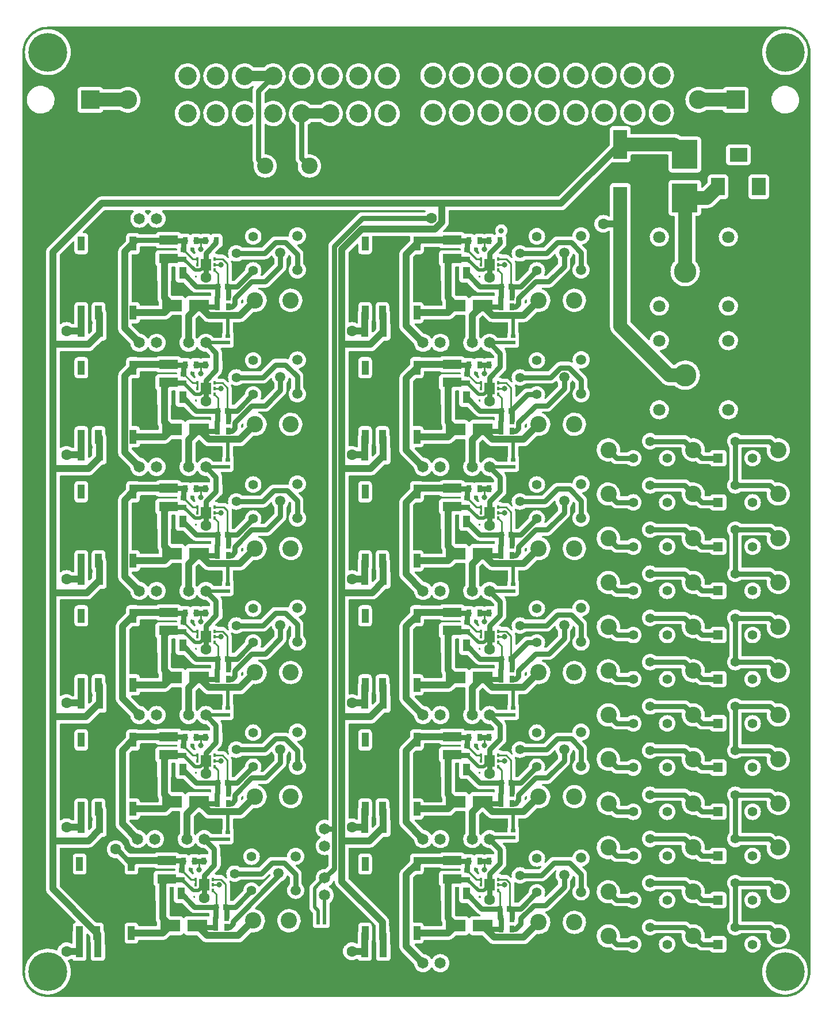
<source format=gbr>
%TF.GenerationSoftware,KiCad,Pcbnew,(6.0.1)*%
%TF.CreationDate,2024-03-16T13:10:29+01:00*%
%TF.ProjectId,CMU,434d552e-6b69-4636-9164-5f7063625858,rev?*%
%TF.SameCoordinates,Original*%
%TF.FileFunction,Copper,L1,Top*%
%TF.FilePolarity,Positive*%
%FSLAX46Y46*%
G04 Gerber Fmt 4.6, Leading zero omitted, Abs format (unit mm)*
G04 Created by KiCad (PCBNEW (6.0.1)) date 2024-03-16 13:10:29*
%MOMM*%
%LPD*%
G01*
G04 APERTURE LIST*
G04 Aperture macros list*
%AMFreePoly0*
4,1,5,0.500000,-1.050000,-0.500000,-1.050000,-0.500000,1.050000,0.500000,1.050000,0.500000,-1.050000,0.500000,-1.050000,$1*%
G04 Aperture macros list end*
%TA.AperFunction,SMDPad,CuDef*%
%ADD10R,2.820000X1.360000*%
%TD*%
%TA.AperFunction,SMDPad,CuDef*%
%ADD11R,0.800000X1.000000*%
%TD*%
%TA.AperFunction,SMDPad,CuDef*%
%ADD12R,1.100000X1.820000*%
%TD*%
%TA.AperFunction,SMDPad,CuDef*%
%ADD13R,0.450000X0.550000*%
%TD*%
%TA.AperFunction,SMDPad,CuDef*%
%ADD14R,0.450000X0.500000*%
%TD*%
%TA.AperFunction,SMDPad,CuDef*%
%ADD15R,1.500000X1.800000*%
%TD*%
%TA.AperFunction,ComponentPad*%
%ADD16C,5.700000*%
%TD*%
%TA.AperFunction,ComponentPad*%
%ADD17C,1.400000*%
%TD*%
%TA.AperFunction,ComponentPad*%
%ADD18R,1.400000X1.400000*%
%TD*%
%TA.AperFunction,SMDPad,CuDef*%
%ADD19R,0.696500X0.506000*%
%TD*%
%TA.AperFunction,ComponentPad*%
%ADD20C,1.650000*%
%TD*%
%TA.AperFunction,SMDPad,CuDef*%
%ADD21R,0.940000X0.800000*%
%TD*%
%TA.AperFunction,ComponentPad*%
%ADD22C,2.400000*%
%TD*%
%TA.AperFunction,ComponentPad*%
%ADD23C,1.500000*%
%TD*%
%TA.AperFunction,SMDPad,CuDef*%
%ADD24FreePoly0,180.000000*%
%TD*%
%TA.AperFunction,SMDPad,CuDef*%
%ADD25R,2.900000X1.800000*%
%TD*%
%TA.AperFunction,SMDPad,CuDef*%
%ADD26R,2.050000X4.300000*%
%TD*%
%TA.AperFunction,SMDPad,CuDef*%
%ADD27R,0.800000X0.940000*%
%TD*%
%TA.AperFunction,ComponentPad*%
%ADD28R,2.775000X2.775000*%
%TD*%
%TA.AperFunction,ComponentPad*%
%ADD29C,2.775000*%
%TD*%
%TA.AperFunction,ComponentPad*%
%ADD30C,1.800000*%
%TD*%
%TA.AperFunction,ComponentPad*%
%ADD31C,3.300000*%
%TD*%
%TA.AperFunction,ComponentPad*%
%ADD32R,2.000000X2.600000*%
%TD*%
%TA.AperFunction,ComponentPad*%
%ADD33R,2.600000X2.000000*%
%TD*%
%TA.AperFunction,ComponentPad*%
%ADD34C,2.700000*%
%TD*%
%TA.AperFunction,SMDPad,CuDef*%
%ADD35R,3.810000X4.240000*%
%TD*%
%TA.AperFunction,SMDPad,CuDef*%
%ADD36R,0.506000X0.696500*%
%TD*%
%TA.AperFunction,ViaPad*%
%ADD37C,1.600000*%
%TD*%
%TA.AperFunction,ViaPad*%
%ADD38C,0.800000*%
%TD*%
%TA.AperFunction,Conductor*%
%ADD39C,0.250000*%
%TD*%
%TA.AperFunction,Conductor*%
%ADD40C,0.750000*%
%TD*%
%TA.AperFunction,Conductor*%
%ADD41C,1.000000*%
%TD*%
%TA.AperFunction,Conductor*%
%ADD42C,2.000000*%
%TD*%
%TA.AperFunction,Conductor*%
%ADD43C,0.500000*%
%TD*%
%TA.AperFunction,Conductor*%
%ADD44C,1.500000*%
%TD*%
G04 APERTURE END LIST*
D10*
%TO.P,C9,1*%
%TO.N,/CMU2/ISO+*%
X131000000Y-196420000D03*
%TO.P,C9,2*%
%TO.N,/CMU2/ISO-*%
X131000000Y-199080000D03*
%TD*%
%TO.P,C39,1*%
%TO.N,/CMU8/ISO+*%
X89250000Y-196420000D03*
%TO.P,C39,2*%
%TO.N,/CMU8/ISO-*%
X89250000Y-199080000D03*
%TD*%
%TO.P,C2,1*%
%TO.N,/CMU1/ISO+*%
X131000000Y-214670000D03*
%TO.P,C2,2*%
%TO.N,CMU1-*%
X131000000Y-217330000D03*
%TD*%
%TO.P,C51,1*%
%TO.N,/CMU10/ISO+*%
X89250000Y-159920000D03*
%TO.P,C51,2*%
%TO.N,/CMU10/ISO-*%
X89250000Y-162580000D03*
%TD*%
%TO.P,C15,1*%
%TO.N,/CMU3/ISO+*%
X131000000Y-178170000D03*
%TO.P,C15,2*%
%TO.N,/CMU3/ISO-*%
X131000000Y-180830000D03*
%TD*%
%TO.P,C21,1*%
%TO.N,/CMU4/ISO+*%
X131000000Y-159920000D03*
%TO.P,C21,2*%
%TO.N,/CMU4/ISO-*%
X131000000Y-162580000D03*
%TD*%
%TO.P,C27,1*%
%TO.N,/CMU5/ISO+*%
X131000000Y-141670000D03*
%TO.P,C27,2*%
%TO.N,/CMU5/ISO-*%
X131000000Y-144330000D03*
%TD*%
%TO.P,C33,1*%
%TO.N,/CMU6/ISO+*%
X131000000Y-123420000D03*
%TO.P,C33,2*%
%TO.N,/CMU6/ISO-*%
X131000000Y-126080000D03*
%TD*%
%TO.P,C57,1*%
%TO.N,/CMU11/ISO+*%
X89250000Y-141670000D03*
%TO.P,C57,2*%
%TO.N,/CMU11/ISO-*%
X89250000Y-144330000D03*
%TD*%
%TO.P,C63,1*%
%TO.N,/CMU12/ISO+*%
X89250000Y-123420000D03*
%TO.P,C63,2*%
%TO.N,/CMU12/ISO-*%
X89250000Y-126080000D03*
%TD*%
%TO.P,C69,1*%
%TO.N,/CMU7/ISO+*%
X89000000Y-214670000D03*
%TO.P,C69,2*%
%TO.N,/CMU7/ISO-*%
X89000000Y-217330000D03*
%TD*%
%TO.P,C45,1*%
%TO.N,/CMU9/ISO+*%
X89250000Y-178170000D03*
%TO.P,C45,2*%
%TO.N,/CMU9/ISO-*%
X89250000Y-180830000D03*
%TD*%
D11*
%TO.P,R32,1*%
%TO.N,Net-(R32-Pad1)*%
X98050000Y-188000000D03*
%TO.P,R32,2*%
%TO.N,CMU9+*%
X96450000Y-188000000D03*
%TD*%
%TO.P,R28,1*%
%TO.N,Net-(R28-Pad1)*%
X98050000Y-206250000D03*
%TO.P,R28,2*%
%TO.N,CMU8+*%
X96450000Y-206250000D03*
%TD*%
%TO.P,R8,1*%
%TO.N,Net-(R8-Pad1)*%
X139800000Y-206250000D03*
%TO.P,R8,2*%
%TO.N,CMU2+*%
X138200000Y-206250000D03*
%TD*%
%TO.P,R44,1*%
%TO.N,Net-(R44-Pad1)*%
X98050000Y-133250000D03*
%TO.P,R44,2*%
%TO.N,CMU12+*%
X96450000Y-133250000D03*
%TD*%
%TO.P,R40,1*%
%TO.N,Net-(R40-Pad1)*%
X98050000Y-151500000D03*
%TO.P,R40,2*%
%TO.N,CMU11+*%
X96450000Y-151500000D03*
%TD*%
%TO.P,R16,1*%
%TO.N,Net-(R16-Pad1)*%
X139800000Y-169750000D03*
%TO.P,R16,2*%
%TO.N,CMU4+*%
X138200000Y-169750000D03*
%TD*%
%TO.P,R48,1*%
%TO.N,Net-(R48-Pad1)*%
X97800000Y-224500000D03*
%TO.P,R48,2*%
%TO.N,CMU7+*%
X96200000Y-224500000D03*
%TD*%
%TO.P,R36,1*%
%TO.N,Net-(R36-Pad1)*%
X98050000Y-169750000D03*
%TO.P,R36,2*%
%TO.N,CMU10+*%
X96450000Y-169750000D03*
%TD*%
%TO.P,R12,1*%
%TO.N,Net-(R12-Pad1)*%
X139800000Y-188000000D03*
%TO.P,R12,2*%
%TO.N,CMU3+*%
X138200000Y-188000000D03*
%TD*%
%TO.P,R4,1*%
%TO.N,Net-(R4-Pad1)*%
X139800000Y-224750000D03*
%TO.P,R4,2*%
%TO.N,CMU1+*%
X138200000Y-224750000D03*
%TD*%
%TO.P,R20,1*%
%TO.N,Net-(R20-Pad1)*%
X139800000Y-151500000D03*
%TO.P,R20,2*%
%TO.N,CMU5+*%
X138200000Y-151500000D03*
%TD*%
%TO.P,R24,1*%
%TO.N,Net-(R24-Pad1)*%
X139800000Y-133250000D03*
%TO.P,R24,2*%
%TO.N,CMU6+*%
X138200000Y-133250000D03*
%TD*%
D12*
%TO.P,C11,1*%
%TO.N,CMU2+*%
X133110000Y-201250000D03*
%TO.P,C11,2*%
%TO.N,/CMU2/ISO-*%
X130390000Y-201250000D03*
%TD*%
%TO.P,C23,1*%
%TO.N,CMU4+*%
X133110000Y-164750000D03*
%TO.P,C23,2*%
%TO.N,/CMU4/ISO-*%
X130390000Y-164750000D03*
%TD*%
%TO.P,C35,1*%
%TO.N,CMU6+*%
X133110000Y-128250000D03*
%TO.P,C35,2*%
%TO.N,/CMU6/ISO-*%
X130390000Y-128250000D03*
%TD*%
%TO.P,C59,1*%
%TO.N,CMU11+*%
X91360000Y-146500000D03*
%TO.P,C59,2*%
%TO.N,/CMU11/ISO-*%
X88640000Y-146500000D03*
%TD*%
%TO.P,C71,1*%
%TO.N,CMU7+*%
X91110000Y-219500000D03*
%TO.P,C71,2*%
%TO.N,/CMU7/ISO-*%
X88390000Y-219500000D03*
%TD*%
%TO.P,C4,1*%
%TO.N,CMU1+*%
X133110000Y-219500000D03*
%TO.P,C4,2*%
%TO.N,CMU1-*%
X130390000Y-219500000D03*
%TD*%
%TO.P,C65,1*%
%TO.N,CMU12+*%
X91360000Y-128250000D03*
%TO.P,C65,2*%
%TO.N,/CMU12/ISO-*%
X88640000Y-128250000D03*
%TD*%
%TO.P,C53,1*%
%TO.N,CMU10+*%
X91360000Y-164750000D03*
%TO.P,C53,2*%
%TO.N,/CMU10/ISO-*%
X88640000Y-164750000D03*
%TD*%
%TO.P,C29,1*%
%TO.N,CMU5+*%
X133110000Y-146500000D03*
%TO.P,C29,2*%
%TO.N,/CMU5/ISO-*%
X130390000Y-146500000D03*
%TD*%
%TO.P,C41,1*%
%TO.N,CMU8+*%
X91360000Y-201250000D03*
%TO.P,C41,2*%
%TO.N,/CMU8/ISO-*%
X88640000Y-201250000D03*
%TD*%
%TO.P,C47,1*%
%TO.N,CMU9+*%
X91360000Y-183000000D03*
%TO.P,C47,2*%
%TO.N,/CMU9/ISO-*%
X88640000Y-183000000D03*
%TD*%
%TO.P,C17,1*%
%TO.N,CMU3+*%
X133110000Y-183000000D03*
%TO.P,C17,2*%
%TO.N,/CMU3/ISO-*%
X130390000Y-183000000D03*
%TD*%
%TO.P,C26,1*%
%TO.N,/CMU1/IN+*%
X120860000Y-155000000D03*
%TO.P,C26,2*%
%TO.N,/CMU1/IN-*%
X118140000Y-155000000D03*
%TD*%
%TO.P,C32,1*%
%TO.N,/CMU1/IN+*%
X120860000Y-136750000D03*
%TO.P,C32,2*%
%TO.N,/CMU1/IN-*%
X118140000Y-136750000D03*
%TD*%
%TO.P,C8,1*%
%TO.N,/CMU1/IN+*%
X120860000Y-209750000D03*
%TO.P,C8,2*%
%TO.N,/CMU1/IN-*%
X118140000Y-209750000D03*
%TD*%
%TO.P,C62,1*%
%TO.N,/CMU1/IN+*%
X79110000Y-136750000D03*
%TO.P,C62,2*%
%TO.N,/CMU1/IN-*%
X76390000Y-136750000D03*
%TD*%
%TO.P,C1,1*%
%TO.N,/CMU1/IN+*%
X120860000Y-228000000D03*
%TO.P,C1,2*%
%TO.N,/CMU1/IN-*%
X118140000Y-228000000D03*
%TD*%
%TO.P,C44,1*%
%TO.N,/CMU1/IN+*%
X79110000Y-191500000D03*
%TO.P,C44,2*%
%TO.N,/CMU1/IN-*%
X76390000Y-191500000D03*
%TD*%
%TO.P,C20,1*%
%TO.N,/CMU1/IN+*%
X120860000Y-173250000D03*
%TO.P,C20,2*%
%TO.N,/CMU1/IN-*%
X118140000Y-173250000D03*
%TD*%
%TO.P,C50,1*%
%TO.N,/CMU1/IN+*%
X79110000Y-173250000D03*
%TO.P,C50,2*%
%TO.N,/CMU1/IN-*%
X76390000Y-173250000D03*
%TD*%
%TO.P,C38,1*%
%TO.N,/CMU1/IN+*%
X79110000Y-209750000D03*
%TO.P,C38,2*%
%TO.N,/CMU1/IN-*%
X76390000Y-209750000D03*
%TD*%
%TO.P,C14,1*%
%TO.N,/CMU1/IN+*%
X120860000Y-191500000D03*
%TO.P,C14,2*%
%TO.N,/CMU1/IN-*%
X118140000Y-191500000D03*
%TD*%
%TO.P,C56,1*%
%TO.N,/CMU1/IN+*%
X79110000Y-155000000D03*
%TO.P,C56,2*%
%TO.N,/CMU1/IN-*%
X76390000Y-155000000D03*
%TD*%
%TO.P,C68,1*%
%TO.N,/CMU1/IN+*%
X78860000Y-228000000D03*
%TO.P,C68,2*%
%TO.N,/CMU1/IN-*%
X76140000Y-228000000D03*
%TD*%
D13*
%TO.P,PS12,1,VOUT*%
%TO.N,CMU12+*%
X96025000Y-127825000D03*
D14*
%TO.P,PS12,2,MODE*%
%TO.N,Net-(PS12-Pad2)*%
X96025000Y-127000000D03*
D13*
%TO.P,PS12,3,FB*%
%TO.N,Net-(C67-Pad2)*%
X96025000Y-126175000D03*
%TO.P,PS12,4,VIN*%
%TO.N,/CMU12/ISO+*%
X93475000Y-126175000D03*
D14*
%TO.P,PS12,5,EN*%
X93475000Y-127000000D03*
D13*
%TO.P,PS12,6,PGND*%
%TO.N,/CMU12/ISO-*%
X93475000Y-127825000D03*
D15*
%TO.P,PS12,7,EP*%
X94750000Y-127000000D03*
%TD*%
D13*
%TO.P,PS3,1,VOUT*%
%TO.N,CMU3+*%
X137775000Y-182575000D03*
D14*
%TO.P,PS3,2,MODE*%
%TO.N,Net-(PS3-Pad2)*%
X137775000Y-181750000D03*
D13*
%TO.P,PS3,3,FB*%
%TO.N,Net-(C19-Pad2)*%
X137775000Y-180925000D03*
%TO.P,PS3,4,VIN*%
%TO.N,/CMU3/ISO+*%
X135225000Y-180925000D03*
D14*
%TO.P,PS3,5,EN*%
X135225000Y-181750000D03*
D13*
%TO.P,PS3,6,PGND*%
%TO.N,/CMU3/ISO-*%
X135225000Y-182575000D03*
D15*
%TO.P,PS3,7,EP*%
X136500000Y-181750000D03*
%TD*%
D13*
%TO.P,PS2,1,VOUT*%
%TO.N,CMU2+*%
X137775000Y-200825000D03*
D14*
%TO.P,PS2,2,MODE*%
%TO.N,Net-(PS2-Pad2)*%
X137775000Y-200000000D03*
D13*
%TO.P,PS2,3,FB*%
%TO.N,Net-(C13-Pad2)*%
X137775000Y-199175000D03*
%TO.P,PS2,4,VIN*%
%TO.N,/CMU2/ISO+*%
X135225000Y-199175000D03*
D14*
%TO.P,PS2,5,EN*%
X135225000Y-200000000D03*
D13*
%TO.P,PS2,6,PGND*%
%TO.N,/CMU2/ISO-*%
X135225000Y-200825000D03*
D15*
%TO.P,PS2,7,EP*%
X136500000Y-200000000D03*
%TD*%
D13*
%TO.P,PS1,1,VOUT*%
%TO.N,CMU1+*%
X137775000Y-219075000D03*
D14*
%TO.P,PS1,2,MODE*%
%TO.N,Net-(PS1-Pad2)*%
X137775000Y-218250000D03*
D13*
%TO.P,PS1,3,FB*%
%TO.N,Net-(C6-Pad2)*%
X137775000Y-217425000D03*
%TO.P,PS1,4,VIN*%
%TO.N,/CMU1/ISO+*%
X135225000Y-217425000D03*
D14*
%TO.P,PS1,5,EN*%
X135225000Y-218250000D03*
D13*
%TO.P,PS1,6,PGND*%
%TO.N,CMU1-*%
X135225000Y-219075000D03*
D15*
%TO.P,PS1,7,EP*%
X136500000Y-218250000D03*
%TD*%
D13*
%TO.P,PS10,1,VOUT*%
%TO.N,CMU10+*%
X96025000Y-164325000D03*
D14*
%TO.P,PS10,2,MODE*%
%TO.N,Net-(PS10-Pad2)*%
X96025000Y-163500000D03*
D13*
%TO.P,PS10,3,FB*%
%TO.N,Net-(C55-Pad2)*%
X96025000Y-162675000D03*
%TO.P,PS10,4,VIN*%
%TO.N,/CMU10/ISO+*%
X93475000Y-162675000D03*
D14*
%TO.P,PS10,5,EN*%
X93475000Y-163500000D03*
D13*
%TO.P,PS10,6,PGND*%
%TO.N,/CMU10/ISO-*%
X93475000Y-164325000D03*
D15*
%TO.P,PS10,7,EP*%
X94750000Y-163500000D03*
%TD*%
D13*
%TO.P,PS11,1,VOUT*%
%TO.N,CMU11+*%
X96025000Y-146075000D03*
D14*
%TO.P,PS11,2,MODE*%
%TO.N,Net-(PS11-Pad2)*%
X96025000Y-145250000D03*
D13*
%TO.P,PS11,3,FB*%
%TO.N,Net-(C61-Pad2)*%
X96025000Y-144425000D03*
%TO.P,PS11,4,VIN*%
%TO.N,/CMU11/ISO+*%
X93475000Y-144425000D03*
D14*
%TO.P,PS11,5,EN*%
X93475000Y-145250000D03*
D13*
%TO.P,PS11,6,PGND*%
%TO.N,/CMU11/ISO-*%
X93475000Y-146075000D03*
D15*
%TO.P,PS11,7,EP*%
X94750000Y-145250000D03*
%TD*%
D13*
%TO.P,PS8,1,VOUT*%
%TO.N,CMU8+*%
X96025000Y-200825000D03*
D14*
%TO.P,PS8,2,MODE*%
%TO.N,Net-(PS8-Pad2)*%
X96025000Y-200000000D03*
D13*
%TO.P,PS8,3,FB*%
%TO.N,Net-(C43-Pad2)*%
X96025000Y-199175000D03*
%TO.P,PS8,4,VIN*%
%TO.N,/CMU8/ISO+*%
X93475000Y-199175000D03*
D14*
%TO.P,PS8,5,EN*%
X93475000Y-200000000D03*
D13*
%TO.P,PS8,6,PGND*%
%TO.N,/CMU8/ISO-*%
X93475000Y-200825000D03*
D15*
%TO.P,PS8,7,EP*%
X94750000Y-200000000D03*
%TD*%
D13*
%TO.P,PS4,1,VOUT*%
%TO.N,CMU4+*%
X137775000Y-164325000D03*
D14*
%TO.P,PS4,2,MODE*%
%TO.N,Net-(PS4-Pad2)*%
X137775000Y-163500000D03*
D13*
%TO.P,PS4,3,FB*%
%TO.N,Net-(C25-Pad2)*%
X137775000Y-162675000D03*
%TO.P,PS4,4,VIN*%
%TO.N,/CMU4/ISO+*%
X135225000Y-162675000D03*
D14*
%TO.P,PS4,5,EN*%
X135225000Y-163500000D03*
D13*
%TO.P,PS4,6,PGND*%
%TO.N,/CMU4/ISO-*%
X135225000Y-164325000D03*
D15*
%TO.P,PS4,7,EP*%
X136500000Y-163500000D03*
%TD*%
D13*
%TO.P,PS5,1,VOUT*%
%TO.N,CMU5+*%
X137775000Y-146075000D03*
D14*
%TO.P,PS5,2,MODE*%
%TO.N,Net-(PS5-Pad2)*%
X137775000Y-145250000D03*
D13*
%TO.P,PS5,3,FB*%
%TO.N,Net-(C31-Pad2)*%
X137775000Y-144425000D03*
%TO.P,PS5,4,VIN*%
%TO.N,/CMU5/ISO+*%
X135225000Y-144425000D03*
D14*
%TO.P,PS5,5,EN*%
X135225000Y-145250000D03*
D13*
%TO.P,PS5,6,PGND*%
%TO.N,/CMU5/ISO-*%
X135225000Y-146075000D03*
D15*
%TO.P,PS5,7,EP*%
X136500000Y-145250000D03*
%TD*%
D13*
%TO.P,PS7,1,VOUT*%
%TO.N,CMU7+*%
X95775000Y-219075000D03*
D14*
%TO.P,PS7,2,MODE*%
%TO.N,Net-(PS7-Pad2)*%
X95775000Y-218250000D03*
D13*
%TO.P,PS7,3,FB*%
%TO.N,Net-(C73-Pad2)*%
X95775000Y-217425000D03*
%TO.P,PS7,4,VIN*%
%TO.N,/CMU7/ISO+*%
X93225000Y-217425000D03*
D14*
%TO.P,PS7,5,EN*%
X93225000Y-218250000D03*
D13*
%TO.P,PS7,6,PGND*%
%TO.N,/CMU7/ISO-*%
X93225000Y-219075000D03*
D15*
%TO.P,PS7,7,EP*%
X94500000Y-218250000D03*
%TD*%
D13*
%TO.P,PS9,1,VOUT*%
%TO.N,CMU9+*%
X96025000Y-182575000D03*
D14*
%TO.P,PS9,2,MODE*%
%TO.N,Net-(PS9-Pad2)*%
X96025000Y-181750000D03*
D13*
%TO.P,PS9,3,FB*%
%TO.N,Net-(C49-Pad2)*%
X96025000Y-180925000D03*
%TO.P,PS9,4,VIN*%
%TO.N,/CMU9/ISO+*%
X93475000Y-180925000D03*
D14*
%TO.P,PS9,5,EN*%
X93475000Y-181750000D03*
D13*
%TO.P,PS9,6,PGND*%
%TO.N,/CMU9/ISO-*%
X93475000Y-182575000D03*
D15*
%TO.P,PS9,7,EP*%
X94750000Y-181750000D03*
%TD*%
D13*
%TO.P,PS6,1,VOUT*%
%TO.N,CMU6+*%
X137775000Y-127825000D03*
D14*
%TO.P,PS6,2,MODE*%
%TO.N,Net-(PS6-Pad2)*%
X137775000Y-127000000D03*
D13*
%TO.P,PS6,3,FB*%
%TO.N,Net-(C37-Pad2)*%
X137775000Y-126175000D03*
%TO.P,PS6,4,VIN*%
%TO.N,/CMU6/ISO+*%
X135225000Y-126175000D03*
D14*
%TO.P,PS6,5,EN*%
X135225000Y-127000000D03*
D13*
%TO.P,PS6,6,PGND*%
%TO.N,/CMU6/ISO-*%
X135225000Y-127825000D03*
D15*
%TO.P,PS6,7,EP*%
X136500000Y-127000000D03*
%TD*%
D11*
%TO.P,R23,1*%
%TO.N,CMU1+*%
X138200000Y-223250000D03*
%TO.P,R23,2*%
%TO.N,Net-(C6-Pad2)*%
X139800000Y-223250000D03*
%TD*%
%TO.P,R47,1*%
%TO.N,CMU7+*%
X96200000Y-223000000D03*
%TO.P,R47,2*%
%TO.N,Net-(C73-Pad2)*%
X97800000Y-223000000D03*
%TD*%
%TO.P,R46,1*%
%TO.N,Net-(PS7-Pad2)*%
X94450000Y-214750000D03*
%TO.P,R46,2*%
%TO.N,/CMU7/ISO-*%
X96050000Y-214750000D03*
%TD*%
%TO.P,R45,1*%
%TO.N,/CMU7/ISO+*%
X91450000Y-214750000D03*
%TO.P,R45,2*%
%TO.N,Net-(PS7-Pad2)*%
X93050000Y-214750000D03*
%TD*%
%TO.P,R43,1*%
%TO.N,CMU12+*%
X96450000Y-131750000D03*
%TO.P,R43,2*%
%TO.N,Net-(C67-Pad2)*%
X98050000Y-131750000D03*
%TD*%
%TO.P,R42,1*%
%TO.N,Net-(PS12-Pad2)*%
X94700000Y-123500000D03*
%TO.P,R42,2*%
%TO.N,/CMU12/ISO-*%
X96300000Y-123500000D03*
%TD*%
%TO.P,R41,1*%
%TO.N,/CMU12/ISO+*%
X91700000Y-123500000D03*
%TO.P,R41,2*%
%TO.N,Net-(PS12-Pad2)*%
X93300000Y-123500000D03*
%TD*%
%TO.P,R39,1*%
%TO.N,CMU11+*%
X96450000Y-150000000D03*
%TO.P,R39,2*%
%TO.N,Net-(C61-Pad2)*%
X98050000Y-150000000D03*
%TD*%
%TO.P,R38,1*%
%TO.N,Net-(PS11-Pad2)*%
X94700000Y-141750000D03*
%TO.P,R38,2*%
%TO.N,/CMU11/ISO-*%
X96300000Y-141750000D03*
%TD*%
%TO.P,R37,1*%
%TO.N,/CMU11/ISO+*%
X91700000Y-141750000D03*
%TO.P,R37,2*%
%TO.N,Net-(PS11-Pad2)*%
X93300000Y-141750000D03*
%TD*%
%TO.P,R35,1*%
%TO.N,CMU10+*%
X96450000Y-168250000D03*
%TO.P,R35,2*%
%TO.N,Net-(C55-Pad2)*%
X98050000Y-168250000D03*
%TD*%
%TO.P,R34,1*%
%TO.N,Net-(PS10-Pad2)*%
X94700000Y-160000000D03*
%TO.P,R34,2*%
%TO.N,/CMU10/ISO-*%
X96300000Y-160000000D03*
%TD*%
%TO.P,R33,1*%
%TO.N,/CMU10/ISO+*%
X91700000Y-160000000D03*
%TO.P,R33,2*%
%TO.N,Net-(PS10-Pad2)*%
X93300000Y-160000000D03*
%TD*%
%TO.P,R31,1*%
%TO.N,CMU9+*%
X96450000Y-186500000D03*
%TO.P,R31,2*%
%TO.N,Net-(C49-Pad2)*%
X98050000Y-186500000D03*
%TD*%
%TO.P,R30,1*%
%TO.N,Net-(PS9-Pad2)*%
X94700000Y-178250000D03*
%TO.P,R30,2*%
%TO.N,/CMU9/ISO-*%
X96300000Y-178250000D03*
%TD*%
%TO.P,R29,1*%
%TO.N,/CMU9/ISO+*%
X91700000Y-178250000D03*
%TO.P,R29,2*%
%TO.N,Net-(PS9-Pad2)*%
X93300000Y-178250000D03*
%TD*%
%TO.P,R27,1*%
%TO.N,CMU8+*%
X96450000Y-204750000D03*
%TO.P,R27,2*%
%TO.N,Net-(C43-Pad2)*%
X98050000Y-204750000D03*
%TD*%
%TO.P,R26,1*%
%TO.N,Net-(PS8-Pad2)*%
X94700000Y-196500000D03*
%TO.P,R26,2*%
%TO.N,/CMU8/ISO-*%
X96300000Y-196500000D03*
%TD*%
%TO.P,R25,1*%
%TO.N,/CMU8/ISO+*%
X91700000Y-196500000D03*
%TO.P,R25,2*%
%TO.N,Net-(PS8-Pad2)*%
X93300000Y-196500000D03*
%TD*%
%TO.P,R22,1*%
%TO.N,Net-(PS1-Pad2)*%
X136450000Y-214750000D03*
%TO.P,R22,2*%
%TO.N,CMU1-*%
X138050000Y-214750000D03*
%TD*%
%TO.P,R21,1*%
%TO.N,/CMU1/ISO+*%
X133450000Y-214750000D03*
%TO.P,R21,2*%
%TO.N,Net-(PS1-Pad2)*%
X135050000Y-214750000D03*
%TD*%
%TO.P,R19,1*%
%TO.N,CMU6+*%
X138200000Y-131750000D03*
%TO.P,R19,2*%
%TO.N,Net-(C37-Pad2)*%
X139800000Y-131750000D03*
%TD*%
%TO.P,R18,1*%
%TO.N,Net-(PS6-Pad2)*%
X136450000Y-123500000D03*
%TO.P,R18,2*%
%TO.N,/CMU6/ISO-*%
X138050000Y-123500000D03*
%TD*%
%TO.P,R17,1*%
%TO.N,/CMU6/ISO+*%
X133450000Y-123500000D03*
%TO.P,R17,2*%
%TO.N,Net-(PS6-Pad2)*%
X135050000Y-123500000D03*
%TD*%
%TO.P,R15,1*%
%TO.N,CMU5+*%
X138200000Y-150000000D03*
%TO.P,R15,2*%
%TO.N,Net-(C31-Pad2)*%
X139800000Y-150000000D03*
%TD*%
%TO.P,R14,1*%
%TO.N,Net-(PS5-Pad2)*%
X136450000Y-141750000D03*
%TO.P,R14,2*%
%TO.N,/CMU5/ISO-*%
X138050000Y-141750000D03*
%TD*%
%TO.P,R13,1*%
%TO.N,/CMU5/ISO+*%
X133450000Y-141750000D03*
%TO.P,R13,2*%
%TO.N,Net-(PS5-Pad2)*%
X135050000Y-141750000D03*
%TD*%
%TO.P,R11,1*%
%TO.N,CMU4+*%
X138200000Y-168250000D03*
%TO.P,R11,2*%
%TO.N,Net-(C25-Pad2)*%
X139800000Y-168250000D03*
%TD*%
%TO.P,R10,1*%
%TO.N,Net-(PS4-Pad2)*%
X136450000Y-160000000D03*
%TO.P,R10,2*%
%TO.N,/CMU4/ISO-*%
X138050000Y-160000000D03*
%TD*%
%TO.P,R9,1*%
%TO.N,/CMU4/ISO+*%
X133450000Y-160000000D03*
%TO.P,R9,2*%
%TO.N,Net-(PS4-Pad2)*%
X135050000Y-160000000D03*
%TD*%
%TO.P,R7,1*%
%TO.N,CMU3+*%
X138200000Y-186500000D03*
%TO.P,R7,2*%
%TO.N,Net-(C19-Pad2)*%
X139800000Y-186500000D03*
%TD*%
%TO.P,R6,1*%
%TO.N,Net-(PS3-Pad2)*%
X136450000Y-178250000D03*
%TO.P,R6,2*%
%TO.N,/CMU3/ISO-*%
X138050000Y-178250000D03*
%TD*%
%TO.P,R5,1*%
%TO.N,/CMU3/ISO+*%
X133450000Y-178250000D03*
%TO.P,R5,2*%
%TO.N,Net-(PS3-Pad2)*%
X135050000Y-178250000D03*
%TD*%
%TO.P,R3,1*%
%TO.N,CMU2+*%
X138200000Y-204750000D03*
%TO.P,R3,2*%
%TO.N,Net-(C13-Pad2)*%
X139800000Y-204750000D03*
%TD*%
%TO.P,R2,1*%
%TO.N,Net-(PS2-Pad2)*%
X136450000Y-196500000D03*
%TO.P,R2,2*%
%TO.N,/CMU2/ISO-*%
X138050000Y-196500000D03*
%TD*%
%TO.P,R1,1*%
%TO.N,/CMU2/ISO+*%
X133450000Y-196500000D03*
%TO.P,R1,2*%
%TO.N,Net-(PS2-Pad2)*%
X135050000Y-196500000D03*
%TD*%
D16*
%TO.P,H4,1*%
%TO.N,N/C*%
X71500000Y-231000000D03*
%TD*%
D17*
%TO.P,VR27,1,CCW*%
%TO.N,Net-(C13-Pad2)*%
X143480000Y-200845000D03*
%TO.P,VR27,2,WIPER_*%
%TO.N,Net-(VR27-Pad2)*%
X140980000Y-198345000D03*
%TO.P,VR27,3,CW*%
%TO.N,unconnected-(VR27-Pad3)*%
X143480000Y-195845000D03*
%TD*%
D18*
%TO.P,VR25,1,CCW*%
%TO.N,Net-(TP27-Pad1)*%
X170155000Y-220480000D03*
D17*
%TO.P,VR25,2,WIPER*%
%TO.N,GND_NTC_1_2*%
X172695000Y-217980000D03*
%TO.P,VR25,3,CW*%
%TO.N,unconnected-(VR25-Pad3)*%
X175235000Y-220480000D03*
%TD*%
D19*
%TO.P,JP3,1,A*%
%TO.N,CMU4+*%
X140000000Y-174000000D03*
%TO.P,JP3,2,B*%
%TO.N,/CMU3/ISO-*%
X140000000Y-175000000D03*
%TD*%
D20*
%TO.P,J28,1,1*%
%TO.N,/CMU10/ISO-*%
X94770000Y-156750000D03*
%TO.P,J28,2,2*%
%TO.N,CMU11+*%
X92230000Y-156750000D03*
%TD*%
D21*
%TO.P,C3,1*%
%TO.N,/CMU1/ISO+*%
X133250000Y-216080000D03*
%TO.P,C3,2*%
%TO.N,CMU1-*%
X133250000Y-217420000D03*
%TD*%
D19*
%TO.P,JP7,1,A*%
%TO.N,CMU8+*%
X98000000Y-210500000D03*
%TO.P,JP7,2,B*%
%TO.N,/CMU7/ISO-*%
X98000000Y-211500000D03*
%TD*%
D22*
%TO.P,TP14,1*%
%TO.N,NTC_3*%
X154000000Y-212750000D03*
%TD*%
%TO.P,TP21,1*%
%TO.N,Net-(TP21-Pad1)*%
X166500000Y-180250000D03*
%TD*%
D20*
%TO.P,J19,1,1*%
%TO.N,CMU1-*%
X136520000Y-211500000D03*
%TO.P,J19,2,2*%
%TO.N,CMU2+*%
X133980000Y-211500000D03*
%TD*%
D22*
%TO.P,TP40,1*%
%TO.N,GND_NTC_1_2*%
X179000000Y-225750000D03*
%TD*%
%TO.P,TP13,1*%
%TO.N,NTC_4*%
X154000000Y-206250000D03*
%TD*%
D23*
%TO.P,VR28,1,CCW*%
%TO.N,Net-(VR27-Pad2)*%
X149980000Y-200777000D03*
%TO.P,VR28,2,WIPER*%
%TO.N,Net-(R8-Pad1)*%
X147480000Y-198277000D03*
%TO.P,VR28,3,CW*%
%TO.N,unconnected-(VR28-Pad3)*%
X149980000Y-195777000D03*
%TD*%
D20*
%TO.P,J25,1,1*%
%TO.N,/CMU7/ISO-*%
X94520000Y-211500000D03*
%TO.P,J25,2,2*%
%TO.N,CMU8+*%
X91980000Y-211500000D03*
%TD*%
D21*
%TO.P,C64,1*%
%TO.N,/CMU12/ISO+*%
X91500000Y-124830000D03*
%TO.P,C64,2*%
%TO.N,/CMU12/ISO-*%
X91500000Y-126170000D03*
%TD*%
D24*
%TO.P,U3,1,-VIN*%
%TO.N,/CMU1/IN-*%
X118190000Y-188830000D03*
%TO.P,U3,2,+VIN*%
%TO.N,/CMU1/IN+*%
X120730000Y-188830000D03*
%TO.P,U3,4,-VOUT*%
%TO.N,/CMU3/ISO-*%
X125810000Y-188830000D03*
%TO.P,U3,5,+VOUT*%
%TO.N,/CMU3/ISO+*%
X125810000Y-178670000D03*
%TO.P,U3,8,NC*%
%TO.N,unconnected-(U3-Pad8)*%
X118190000Y-178670000D03*
%TD*%
D22*
%TO.P,TP48,1*%
%TO.N,/CMU5/ISO-*%
X149000000Y-150500000D03*
%TD*%
D18*
%TO.P,VR22,1,CCW*%
%TO.N,Net-(TP24-Pad1)*%
X170155000Y-200980000D03*
D17*
%TO.P,VR22,2,WIPER*%
%TO.N,GND_NTC_5_6*%
X172695000Y-198480000D03*
%TO.P,VR22,3,CW*%
%TO.N,unconnected-(VR22-Pad3)*%
X175235000Y-200980000D03*
%TD*%
D16*
%TO.P,H1,1*%
%TO.N,N/C*%
X71500000Y-95750000D03*
%TD*%
D25*
%TO.P,C42,1*%
%TO.N,CMU8+*%
X93750000Y-206000000D03*
%TO.P,C42,2*%
%TO.N,/CMU8/ISO-*%
X89750000Y-206000000D03*
%TD*%
D20*
%TO.P,J5,1,1*%
%TO.N,/CMU2/ISO+*%
X126730000Y-211500000D03*
%TO.P,J5,2,2*%
%TO.N,CMU1-*%
X129270000Y-211500000D03*
%TD*%
%TO.P,J27,1,1*%
%TO.N,/CMU9/ISO-*%
X94750000Y-175000000D03*
%TO.P,J27,2,2*%
%TO.N,CMU10+*%
X92210000Y-175000000D03*
%TD*%
D21*
%TO.P,C52,1*%
%TO.N,/CMU10/ISO+*%
X91500000Y-161330000D03*
%TO.P,C52,2*%
%TO.N,/CMU10/ISO-*%
X91500000Y-162670000D03*
%TD*%
D22*
%TO.P,TP16,1*%
%TO.N,NTC_1*%
X154000000Y-225750000D03*
%TD*%
%TO.P,TP10,1*%
%TO.N,NTC_7*%
X154000000Y-186750000D03*
%TD*%
D20*
%TO.P,J10,1,1*%
%TO.N,/CMU7/ISO+*%
X112250000Y-212520000D03*
%TO.P,J10,2,2*%
%TO.N,/CMU6/ISO-*%
X112250000Y-209980000D03*
%TD*%
D17*
%TO.P,VR33,1,CCW*%
%TO.N,Net-(C31-Pad2)*%
X143480000Y-146095000D03*
%TO.P,VR33,2,WIPER_*%
%TO.N,Net-(VR33-Pad2)*%
X140980000Y-143595000D03*
%TO.P,VR33,3,CW*%
%TO.N,unconnected-(VR33-Pad3)*%
X143480000Y-141095000D03*
%TD*%
D19*
%TO.P,JP5,1,A*%
%TO.N,CMU6+*%
X140000000Y-137500000D03*
%TO.P,JP5,2,B*%
%TO.N,/CMU5/ISO-*%
X140000000Y-138500000D03*
%TD*%
D22*
%TO.P,TP17,1*%
%TO.N,Net-(TP17-Pad1)*%
X166500000Y-154250000D03*
%TD*%
D26*
%TO.P,C7,1*%
%TO.N,/CMU1/IN+*%
X155750000Y-109300000D03*
%TO.P,C7,2*%
%TO.N,/CMU1/IN-*%
X155750000Y-117700000D03*
%TD*%
D22*
%TO.P,TP34,1*%
%TO.N,GND_NTC_7_8*%
X179000000Y-186750000D03*
%TD*%
%TO.P,TP53,1*%
%TO.N,CMU9+*%
X102000000Y-187000000D03*
%TD*%
D27*
%TO.P,C13,1*%
%TO.N,CMU2+*%
X138330000Y-203250000D03*
%TO.P,C13,2*%
%TO.N,Net-(C13-Pad2)*%
X139670000Y-203250000D03*
%TD*%
D22*
%TO.P,TP5,1*%
%TO.N,NTC_12*%
X154000000Y-154250000D03*
%TD*%
D19*
%TO.P,JP8,1,A*%
%TO.N,CMU9+*%
X98000000Y-192250000D03*
%TO.P,JP8,2,B*%
%TO.N,/CMU8/ISO-*%
X98000000Y-193250000D03*
%TD*%
D22*
%TO.P,TP44,1*%
%TO.N,/CMU3/ISO-*%
X149000000Y-187000000D03*
%TD*%
%TO.P,TP22,1*%
%TO.N,Net-(TP22-Pad1)*%
X166500000Y-186750000D03*
%TD*%
D28*
%TO.P,J18,1,1*%
%TO.N,/CMU12/ISO-*%
X77750000Y-102750000D03*
D29*
%TO.P,J18,2,2*%
X83250000Y-102750000D03*
%TD*%
D19*
%TO.P,JP10,1,A*%
%TO.N,CMU11+*%
X98000000Y-155750000D03*
%TO.P,JP10,2,B*%
%TO.N,/CMU10/ISO-*%
X98000000Y-156750000D03*
%TD*%
D21*
%TO.P,C22,1*%
%TO.N,/CMU4/ISO+*%
X133250000Y-161330000D03*
%TO.P,C22,2*%
%TO.N,/CMU4/ISO-*%
X133250000Y-162670000D03*
%TD*%
D22*
%TO.P,TP36,1*%
%TO.N,GND_NTC_5_6*%
X179000000Y-199750000D03*
%TD*%
D21*
%TO.P,C40,1*%
%TO.N,/CMU8/ISO+*%
X91500000Y-197830000D03*
%TO.P,C40,2*%
%TO.N,/CMU8/ISO-*%
X91500000Y-199170000D03*
%TD*%
D24*
%TO.P,U1,1,-VIN*%
%TO.N,/CMU1/IN-*%
X118190000Y-225330000D03*
%TO.P,U1,2,+VIN*%
%TO.N,/CMU1/IN+*%
X120730000Y-225330000D03*
%TO.P,U1,4,-VOUT*%
%TO.N,CMU1-*%
X125810000Y-225330000D03*
%TO.P,U1,5,+VOUT*%
%TO.N,/CMU1/ISO+*%
X125810000Y-215170000D03*
%TO.P,U1,8,NC*%
%TO.N,unconnected-(U1-Pad8)*%
X118190000Y-215170000D03*
%TD*%
D22*
%TO.P,TP54,1*%
%TO.N,/CMU9/ISO-*%
X107250000Y-187000000D03*
%TD*%
D24*
%TO.P,U10,1,-VIN*%
%TO.N,/CMU1/IN-*%
X76440000Y-170580000D03*
%TO.P,U10,2,+VIN*%
%TO.N,/CMU1/IN+*%
X78980000Y-170580000D03*
%TO.P,U10,4,-VOUT*%
%TO.N,/CMU10/ISO-*%
X84060000Y-170580000D03*
%TO.P,U10,5,+VOUT*%
%TO.N,/CMU10/ISO+*%
X84060000Y-160420000D03*
%TO.P,U10,8,NC*%
%TO.N,unconnected-(U10-Pad8)*%
X76440000Y-160420000D03*
%TD*%
D22*
%TO.P,TP15,1*%
%TO.N,NTC_2*%
X154000000Y-219250000D03*
%TD*%
D16*
%TO.P,H2,1*%
%TO.N,N/C*%
X180000000Y-95750000D03*
%TD*%
D22*
%TO.P,TP62,1*%
%TO.N,/CMU7/ISO-*%
X107000000Y-223500000D03*
%TD*%
D27*
%TO.P,C55,1*%
%TO.N,CMU10+*%
X96580000Y-166750000D03*
%TO.P,C55,2*%
%TO.N,Net-(C55-Pad2)*%
X97920000Y-166750000D03*
%TD*%
D22*
%TO.P,TP61,1*%
%TO.N,CMU7+*%
X101750000Y-223500000D03*
%TD*%
%TO.P,TP30,1*%
%TO.N,GND_NTC_11_12*%
X179000000Y-160750000D03*
%TD*%
%TO.P,TP47,1*%
%TO.N,CMU5+*%
X143750000Y-150500000D03*
%TD*%
D20*
%TO.P,J24,1,1*%
%TO.N,/CMU6/ISO-*%
X112250000Y-217230000D03*
%TO.P,J24,2,2*%
%TO.N,CMU7+*%
X112250000Y-219770000D03*
%TD*%
D23*
%TO.P,VR2,1,CCW*%
%TO.N,Net-(VR1-Pad2)*%
X149980000Y-219277000D03*
%TO.P,VR2,2,WIPER*%
%TO.N,Net-(R4-Pad1)*%
X147480000Y-216777000D03*
%TO.P,VR2,3,CW*%
%TO.N,unconnected-(VR2-Pad3)*%
X149980000Y-214277000D03*
%TD*%
D25*
%TO.P,C24,1*%
%TO.N,CMU4+*%
X135500000Y-169500000D03*
%TO.P,C24,2*%
%TO.N,/CMU4/ISO-*%
X131500000Y-169500000D03*
%TD*%
D17*
%TO.P,VR41,1,CCW*%
%TO.N,Net-(C55-Pad2)*%
X101730000Y-164345000D03*
%TO.P,VR41,2,WIPER_*%
%TO.N,Net-(VR41-Pad2)*%
X99230000Y-161845000D03*
%TO.P,VR41,3,CW*%
%TO.N,unconnected-(VR41-Pad3)*%
X101730000Y-159345000D03*
%TD*%
D18*
%TO.P,VR15,1,CCW*%
%TO.N,Net-(TP17-Pad1)*%
X170155000Y-155480000D03*
D17*
%TO.P,VR15,2,WIPER*%
%TO.N,GND_NTC_11_12*%
X172695000Y-152980000D03*
%TO.P,VR15,3,CW*%
%TO.N,unconnected-(VR15-Pad3)*%
X175235000Y-155480000D03*
%TD*%
D20*
%TO.P,J26,1,1*%
%TO.N,/CMU8/ISO-*%
X94750000Y-193250000D03*
%TO.P,J26,2,2*%
%TO.N,CMU9+*%
X92210000Y-193250000D03*
%TD*%
D17*
%TO.P,VR6,1,CCW*%
%TO.N,NTC_9*%
X157655000Y-174980000D03*
%TO.P,VR6,2,WIPER_*%
%TO.N,Net-(TP20-Pad1)*%
X160155000Y-172480000D03*
%TO.P,VR6,3,CW*%
%TO.N,unconnected-(VR6-Pad3)*%
X162655000Y-174980000D03*
%TD*%
D20*
%TO.P,J11,1,1*%
%TO.N,/CMU8/ISO+*%
X84730000Y-211500000D03*
%TO.P,J11,2,2*%
%TO.N,/CMU7/ISO-*%
X87270000Y-211500000D03*
%TD*%
D22*
%TO.P,TP38,1*%
%TO.N,GND_NTC_3_4*%
X179000000Y-212750000D03*
%TD*%
%TO.P,TP1,1*%
%TO.N,CMU1+*%
X143750000Y-223750000D03*
%TD*%
D25*
%TO.P,C66,1*%
%TO.N,CMU12+*%
X93750000Y-133000000D03*
%TO.P,C66,2*%
%TO.N,/CMU12/ISO-*%
X89750000Y-133000000D03*
%TD*%
D23*
%TO.P,VR44,1,CCW*%
%TO.N,Net-(VR43-Pad2)*%
X108230000Y-146027000D03*
%TO.P,VR44,2,WIPER*%
%TO.N,Net-(R40-Pad1)*%
X105730000Y-143527000D03*
%TO.P,VR44,3,CW*%
%TO.N,unconnected-(VR44-Pad3)*%
X108230000Y-141027000D03*
%TD*%
D22*
%TO.P,TP20,1*%
%TO.N,Net-(TP20-Pad1)*%
X166500000Y-173750000D03*
%TD*%
D21*
%TO.P,C28,1*%
%TO.N,/CMU5/ISO+*%
X133250000Y-143080000D03*
%TO.P,C28,2*%
%TO.N,/CMU5/ISO-*%
X133250000Y-144420000D03*
%TD*%
D27*
%TO.P,C6,1*%
%TO.N,CMU1+*%
X138080000Y-221750000D03*
%TO.P,C6,2*%
%TO.N,Net-(C6-Pad2)*%
X139420000Y-221750000D03*
%TD*%
D24*
%TO.P,U7,1,-VIN*%
%TO.N,/CMU1/IN-*%
X76190000Y-225330000D03*
%TO.P,U7,2,+VIN*%
%TO.N,/CMU1/IN+*%
X78730000Y-225330000D03*
%TO.P,U7,4,-VOUT*%
%TO.N,/CMU7/ISO-*%
X83810000Y-225330000D03*
%TO.P,U7,5,+VOUT*%
%TO.N,/CMU7/ISO+*%
X83810000Y-215170000D03*
%TO.P,U7,8,NC*%
%TO.N,unconnected-(U7-Pad8)*%
X76190000Y-215170000D03*
%TD*%
D17*
%TO.P,VR39,1,CCW*%
%TO.N,Net-(C49-Pad2)*%
X101730000Y-182595000D03*
%TO.P,VR39,2,WIPER_*%
%TO.N,Net-(VR39-Pad2)*%
X99230000Y-180095000D03*
%TO.P,VR39,3,CW*%
%TO.N,unconnected-(VR39-Pad3)*%
X101730000Y-177595000D03*
%TD*%
D22*
%TO.P,TP57,1*%
%TO.N,CMU11+*%
X102000000Y-150500000D03*
%TD*%
D30*
%TO.P,J1,1,1*%
%TO.N,unconnected-(J1-Pad1)*%
X171660000Y-133104000D03*
%TO.P,J1,2,2*%
%TO.N,unconnected-(J1-Pad2)*%
X161500000Y-133104000D03*
%TO.P,J1,3,3*%
%TO.N,unconnected-(J1-Pad3)*%
X171660000Y-122944000D03*
%TO.P,J1,4,4*%
%TO.N,unconnected-(J1-Pad4)*%
X161500000Y-122944000D03*
D31*
%TO.P,J1,5,5*%
%TO.N,Net-(F1-Pad1)*%
X165300000Y-128024000D03*
%TD*%
D17*
%TO.P,VR7,1,CCW*%
%TO.N,NTC_8*%
X157655000Y-181480000D03*
%TO.P,VR7,2,WIPER_*%
%TO.N,Net-(TP21-Pad1)*%
X160155000Y-178980000D03*
%TO.P,VR7,3,CW*%
%TO.N,unconnected-(VR7-Pad3)*%
X162655000Y-181480000D03*
%TD*%
D22*
%TO.P,TP7,1*%
%TO.N,NTC_10*%
X154000000Y-167250000D03*
%TD*%
%TO.P,TP28,1*%
%TO.N,Net-(TP28-Pad1)*%
X166500000Y-225750000D03*
%TD*%
%TO.P,TP59,1*%
%TO.N,CMU12+*%
X102000000Y-132250000D03*
%TD*%
D17*
%TO.P,VR12,1,CCW*%
%TO.N,NTC_3*%
X157655000Y-213980000D03*
%TO.P,VR12,2,WIPER_*%
%TO.N,Net-(TP26-Pad1)*%
X160155000Y-211480000D03*
%TO.P,VR12,3,CW*%
%TO.N,unconnected-(VR12-Pad3)*%
X162655000Y-213980000D03*
%TD*%
%TO.P,VR4,1,CCW*%
%TO.N,NTC_11*%
X157655000Y-161980000D03*
%TO.P,VR4,2,WIPER_*%
%TO.N,Net-(TP18-Pad1)*%
X160155000Y-159480000D03*
%TO.P,VR4,3,CW*%
%TO.N,unconnected-(VR4-Pad3)*%
X162655000Y-161980000D03*
%TD*%
D18*
%TO.P,VR17,1,CCW*%
%TO.N,Net-(TP19-Pad1)*%
X170155000Y-168480000D03*
D17*
%TO.P,VR17,2,WIPER*%
%TO.N,GND_NTC_9_10*%
X172695000Y-165980000D03*
%TO.P,VR17,3,CW*%
%TO.N,unconnected-(VR17-Pad3)*%
X175235000Y-168480000D03*
%TD*%
D22*
%TO.P,TP4,1*%
%TO.N,CMU1-*%
X110000000Y-112500000D03*
%TD*%
D23*
%TO.P,VR34,1,CCW*%
%TO.N,Net-(VR33-Pad2)*%
X150000000Y-146000000D03*
%TO.P,VR34,2,WIPER*%
%TO.N,Net-(R20-Pad1)*%
X147500000Y-143500000D03*
%TO.P,VR34,3,CW*%
%TO.N,unconnected-(VR34-Pad3)*%
X150000000Y-141000000D03*
%TD*%
D24*
%TO.P,U12,1,-VIN*%
%TO.N,/CMU1/IN-*%
X76440000Y-134080000D03*
%TO.P,U12,2,+VIN*%
%TO.N,/CMU1/IN+*%
X78980000Y-134080000D03*
%TO.P,U12,4,-VOUT*%
%TO.N,/CMU12/ISO-*%
X84060000Y-134080000D03*
%TO.P,U12,5,+VOUT*%
%TO.N,/CMU12/ISO+*%
X84060000Y-123920000D03*
%TO.P,U12,8,NC*%
%TO.N,unconnected-(U12-Pad8)*%
X76440000Y-123920000D03*
%TD*%
D21*
%TO.P,C16,1*%
%TO.N,/CMU3/ISO+*%
X133250000Y-179580000D03*
%TO.P,C16,2*%
%TO.N,/CMU3/ISO-*%
X133250000Y-180920000D03*
%TD*%
D17*
%TO.P,VR37,1,CCW*%
%TO.N,Net-(C43-Pad2)*%
X101730000Y-200845000D03*
%TO.P,VR37,2,WIPER_*%
%TO.N,Net-(VR37-Pad2)*%
X99230000Y-198345000D03*
%TO.P,VR37,3,CW*%
%TO.N,unconnected-(VR37-Pad3)*%
X101730000Y-195845000D03*
%TD*%
D18*
%TO.P,VR26,1,CCW*%
%TO.N,Net-(TP28-Pad1)*%
X170155000Y-226980000D03*
D17*
%TO.P,VR26,2,WIPER*%
%TO.N,GND_NTC_1_2*%
X172695000Y-224480000D03*
%TO.P,VR26,3,CW*%
%TO.N,unconnected-(VR26-Pad3)*%
X175235000Y-226980000D03*
%TD*%
%TO.P,VR1,1,CCW*%
%TO.N,Net-(C6-Pad2)*%
X143480000Y-219345000D03*
%TO.P,VR1,2,WIPER_*%
%TO.N,Net-(VR1-Pad2)*%
X140980000Y-216845000D03*
%TO.P,VR1,3,CW*%
%TO.N,unconnected-(VR1-Pad3)*%
X143480000Y-214345000D03*
%TD*%
D22*
%TO.P,TP52,1*%
%TO.N,/CMU8/ISO-*%
X107250000Y-205250000D03*
%TD*%
D32*
%TO.P,Power_in1,1*%
%TO.N,Net-(F1-Pad1)*%
X170150000Y-115550000D03*
%TO.P,Power_in1,2*%
%TO.N,/CMU1/IN-*%
X176150000Y-115550000D03*
D33*
%TO.P,Power_in1,3*%
X173150000Y-110850000D03*
%TD*%
D22*
%TO.P,TP46,1*%
%TO.N,/CMU4/ISO-*%
X149000000Y-168750000D03*
%TD*%
D23*
%TO.P,VR36,1,CCW*%
%TO.N,Net-(VR35-Pad2)*%
X149980000Y-127777000D03*
%TO.P,VR36,2,WIPER*%
%TO.N,Net-(R24-Pad1)*%
X147480000Y-125277000D03*
%TO.P,VR36,3,CW*%
%TO.N,unconnected-(VR36-Pad3)*%
X149980000Y-122777000D03*
%TD*%
D18*
%TO.P,VR23,1,CCW*%
%TO.N,Net-(TP25-Pad1)*%
X170155000Y-207480000D03*
D17*
%TO.P,VR23,2,WIPER*%
%TO.N,GND_NTC_3_4*%
X172695000Y-204980000D03*
%TO.P,VR23,3,CW*%
%TO.N,unconnected-(VR23-Pad3)*%
X175235000Y-207480000D03*
%TD*%
%TO.P,VR3,1,CCW*%
%TO.N,NTC_12*%
X157655000Y-155480000D03*
%TO.P,VR3,2,WIPER_*%
%TO.N,Net-(TP17-Pad1)*%
X160155000Y-152980000D03*
%TO.P,VR3,3,CW*%
%TO.N,unconnected-(VR3-Pad3)*%
X162655000Y-155480000D03*
%TD*%
D22*
%TO.P,TP51,1*%
%TO.N,CMU8+*%
X102000000Y-205250000D03*
%TD*%
%TO.P,TP39,1*%
%TO.N,GND_NTC_1_2*%
X179000000Y-219250000D03*
%TD*%
D25*
%TO.P,C18,1*%
%TO.N,CMU3+*%
X135500000Y-187750000D03*
%TO.P,C18,2*%
%TO.N,/CMU3/ISO-*%
X131500000Y-187750000D03*
%TD*%
D22*
%TO.P,TP43,1*%
%TO.N,CMU3+*%
X143750000Y-187000000D03*
%TD*%
D21*
%TO.P,C58,1*%
%TO.N,/CMU11/ISO+*%
X91500000Y-143080000D03*
%TO.P,C58,2*%
%TO.N,/CMU11/ISO-*%
X91500000Y-144420000D03*
%TD*%
D22*
%TO.P,TP29,1*%
%TO.N,GND_NTC_11_12*%
X179000000Y-154250000D03*
%TD*%
D19*
%TO.P,JP11,1,A*%
%TO.N,CMU12+*%
X98000000Y-137500000D03*
%TO.P,JP11,2,B*%
%TO.N,/CMU11/ISO-*%
X98000000Y-138500000D03*
%TD*%
D17*
%TO.P,VR9,1,CCW*%
%TO.N,NTC_6*%
X157655000Y-194480000D03*
%TO.P,VR9,2,WIPER_*%
%TO.N,Net-(TP23-Pad1)*%
X160155000Y-191980000D03*
%TO.P,VR9,3,CW*%
%TO.N,unconnected-(VR9-Pad3)*%
X162655000Y-194480000D03*
%TD*%
D22*
%TO.P,TP31,1*%
%TO.N,GND_NTC_9_10*%
X179000000Y-167250000D03*
%TD*%
D19*
%TO.P,JP9,1,A*%
%TO.N,CMU10+*%
X98000000Y-174000000D03*
%TO.P,JP9,2,B*%
%TO.N,/CMU9/ISO-*%
X98000000Y-175000000D03*
%TD*%
D24*
%TO.P,U5,1,-VIN*%
%TO.N,/CMU1/IN-*%
X118190000Y-152330000D03*
%TO.P,U5,2,+VIN*%
%TO.N,/CMU1/IN+*%
X120730000Y-152330000D03*
%TO.P,U5,4,-VOUT*%
%TO.N,/CMU5/ISO-*%
X125810000Y-152330000D03*
%TO.P,U5,5,+VOUT*%
%TO.N,/CMU5/ISO+*%
X125810000Y-142170000D03*
%TO.P,U5,8,NC*%
%TO.N,unconnected-(U5-Pad8)*%
X118190000Y-142170000D03*
%TD*%
D22*
%TO.P,TP55,1*%
%TO.N,CMU10+*%
X102000000Y-168750000D03*
%TD*%
D21*
%TO.P,C10,1*%
%TO.N,/CMU2/ISO+*%
X133250000Y-197830000D03*
%TO.P,C10,2*%
%TO.N,/CMU2/ISO-*%
X133250000Y-199170000D03*
%TD*%
D20*
%TO.P,J6,1,1*%
%TO.N,/CMU3/ISO+*%
X126730000Y-193250000D03*
%TO.P,J6,2,2*%
%TO.N,/CMU2/ISO-*%
X129270000Y-193250000D03*
%TD*%
D17*
%TO.P,VR5,1,CCW*%
%TO.N,NTC_10*%
X157655000Y-168480000D03*
%TO.P,VR5,2,WIPER_*%
%TO.N,Net-(TP19-Pad1)*%
X160155000Y-165980000D03*
%TO.P,VR5,3,CW*%
%TO.N,unconnected-(VR5-Pad3)*%
X162655000Y-168480000D03*
%TD*%
D21*
%TO.P,C70,1*%
%TO.N,/CMU7/ISO+*%
X91250000Y-216080000D03*
%TO.P,C70,2*%
%TO.N,/CMU7/ISO-*%
X91250000Y-217420000D03*
%TD*%
D17*
%TO.P,VR47,1,CCW*%
%TO.N,Net-(C73-Pad2)*%
X101480000Y-219095000D03*
%TO.P,VR47,2,WIPER_*%
%TO.N,Net-(VR47-Pad2)*%
X98980000Y-216595000D03*
%TO.P,VR47,3,CW*%
%TO.N,unconnected-(VR47-Pad3)*%
X101480000Y-214095000D03*
%TD*%
D34*
%TO.P,J2,1,1*%
%TO.N,CMU9+*%
X92050000Y-99275000D03*
%TO.P,J2,2,2*%
%TO.N,CMU11+*%
X96250000Y-99275000D03*
%TO.P,J2,3,3*%
%TO.N,CMU12+*%
X100450000Y-99275000D03*
%TO.P,J2,4,4*%
X104650000Y-99275000D03*
%TO.P,J2,5,5*%
%TO.N,CMU3+*%
X108850000Y-99275000D03*
%TO.P,J2,6,6*%
%TO.N,CMU4+*%
X113050000Y-99275000D03*
%TO.P,J2,7,7*%
%TO.N,CMU5+*%
X117250000Y-99275000D03*
%TO.P,J2,8,8*%
%TO.N,CMU6+*%
X121450000Y-99275000D03*
%TO.P,J2,9,9*%
%TO.N,CMU7+*%
X92050000Y-104775000D03*
%TO.P,J2,10,10*%
%TO.N,CMU8+*%
X96250000Y-104775000D03*
%TO.P,J2,11,11*%
%TO.N,CMU10+*%
X100450000Y-104775000D03*
%TO.P,J2,12,12*%
%TO.N,unconnected-(J2-Pad12)*%
X104650000Y-104775000D03*
%TO.P,J2,13,13*%
%TO.N,CMU1-*%
X108850000Y-104775000D03*
%TO.P,J2,14,14*%
X113050000Y-104775000D03*
%TO.P,J2,15,15*%
%TO.N,CMU1+*%
X117250000Y-104775000D03*
%TO.P,J2,16,16*%
%TO.N,CMU2+*%
X121450000Y-104775000D03*
%TD*%
D23*
%TO.P,VR38,1,CCW*%
%TO.N,Net-(VR37-Pad2)*%
X108230000Y-200777000D03*
%TO.P,VR38,2,WIPER*%
%TO.N,Net-(R28-Pad1)*%
X105730000Y-198277000D03*
%TO.P,VR38,3,CW*%
%TO.N,unconnected-(VR38-Pad3)*%
X108230000Y-195777000D03*
%TD*%
D22*
%TO.P,TP12,1*%
%TO.N,NTC_5*%
X154000000Y-199750000D03*
%TD*%
D25*
%TO.P,C72,1*%
%TO.N,CMU7+*%
X93500000Y-224250000D03*
%TO.P,C72,2*%
%TO.N,/CMU7/ISO-*%
X89500000Y-224250000D03*
%TD*%
D28*
%TO.P,J17,1,1*%
%TO.N,CMU1+*%
X172743500Y-102750000D03*
D29*
%TO.P,J17,2,2*%
X167243500Y-102750000D03*
%TD*%
D27*
%TO.P,C49,1*%
%TO.N,CMU9+*%
X96580000Y-185000000D03*
%TO.P,C49,2*%
%TO.N,Net-(C49-Pad2)*%
X97920000Y-185000000D03*
%TD*%
D22*
%TO.P,TP27,1*%
%TO.N,Net-(TP27-Pad1)*%
X166500000Y-219250000D03*
%TD*%
D18*
%TO.P,VR24,1,CCW*%
%TO.N,Net-(TP26-Pad1)*%
X170155000Y-213980000D03*
D17*
%TO.P,VR24,2,WIPER*%
%TO.N,GND_NTC_3_4*%
X172695000Y-211480000D03*
%TO.P,VR24,3,CW*%
%TO.N,unconnected-(VR24-Pad3)*%
X175235000Y-213980000D03*
%TD*%
%TO.P,VR35,1,CCW*%
%TO.N,Net-(C37-Pad2)*%
X143480000Y-127845000D03*
%TO.P,VR35,2,WIPER_*%
%TO.N,Net-(VR35-Pad2)*%
X140980000Y-125345000D03*
%TO.P,VR35,3,CW*%
%TO.N,unconnected-(VR35-Pad3)*%
X143480000Y-122845000D03*
%TD*%
D25*
%TO.P,C30,1*%
%TO.N,CMU5+*%
X135500000Y-151250000D03*
%TO.P,C30,2*%
%TO.N,/CMU5/ISO-*%
X131500000Y-151250000D03*
%TD*%
D24*
%TO.P,U6,1,-VIN*%
%TO.N,/CMU1/IN-*%
X118190000Y-134080000D03*
%TO.P,U6,2,+VIN*%
%TO.N,/CMU1/IN+*%
X120730000Y-134080000D03*
%TO.P,U6,4,-VOUT*%
%TO.N,/CMU6/ISO-*%
X125810000Y-134080000D03*
%TO.P,U6,5,+VOUT*%
%TO.N,/CMU6/ISO+*%
X125810000Y-123920000D03*
%TO.P,U6,8,NC*%
%TO.N,unconnected-(U6-Pad8)*%
X118190000Y-123920000D03*
%TD*%
D22*
%TO.P,TP18,1*%
%TO.N,Net-(TP18-Pad1)*%
X166500000Y-160750000D03*
%TD*%
%TO.P,TP2,1*%
%TO.N,CMU1-*%
X149000000Y-223750000D03*
%TD*%
D35*
%TO.P,F1,1*%
%TO.N,Net-(F1-Pad1)*%
X165250000Y-117185000D03*
%TO.P,F1,2*%
%TO.N,/CMU1/IN+*%
X165250000Y-110815000D03*
%TD*%
D17*
%TO.P,VR14,1,CCW*%
%TO.N,NTC_1*%
X157655000Y-226980000D03*
%TO.P,VR14,2,WIPER_*%
%TO.N,Net-(TP28-Pad1)*%
X160155000Y-224480000D03*
%TO.P,VR14,3,CW*%
%TO.N,unconnected-(VR14-Pad3)*%
X162655000Y-226980000D03*
%TD*%
D20*
%TO.P,J23,1,1*%
%TO.N,/CMU5/ISO-*%
X136520000Y-138500000D03*
%TO.P,J23,2,2*%
%TO.N,CMU6+*%
X133980000Y-138500000D03*
%TD*%
D17*
%TO.P,VR11,1,CCW*%
%TO.N,NTC_4*%
X157655000Y-207480000D03*
%TO.P,VR11,2,WIPER_*%
%TO.N,Net-(TP25-Pad1)*%
X160155000Y-204980000D03*
%TO.P,VR11,3,CW*%
%TO.N,unconnected-(VR11-Pad3)*%
X162655000Y-207480000D03*
%TD*%
D23*
%TO.P,VR46,1,CCW*%
%TO.N,Net-(VR45-Pad2)*%
X108230000Y-127777000D03*
%TO.P,VR46,2,WIPER*%
%TO.N,Net-(R44-Pad1)*%
X105730000Y-125277000D03*
%TO.P,VR46,3,CW*%
%TO.N,unconnected-(VR46-Pad3)*%
X108230000Y-122777000D03*
%TD*%
%TO.P,VR32,1,CCW*%
%TO.N,Net-(VR31-Pad2)*%
X149980000Y-164277000D03*
%TO.P,VR32,2,WIPER*%
%TO.N,Net-(R16-Pad1)*%
X147480000Y-161777000D03*
%TO.P,VR32,3,CW*%
%TO.N,unconnected-(VR32-Pad3)*%
X149980000Y-159277000D03*
%TD*%
D22*
%TO.P,TP41,1*%
%TO.N,CMU2+*%
X143750000Y-205250000D03*
%TD*%
%TO.P,TP23,1*%
%TO.N,Net-(TP23-Pad1)*%
X166500000Y-193250000D03*
%TD*%
D17*
%TO.P,VR13,1,CCW*%
%TO.N,NTC_2*%
X157655000Y-220480000D03*
%TO.P,VR13,2,WIPER_*%
%TO.N,Net-(TP27-Pad1)*%
X160155000Y-217980000D03*
%TO.P,VR13,3,CW*%
%TO.N,unconnected-(VR13-Pad3)*%
X162655000Y-220480000D03*
%TD*%
D25*
%TO.P,C60,1*%
%TO.N,CMU11+*%
X93750000Y-151250000D03*
%TO.P,C60,2*%
%TO.N,/CMU11/ISO-*%
X89750000Y-151250000D03*
%TD*%
D27*
%TO.P,C67,1*%
%TO.N,CMU12+*%
X96580000Y-130250000D03*
%TO.P,C67,2*%
%TO.N,Net-(C67-Pad2)*%
X97920000Y-130250000D03*
%TD*%
D18*
%TO.P,VR19,1,CCW*%
%TO.N,Net-(TP21-Pad1)*%
X170155000Y-181480000D03*
D17*
%TO.P,VR19,2,WIPER*%
%TO.N,GND_NTC_7_8*%
X172695000Y-178980000D03*
%TO.P,VR19,3,CW*%
%TO.N,unconnected-(VR19-Pad3)*%
X175235000Y-181480000D03*
%TD*%
D22*
%TO.P,TP3,1*%
%TO.N,CMU12+*%
X103500000Y-112500000D03*
%TD*%
%TO.P,TP19,1*%
%TO.N,Net-(TP19-Pad1)*%
X166500000Y-167250000D03*
%TD*%
%TO.P,TP32,1*%
%TO.N,GND_NTC_9_10*%
X179000000Y-173750000D03*
%TD*%
D27*
%TO.P,C19,1*%
%TO.N,CMU3+*%
X138330000Y-185000000D03*
%TO.P,C19,2*%
%TO.N,Net-(C19-Pad2)*%
X139670000Y-185000000D03*
%TD*%
D20*
%TO.P,J14,1,1*%
%TO.N,/CMU11/ISO+*%
X84980000Y-156750000D03*
%TO.P,J14,2,2*%
%TO.N,/CMU10/ISO-*%
X87520000Y-156750000D03*
%TD*%
%TO.P,J20,1,1*%
%TO.N,/CMU2/ISO-*%
X136520000Y-193250000D03*
%TO.P,J20,2,2*%
%TO.N,CMU3+*%
X133980000Y-193250000D03*
%TD*%
D27*
%TO.P,C43,1*%
%TO.N,CMU8+*%
X96580000Y-203250000D03*
%TO.P,C43,2*%
%TO.N,Net-(C43-Pad2)*%
X97920000Y-203250000D03*
%TD*%
D36*
%TO.P,JP6,1,A*%
%TO.N,CMU7+*%
X112250000Y-223750000D03*
%TO.P,JP6,2,B*%
%TO.N,/CMU6/ISO-*%
X111250000Y-223750000D03*
%TD*%
D21*
%TO.P,C46,1*%
%TO.N,/CMU9/ISO+*%
X91500000Y-179580000D03*
%TO.P,C46,2*%
%TO.N,/CMU9/ISO-*%
X91500000Y-180920000D03*
%TD*%
D22*
%TO.P,TP42,1*%
%TO.N,/CMU2/ISO-*%
X149000000Y-205250000D03*
%TD*%
D24*
%TO.P,U9,1,-VIN*%
%TO.N,/CMU1/IN-*%
X76440000Y-188830000D03*
%TO.P,U9,2,+VIN*%
%TO.N,/CMU1/IN+*%
X78980000Y-188830000D03*
%TO.P,U9,4,-VOUT*%
%TO.N,/CMU9/ISO-*%
X84060000Y-188830000D03*
%TO.P,U9,5,+VOUT*%
%TO.N,/CMU9/ISO+*%
X84060000Y-178670000D03*
%TO.P,U9,8,NC*%
%TO.N,unconnected-(U9-Pad8)*%
X76440000Y-178670000D03*
%TD*%
D17*
%TO.P,VR31,1,CCW*%
%TO.N,Net-(C25-Pad2)*%
X143480000Y-164345000D03*
%TO.P,VR31,2,WIPER_*%
%TO.N,Net-(VR31-Pad2)*%
X140980000Y-161845000D03*
%TO.P,VR31,3,CW*%
%TO.N,unconnected-(VR31-Pad3)*%
X143480000Y-159345000D03*
%TD*%
D18*
%TO.P,VR21,1,CCW*%
%TO.N,Net-(TP23-Pad1)*%
X170155000Y-194480000D03*
D17*
%TO.P,VR21,2,WIPER*%
%TO.N,GND_NTC_5_6*%
X172695000Y-191980000D03*
%TO.P,VR21,3,CW*%
%TO.N,unconnected-(VR21-Pad3)*%
X175235000Y-194480000D03*
%TD*%
D22*
%TO.P,TP50,1*%
%TO.N,/CMU6/ISO-*%
X149000000Y-132250000D03*
%TD*%
D20*
%TO.P,J9,1,1*%
%TO.N,/CMU6/ISO+*%
X126730000Y-138500000D03*
%TO.P,J9,2,2*%
%TO.N,/CMU5/ISO-*%
X129270000Y-138500000D03*
%TD*%
D25*
%TO.P,C36,1*%
%TO.N,CMU6+*%
X135500000Y-133000000D03*
%TO.P,C36,2*%
%TO.N,/CMU6/ISO-*%
X131500000Y-133000000D03*
%TD*%
D23*
%TO.P,VR42,1,CCW*%
%TO.N,Net-(VR41-Pad2)*%
X108230000Y-164277000D03*
%TO.P,VR42,2,WIPER*%
%TO.N,Net-(R36-Pad1)*%
X105730000Y-161777000D03*
%TO.P,VR42,3,CW*%
%TO.N,unconnected-(VR42-Pad3)*%
X108230000Y-159277000D03*
%TD*%
%TO.P,VR48,1,CCW*%
%TO.N,Net-(VR47-Pad2)*%
X107980000Y-219027000D03*
%TO.P,VR48,2,WIPER*%
%TO.N,Net-(R48-Pad1)*%
X105480000Y-216527000D03*
%TO.P,VR48,3,CW*%
%TO.N,unconnected-(VR48-Pad3)*%
X107980000Y-214027000D03*
%TD*%
D22*
%TO.P,TP56,1*%
%TO.N,/CMU10/ISO-*%
X107250000Y-168750000D03*
%TD*%
D17*
%TO.P,VR29,1,CCW*%
%TO.N,Net-(C19-Pad2)*%
X143480000Y-182595000D03*
%TO.P,VR29,2,WIPER_*%
%TO.N,Net-(VR29-Pad2)*%
X140980000Y-180095000D03*
%TO.P,VR29,3,CW*%
%TO.N,unconnected-(VR29-Pad3)*%
X143480000Y-177595000D03*
%TD*%
D20*
%TO.P,J4,1,1*%
%TO.N,/CMU1/ISO+*%
X126730000Y-229750000D03*
%TO.P,J4,2,2*%
%TO.N,unconnected-(J4-Pad2)*%
X129270000Y-229750000D03*
%TD*%
D22*
%TO.P,TP33,1*%
%TO.N,GND_NTC_7_8*%
X179000000Y-180250000D03*
%TD*%
%TO.P,TP58,1*%
%TO.N,/CMU11/ISO-*%
X107250000Y-150500000D03*
%TD*%
D25*
%TO.P,C48,1*%
%TO.N,CMU9+*%
X93750000Y-187750000D03*
%TO.P,C48,2*%
%TO.N,/CMU9/ISO-*%
X89750000Y-187750000D03*
%TD*%
D24*
%TO.P,U8,1,-VIN*%
%TO.N,/CMU1/IN-*%
X76440000Y-207080000D03*
%TO.P,U8,2,+VIN*%
%TO.N,/CMU1/IN+*%
X78980000Y-207080000D03*
%TO.P,U8,4,-VOUT*%
%TO.N,/CMU8/ISO-*%
X84060000Y-207080000D03*
%TO.P,U8,5,+VOUT*%
%TO.N,/CMU8/ISO+*%
X84060000Y-196920000D03*
%TO.P,U8,8,NC*%
%TO.N,unconnected-(U8-Pad8)*%
X76440000Y-196920000D03*
%TD*%
D18*
%TO.P,VR18,1,CCW*%
%TO.N,Net-(TP20-Pad1)*%
X170155000Y-174980000D03*
D17*
%TO.P,VR18,2,WIPER*%
%TO.N,GND_NTC_9_10*%
X172695000Y-172480000D03*
%TO.P,VR18,3,CW*%
%TO.N,unconnected-(VR18-Pad3)*%
X175235000Y-174980000D03*
%TD*%
D22*
%TO.P,TP35,1*%
%TO.N,GND_NTC_5_6*%
X179000000Y-193250000D03*
%TD*%
D17*
%TO.P,VR8,1,CCW*%
%TO.N,NTC_7*%
X157655000Y-187980000D03*
%TO.P,VR8,2,WIPER_*%
%TO.N,Net-(TP22-Pad1)*%
X160155000Y-185480000D03*
%TO.P,VR8,3,CW*%
%TO.N,unconnected-(VR8-Pad3)*%
X162655000Y-187980000D03*
%TD*%
D24*
%TO.P,U4,1,-VIN*%
%TO.N,/CMU1/IN-*%
X118190000Y-170580000D03*
%TO.P,U4,2,+VIN*%
%TO.N,/CMU1/IN+*%
X120730000Y-170580000D03*
%TO.P,U4,4,-VOUT*%
%TO.N,/CMU4/ISO-*%
X125810000Y-170580000D03*
%TO.P,U4,5,+VOUT*%
%TO.N,/CMU4/ISO+*%
X125810000Y-160420000D03*
%TO.P,U4,8,NC*%
%TO.N,unconnected-(U4-Pad8)*%
X118190000Y-160420000D03*
%TD*%
D17*
%TO.P,VR45,1,CCW*%
%TO.N,Net-(C67-Pad2)*%
X101730000Y-127845000D03*
%TO.P,VR45,2,WIPER_*%
%TO.N,Net-(VR45-Pad2)*%
X99230000Y-125345000D03*
%TO.P,VR45,3,CW*%
%TO.N,unconnected-(VR45-Pad3)*%
X101730000Y-122845000D03*
%TD*%
D18*
%TO.P,VR20,1,CCW*%
%TO.N,Net-(TP22-Pad1)*%
X170155000Y-187980000D03*
D17*
%TO.P,VR20,2,WIPER*%
%TO.N,GND_NTC_7_8*%
X172695000Y-185480000D03*
%TO.P,VR20,3,CW*%
%TO.N,unconnected-(VR20-Pad3)*%
X175235000Y-187980000D03*
%TD*%
D24*
%TO.P,U11,1,-VIN*%
%TO.N,/CMU1/IN-*%
X76440000Y-152330000D03*
%TO.P,U11,2,+VIN*%
%TO.N,/CMU1/IN+*%
X78980000Y-152330000D03*
%TO.P,U11,4,-VOUT*%
%TO.N,/CMU11/ISO-*%
X84060000Y-152330000D03*
%TO.P,U11,5,+VOUT*%
%TO.N,/CMU11/ISO+*%
X84060000Y-142170000D03*
%TO.P,U11,8,NC*%
%TO.N,unconnected-(U11-Pad8)*%
X76440000Y-142170000D03*
%TD*%
D19*
%TO.P,JP1,1,A*%
%TO.N,CMU2+*%
X140000000Y-210250000D03*
%TO.P,JP1,2,B*%
%TO.N,CMU1-*%
X140000000Y-211250000D03*
%TD*%
D20*
%TO.P,J12,1,1*%
%TO.N,/CMU9/ISO+*%
X84980000Y-193250000D03*
%TO.P,J12,2,2*%
%TO.N,/CMU8/ISO-*%
X87520000Y-193250000D03*
%TD*%
D22*
%TO.P,TP24,1*%
%TO.N,Net-(TP24-Pad1)*%
X166500000Y-199750000D03*
%TD*%
%TO.P,TP9,1*%
%TO.N,NTC_8*%
X154000000Y-180250000D03*
%TD*%
D25*
%TO.P,C12,1*%
%TO.N,CMU2+*%
X135500000Y-206000000D03*
%TO.P,C12,2*%
%TO.N,/CMU2/ISO-*%
X131500000Y-206000000D03*
%TD*%
D20*
%TO.P,J21,1,1*%
%TO.N,/CMU3/ISO-*%
X136520000Y-175000000D03*
%TO.P,J21,2,2*%
%TO.N,CMU4+*%
X133980000Y-175000000D03*
%TD*%
D22*
%TO.P,TP25,1*%
%TO.N,Net-(TP25-Pad1)*%
X166500000Y-206250000D03*
%TD*%
D30*
%TO.P,J3,1,1*%
%TO.N,unconnected-(J3-Pad1)*%
X171660000Y-148354000D03*
%TO.P,J3,2,2*%
%TO.N,unconnected-(J3-Pad2)*%
X161500000Y-148354000D03*
%TO.P,J3,3,3*%
%TO.N,unconnected-(J3-Pad3)*%
X171660000Y-138194000D03*
%TO.P,J3,4,4*%
%TO.N,unconnected-(J3-Pad4)*%
X161500000Y-138194000D03*
D31*
%TO.P,J3,5,5*%
%TO.N,/CMU1/IN-*%
X165300000Y-143274000D03*
%TD*%
D17*
%TO.P,VR10,1,CCW*%
%TO.N,NTC_5*%
X157655000Y-200980000D03*
%TO.P,VR10,2,WIPER_*%
%TO.N,Net-(TP24-Pad1)*%
X160155000Y-198480000D03*
%TO.P,VR10,3,CW*%
%TO.N,unconnected-(VR10-Pad3)*%
X162655000Y-200980000D03*
%TD*%
D22*
%TO.P,TP11,1*%
%TO.N,NTC_6*%
X154000000Y-193250000D03*
%TD*%
D27*
%TO.P,C31,1*%
%TO.N,CMU5+*%
X138330000Y-148500000D03*
%TO.P,C31,2*%
%TO.N,Net-(C31-Pad2)*%
X139670000Y-148500000D03*
%TD*%
D17*
%TO.P,VR43,1,CCW*%
%TO.N,Net-(C61-Pad2)*%
X101730000Y-146095000D03*
%TO.P,VR43,2,WIPER_*%
%TO.N,Net-(VR43-Pad2)*%
X99230000Y-143595000D03*
%TO.P,VR43,3,CW*%
%TO.N,unconnected-(VR43-Pad3)*%
X101730000Y-141095000D03*
%TD*%
D27*
%TO.P,C25,1*%
%TO.N,CMU4+*%
X138330000Y-166750000D03*
%TO.P,C25,2*%
%TO.N,Net-(C25-Pad2)*%
X139670000Y-166750000D03*
%TD*%
%TO.P,C61,1*%
%TO.N,CMU11+*%
X96580000Y-148500000D03*
%TO.P,C61,2*%
%TO.N,Net-(C61-Pad2)*%
X97920000Y-148500000D03*
%TD*%
D20*
%TO.P,J22,1,1*%
%TO.N,/CMU4/ISO-*%
X136520000Y-156750000D03*
%TO.P,J22,2,2*%
%TO.N,CMU5+*%
X133980000Y-156750000D03*
%TD*%
D25*
%TO.P,C5,1*%
%TO.N,CMU1+*%
X135500000Y-224250000D03*
%TO.P,C5,2*%
%TO.N,CMU1-*%
X131500000Y-224250000D03*
%TD*%
D23*
%TO.P,VR40,1,CCW*%
%TO.N,Net-(VR39-Pad2)*%
X108230000Y-182527000D03*
%TO.P,VR40,2,WIPER*%
%TO.N,Net-(R32-Pad1)*%
X105730000Y-180027000D03*
%TO.P,VR40,3,CW*%
%TO.N,unconnected-(VR40-Pad3)*%
X108230000Y-177527000D03*
%TD*%
D27*
%TO.P,C37,1*%
%TO.N,CMU6+*%
X138330000Y-130250000D03*
%TO.P,C37,2*%
%TO.N,Net-(C37-Pad2)*%
X139670000Y-130250000D03*
%TD*%
D19*
%TO.P,JP4,1,A*%
%TO.N,CMU5+*%
X140000000Y-155750000D03*
%TO.P,JP4,2,B*%
%TO.N,/CMU4/ISO-*%
X140000000Y-156750000D03*
%TD*%
D22*
%TO.P,TP26,1*%
%TO.N,Net-(TP26-Pad1)*%
X166500000Y-212750000D03*
%TD*%
D25*
%TO.P,C54,1*%
%TO.N,CMU10+*%
X93750000Y-169500000D03*
%TO.P,C54,2*%
%TO.N,/CMU10/ISO-*%
X89750000Y-169500000D03*
%TD*%
D27*
%TO.P,C73,1*%
%TO.N,CMU7+*%
X96330000Y-221500000D03*
%TO.P,C73,2*%
%TO.N,Net-(C73-Pad2)*%
X97670000Y-221500000D03*
%TD*%
D22*
%TO.P,TP60,1*%
%TO.N,/CMU12/ISO-*%
X107250000Y-132250000D03*
%TD*%
D24*
%TO.P,U2,1,-VIN*%
%TO.N,/CMU1/IN-*%
X118190000Y-207080000D03*
%TO.P,U2,2,+VIN*%
%TO.N,/CMU1/IN+*%
X120730000Y-207080000D03*
%TO.P,U2,4,-VOUT*%
%TO.N,/CMU2/ISO-*%
X125810000Y-207080000D03*
%TO.P,U2,5,+VOUT*%
%TO.N,/CMU2/ISO+*%
X125810000Y-196920000D03*
%TO.P,U2,8,NC*%
%TO.N,unconnected-(U2-Pad8)*%
X118190000Y-196920000D03*
%TD*%
D22*
%TO.P,TP45,1*%
%TO.N,CMU4+*%
X143750000Y-168750000D03*
%TD*%
%TO.P,TP49,1*%
%TO.N,CMU6+*%
X143750000Y-132250000D03*
%TD*%
D16*
%TO.P,H3,1*%
%TO.N,N/C*%
X180000000Y-231000000D03*
%TD*%
D18*
%TO.P,VR16,1,CCW*%
%TO.N,Net-(TP18-Pad1)*%
X170155000Y-161980000D03*
D17*
%TO.P,VR16,2,WIPER*%
%TO.N,GND_NTC_11_12*%
X172695000Y-159480000D03*
%TO.P,VR16,3,CW*%
%TO.N,unconnected-(VR16-Pad3)*%
X175235000Y-161980000D03*
%TD*%
D20*
%TO.P,J7,1,1*%
%TO.N,/CMU4/ISO+*%
X126730000Y-175000000D03*
%TO.P,J7,2,2*%
%TO.N,/CMU3/ISO-*%
X129270000Y-175000000D03*
%TD*%
%TO.P,J16,1,1*%
%TO.N,unconnected-(J16-Pad1)*%
X84980000Y-120250000D03*
%TO.P,J16,2,2*%
%TO.N,/CMU12/ISO-*%
X87520000Y-120250000D03*
%TD*%
D23*
%TO.P,VR30,1,CCW*%
%TO.N,Net-(VR29-Pad2)*%
X149980000Y-182527000D03*
%TO.P,VR30,2,WIPER*%
%TO.N,Net-(R12-Pad1)*%
X147480000Y-180027000D03*
%TO.P,VR30,3,CW*%
%TO.N,unconnected-(VR30-Pad3)*%
X149980000Y-177527000D03*
%TD*%
D19*
%TO.P,JP2,1,A*%
%TO.N,CMU3+*%
X140000000Y-192250000D03*
%TO.P,JP2,2,B*%
%TO.N,/CMU2/ISO-*%
X140000000Y-193250000D03*
%TD*%
D20*
%TO.P,J15,1,1*%
%TO.N,/CMU12/ISO+*%
X84980000Y-138500000D03*
%TO.P,J15,2,2*%
%TO.N,/CMU11/ISO-*%
X87520000Y-138500000D03*
%TD*%
%TO.P,J29,1,1*%
%TO.N,/CMU11/ISO-*%
X94750000Y-138500000D03*
%TO.P,J29,2,2*%
%TO.N,CMU12+*%
X92210000Y-138500000D03*
%TD*%
D34*
%TO.P,J30,1*%
%TO.N,GND_NTC_1_2*%
X128200000Y-99150000D03*
%TO.P,J30,2*%
%TO.N,GND_NTC_3_4*%
X132400000Y-99150000D03*
%TO.P,J30,3*%
%TO.N,GND_NTC_5_6*%
X136600000Y-99150000D03*
%TO.P,J30,4*%
%TO.N,GND_NTC_7_8*%
X140800000Y-99150000D03*
%TO.P,J30,5*%
%TO.N,GND_NTC_9_10*%
X145000000Y-99150000D03*
%TO.P,J30,6*%
%TO.N,GND_NTC_11_12*%
X149200000Y-99150000D03*
%TO.P,J30,7*%
%TO.N,NTC_10*%
X153400000Y-99150000D03*
%TO.P,J30,8*%
%TO.N,NTC_11*%
X157600000Y-99150000D03*
%TO.P,J30,9*%
%TO.N,NTC_12*%
X161800000Y-99150000D03*
%TO.P,J30,10*%
%TO.N,NTC_1*%
X128200000Y-104650000D03*
%TO.P,J30,11*%
%TO.N,NTC_2*%
X132400000Y-104650000D03*
%TO.P,J30,12*%
%TO.N,NTC_3*%
X136600000Y-104650000D03*
%TO.P,J30,13*%
%TO.N,NTC_4*%
X140800000Y-104650000D03*
%TO.P,J30,14*%
%TO.N,NTC_5*%
X145000000Y-104650000D03*
%TO.P,J30,15*%
%TO.N,NTC_6*%
X149200000Y-104650000D03*
%TO.P,J30,16*%
%TO.N,NTC_7*%
X153400000Y-104650000D03*
%TO.P,J30,17*%
%TO.N,NTC_8*%
X157600000Y-104650000D03*
%TO.P,J30,18*%
%TO.N,NTC_9*%
X161800000Y-104650000D03*
%TD*%
D20*
%TO.P,J13,1,1*%
%TO.N,/CMU10/ISO+*%
X84980000Y-175000000D03*
%TO.P,J13,2,2*%
%TO.N,/CMU9/ISO-*%
X87520000Y-175000000D03*
%TD*%
D22*
%TO.P,TP37,1*%
%TO.N,GND_NTC_3_4*%
X179000000Y-206250000D03*
%TD*%
D20*
%TO.P,J8,1,1*%
%TO.N,/CMU5/ISO+*%
X126730000Y-156750000D03*
%TO.P,J8,2,2*%
%TO.N,/CMU4/ISO-*%
X129270000Y-156750000D03*
%TD*%
D22*
%TO.P,TP8,1*%
%TO.N,NTC_9*%
X154000000Y-173750000D03*
%TD*%
%TO.P,TP6,1*%
%TO.N,NTC_11*%
X154000000Y-160750000D03*
%TD*%
D21*
%TO.P,C34,1*%
%TO.N,/CMU6/ISO+*%
X133250000Y-124830000D03*
%TO.P,C34,2*%
%TO.N,/CMU6/ISO-*%
X133250000Y-126170000D03*
%TD*%
D37*
%TO.N,/CMU1/IN-*%
X74250000Y-191500000D03*
X116250000Y-228000000D03*
X153250000Y-121000000D03*
X74250000Y-209750000D03*
X116250000Y-155000000D03*
X74250000Y-173250000D03*
X74250000Y-228000000D03*
X116250000Y-173250000D03*
X116250000Y-136750000D03*
X116250000Y-209750000D03*
X74250000Y-155000000D03*
X74250000Y-136750000D03*
X116250000Y-191500000D03*
D38*
%TO.N,CMU6+*%
X138250000Y-122000000D03*
D37*
%TO.N,CMU1-*%
X136500000Y-220375500D03*
D38*
%TO.N,Net-(PS1-Pad2)*%
X135739043Y-215991234D03*
X138750000Y-218250000D03*
%TO.N,Net-(PS2-Pad2)*%
X138750000Y-200000000D03*
X135739043Y-197741234D03*
%TO.N,Net-(PS3-Pad2)*%
X135739043Y-179491234D03*
X138750000Y-181750000D03*
%TO.N,Net-(PS4-Pad2)*%
X135739043Y-161241234D03*
X138750000Y-163500000D03*
%TO.N,Net-(PS5-Pad2)*%
X135739043Y-142991234D03*
X138750000Y-145250000D03*
%TO.N,Net-(PS6-Pad2)*%
X138750000Y-127000000D03*
X135739043Y-124741234D03*
%TO.N,Net-(PS7-Pad2)*%
X93750000Y-216000000D03*
X96750000Y-218250000D03*
%TO.N,Net-(PS8-Pad2)*%
X97000000Y-200000000D03*
X94000000Y-197750000D03*
%TO.N,Net-(PS9-Pad2)*%
X97000000Y-181750000D03*
X93989043Y-179491234D03*
%TO.N,Net-(PS10-Pad2)*%
X93989043Y-161241234D03*
X97000000Y-163500000D03*
%TO.N,Net-(PS11-Pad2)*%
X94000000Y-143000000D03*
X97000000Y-145250000D03*
%TO.N,Net-(PS12-Pad2)*%
X97000000Y-127000000D03*
X93989043Y-124741234D03*
D37*
%TO.N,/CMU7/ISO+*%
X81500000Y-213000000D03*
%TO.N,/CMU2/ISO-*%
X136500000Y-201875500D03*
%TO.N,/CMU3/ISO-*%
X136500000Y-183625500D03*
%TO.N,/CMU4/ISO-*%
X136500000Y-165375500D03*
%TO.N,/CMU5/ISO-*%
X136500000Y-147125500D03*
%TO.N,/CMU6/ISO-*%
X127939943Y-120189443D03*
X136500000Y-128875500D03*
%TO.N,/CMU8/ISO-*%
X94750000Y-201875500D03*
%TO.N,/CMU9/ISO-*%
X94750000Y-183625500D03*
%TO.N,/CMU10/ISO-*%
X94750000Y-165375500D03*
%TO.N,/CMU11/ISO-*%
X94750000Y-147125500D03*
%TO.N,/CMU12/ISO-*%
X94750000Y-128875500D03*
%TO.N,/CMU7/ISO-*%
X94500000Y-220125500D03*
%TD*%
D39*
%TO.N,Net-(PS6-Pad2)*%
X135739043Y-123510957D02*
X135750000Y-123500000D01*
D40*
X135750000Y-123500000D02*
X136450000Y-123500000D01*
D39*
X135739043Y-124741234D02*
X135739043Y-123510957D01*
D40*
X135050000Y-123500000D02*
X135750000Y-123500000D01*
D39*
%TO.N,Net-(PS5-Pad2)*%
X135739043Y-141760957D02*
X135750000Y-141750000D01*
D40*
X135750000Y-141750000D02*
X136450000Y-141750000D01*
D39*
X135739043Y-142991234D02*
X135739043Y-141760957D01*
D40*
X135050000Y-141750000D02*
X135750000Y-141750000D01*
D39*
%TO.N,Net-(PS1-Pad2)*%
X135739043Y-215991234D02*
X135739043Y-214760957D01*
D40*
X135050000Y-214750000D02*
X135750000Y-214750000D01*
X135750000Y-214750000D02*
X136450000Y-214750000D01*
D39*
X135739043Y-214760957D02*
X135750000Y-214750000D01*
%TO.N,Net-(PS3-Pad2)*%
X135739043Y-179491234D02*
X135739043Y-178260957D01*
D40*
X135750000Y-178250000D02*
X136450000Y-178250000D01*
D39*
X135739043Y-178260957D02*
X135750000Y-178250000D01*
D40*
X135050000Y-178250000D02*
X135750000Y-178250000D01*
%TO.N,CMU12+*%
X96400000Y-131800000D02*
X96450000Y-131750000D01*
X96400000Y-133250000D02*
X96400000Y-131800000D01*
X96450000Y-130380000D02*
X96580000Y-130250000D01*
X96450000Y-131750000D02*
X96450000Y-130380000D01*
%TO.N,Net-(C67-Pad2)*%
X98050000Y-130380000D02*
X97920000Y-130250000D01*
X98050000Y-131750000D02*
X98050000Y-130380000D01*
%TO.N,CMU11+*%
X96400000Y-150050000D02*
X96450000Y-150000000D01*
X96400000Y-151500000D02*
X96400000Y-150050000D01*
X96450000Y-148630000D02*
X96580000Y-148500000D01*
X96450000Y-150000000D02*
X96450000Y-148630000D01*
%TO.N,Net-(C61-Pad2)*%
X98050000Y-148630000D02*
X97920000Y-148500000D01*
X98050000Y-150000000D02*
X98050000Y-148630000D01*
%TO.N,CMU10+*%
X96400000Y-168300000D02*
X96400000Y-169750000D01*
X96450000Y-168250000D02*
X96400000Y-168300000D01*
X96450000Y-166880000D02*
X96580000Y-166750000D01*
X96450000Y-168250000D02*
X96450000Y-166880000D01*
%TO.N,Net-(C55-Pad2)*%
X98050000Y-166880000D02*
X97920000Y-166750000D01*
X98050000Y-168250000D02*
X98050000Y-166880000D01*
%TO.N,CMU9+*%
X96400000Y-186550000D02*
X96450000Y-186500000D01*
X96400000Y-188000000D02*
X96400000Y-186550000D01*
X96450000Y-185130000D02*
X96450000Y-186500000D01*
X96580000Y-185000000D02*
X96450000Y-185130000D01*
%TO.N,Net-(C49-Pad2)*%
X98050000Y-185130000D02*
X97920000Y-185000000D01*
X98050000Y-186500000D02*
X98050000Y-185130000D01*
%TO.N,CMU7+*%
X96150000Y-223050000D02*
X96200000Y-223000000D01*
X96150000Y-224500000D02*
X96150000Y-223050000D01*
X96200000Y-221630000D02*
X96200000Y-223000000D01*
X96330000Y-221500000D02*
X96200000Y-221630000D01*
%TO.N,Net-(C73-Pad2)*%
X97800000Y-221630000D02*
X97670000Y-221500000D01*
X97800000Y-223000000D02*
X97800000Y-221630000D01*
%TO.N,CMU8+*%
X96400000Y-204800000D02*
X96400000Y-206250000D01*
X96450000Y-204750000D02*
X96400000Y-204800000D01*
X96450000Y-203380000D02*
X96450000Y-204750000D01*
X96580000Y-203250000D02*
X96450000Y-203380000D01*
%TO.N,Net-(C43-Pad2)*%
X98050000Y-203380000D02*
X97920000Y-203250000D01*
X98050000Y-204750000D02*
X98050000Y-203380000D01*
%TO.N,/CMU6/ISO+*%
X131080000Y-123500000D02*
X131000000Y-123420000D01*
X133450000Y-123500000D02*
X131080000Y-123500000D01*
X133250000Y-123700000D02*
X133250000Y-124830000D01*
X133450000Y-123500000D02*
X133250000Y-123700000D01*
%TO.N,/CMU6/ISO-*%
X138050000Y-123800000D02*
X136500000Y-125350000D01*
X138050000Y-123500000D02*
X138050000Y-123800000D01*
%TO.N,CMU6+*%
X138200000Y-130380000D02*
X138330000Y-130250000D01*
X138200000Y-131750000D02*
X138200000Y-130380000D01*
X138150000Y-131800000D02*
X138150000Y-133250000D01*
X138200000Y-131750000D02*
X138150000Y-131800000D01*
%TO.N,Net-(C37-Pad2)*%
X139800000Y-130380000D02*
X139670000Y-130250000D01*
X139800000Y-131750000D02*
X139800000Y-130380000D01*
%TO.N,/CMU5/ISO-*%
X138050000Y-140030000D02*
X136520000Y-138500000D01*
X138050000Y-141750000D02*
X138050000Y-140030000D01*
X138050000Y-142050000D02*
X136500000Y-143600000D01*
X138050000Y-141750000D02*
X138050000Y-142050000D01*
%TO.N,/CMU5/ISO+*%
X131080000Y-141750000D02*
X131000000Y-141670000D01*
X133450000Y-141750000D02*
X131080000Y-141750000D01*
X133250000Y-141950000D02*
X133450000Y-141750000D01*
X133250000Y-143080000D02*
X133250000Y-141950000D01*
%TO.N,Net-(C31-Pad2)*%
X139800000Y-148630000D02*
X139670000Y-148500000D01*
X139800000Y-150000000D02*
X139800000Y-148630000D01*
%TO.N,CMU5+*%
X138330000Y-148500000D02*
X138200000Y-148630000D01*
X138200000Y-148630000D02*
X138200000Y-150000000D01*
X138150000Y-150050000D02*
X138150000Y-151500000D01*
X138200000Y-150000000D02*
X138150000Y-150050000D01*
%TO.N,/CMU4/ISO+*%
X133250000Y-160200000D02*
X133450000Y-160000000D01*
X133250000Y-161330000D02*
X133250000Y-160200000D01*
X131080000Y-160000000D02*
X131000000Y-159920000D01*
X133450000Y-160000000D02*
X131080000Y-160000000D01*
%TO.N,/CMU4/ISO-*%
X138050000Y-160300000D02*
X136500000Y-161850000D01*
X138050000Y-160000000D02*
X138050000Y-160300000D01*
X138050000Y-158280000D02*
X136520000Y-156750000D01*
X138050000Y-160000000D02*
X138050000Y-158280000D01*
%TO.N,Net-(PS4-Pad2)*%
X135050000Y-160000000D02*
X136450000Y-160000000D01*
%TO.N,CMU4+*%
X138200000Y-166880000D02*
X138200000Y-168250000D01*
X138330000Y-166750000D02*
X138200000Y-166880000D01*
X138200000Y-168250000D02*
X138150000Y-168300000D01*
X138150000Y-168300000D02*
X138150000Y-169750000D01*
%TO.N,Net-(C25-Pad2)*%
X139800000Y-166880000D02*
X139670000Y-166750000D01*
X139800000Y-168250000D02*
X139800000Y-166880000D01*
%TO.N,/CMU3/ISO-*%
X138050000Y-178550000D02*
X136500000Y-180100000D01*
X138050000Y-178250000D02*
X138050000Y-178550000D01*
X138050000Y-176530000D02*
X136520000Y-175000000D01*
X138050000Y-178250000D02*
X138050000Y-176530000D01*
%TO.N,/CMU3/ISO+*%
X133250000Y-178450000D02*
X133450000Y-178250000D01*
X133250000Y-179580000D02*
X133250000Y-178450000D01*
X131080000Y-178250000D02*
X133450000Y-178250000D01*
X131000000Y-178170000D02*
X131080000Y-178250000D01*
%TO.N,CMU3+*%
X138150000Y-188000000D02*
X138150000Y-186550000D01*
X138150000Y-186550000D02*
X138200000Y-186500000D01*
X138200000Y-185130000D02*
X138200000Y-186500000D01*
X138330000Y-185000000D02*
X138200000Y-185130000D01*
%TO.N,Net-(C19-Pad2)*%
X139800000Y-185130000D02*
X139670000Y-185000000D01*
X139800000Y-186500000D02*
X139800000Y-185130000D01*
D39*
%TO.N,Net-(PS2-Pad2)*%
X135739043Y-197741234D02*
X135739043Y-196510957D01*
X135739043Y-196510957D02*
X135750000Y-196500000D01*
D40*
X135750000Y-196500000D02*
X136450000Y-196500000D01*
X135050000Y-196500000D02*
X135750000Y-196500000D01*
%TO.N,/CMU2/ISO-*%
X136500000Y-198358445D02*
X136500000Y-200000000D01*
X138050000Y-196808445D02*
X136500000Y-198358445D01*
X138050000Y-196500000D02*
X138050000Y-196808445D01*
X138050000Y-196500000D02*
X138050000Y-194780000D01*
X138050000Y-194780000D02*
X136520000Y-193250000D01*
%TO.N,/CMU2/ISO+*%
X133250000Y-196700000D02*
X133450000Y-196500000D01*
X133250000Y-197830000D02*
X133250000Y-196700000D01*
X131080000Y-196500000D02*
X131000000Y-196420000D01*
X133450000Y-196500000D02*
X131080000Y-196500000D01*
%TO.N,CMU2+*%
X138150000Y-204800000D02*
X138150000Y-206250000D01*
X138200000Y-204750000D02*
X138150000Y-204800000D01*
X138200000Y-203380000D02*
X138330000Y-203250000D01*
X138200000Y-204750000D02*
X138200000Y-203380000D01*
%TO.N,Net-(C13-Pad2)*%
X139800000Y-203380000D02*
X139670000Y-203250000D01*
X139800000Y-204750000D02*
X139800000Y-203380000D01*
%TO.N,CMU1+*%
X138200000Y-224700000D02*
X138150000Y-224750000D01*
X138200000Y-223250000D02*
X138200000Y-224700000D01*
X138080000Y-223130000D02*
X138080000Y-221750000D01*
X138200000Y-223250000D02*
X138080000Y-223130000D01*
%TO.N,Net-(C6-Pad2)*%
X139800000Y-223250000D02*
X139800000Y-222130000D01*
X139800000Y-222130000D02*
X139420000Y-221750000D01*
%TO.N,CMU1-*%
X138050000Y-213030000D02*
X136520000Y-211500000D01*
X138050000Y-214750000D02*
X138050000Y-213030000D01*
X138050000Y-215058445D02*
X136500000Y-216608445D01*
X136500000Y-216608445D02*
X136500000Y-218250000D01*
X138050000Y-214750000D02*
X138050000Y-215058445D01*
%TO.N,/CMU1/ISO+*%
X131080000Y-214750000D02*
X131000000Y-214670000D01*
X133450000Y-214750000D02*
X131080000Y-214750000D01*
X133250000Y-214950000D02*
X133450000Y-214750000D01*
X133250000Y-216080000D02*
X133250000Y-214950000D01*
D41*
%TO.N,/CMU1/IN+*%
X114750489Y-193500489D02*
X114750489Y-175249511D01*
X120860000Y-170710000D02*
X120730000Y-170580000D01*
X117750000Y-121750000D02*
X128500000Y-121750000D01*
X119220489Y-175249511D02*
X114750489Y-175249511D01*
X79110000Y-134210000D02*
X78980000Y-134080000D01*
X72250000Y-125160978D02*
X79410978Y-118000000D01*
X114750489Y-157000489D02*
X114750489Y-138750489D01*
X78860000Y-225460000D02*
X78730000Y-225330000D01*
X79110000Y-173250000D02*
X79110000Y-170710000D01*
D42*
X163735000Y-109300000D02*
X165250000Y-110815000D01*
D41*
X120860000Y-173250000D02*
X120860000Y-170710000D01*
X118998533Y-157000489D02*
X114750489Y-157000489D01*
X118860489Y-211749511D02*
X114750489Y-211749511D01*
X128500000Y-121750000D02*
X129500000Y-120750000D01*
X79110000Y-152460000D02*
X78980000Y-152330000D01*
X120860000Y-209750000D02*
X118860489Y-211749511D01*
X77110000Y-193500000D02*
X72250000Y-193500000D01*
X72250000Y-218850000D02*
X72250000Y-211750000D01*
X120860000Y-136750000D02*
X120860000Y-134210000D01*
X72250000Y-138750000D02*
X72250000Y-125160978D01*
X120730000Y-225330000D02*
X120730000Y-223730000D01*
X72250000Y-157000000D02*
X72250000Y-138750000D01*
X120860000Y-155000000D02*
X120860000Y-155139022D01*
X120860000Y-134210000D02*
X120730000Y-134080000D01*
X129500000Y-120750000D02*
X129500000Y-118000000D01*
X118998533Y-138750489D02*
X114750489Y-138750489D01*
X72250000Y-193500000D02*
X72250000Y-175250000D01*
X120860000Y-191500000D02*
X120860000Y-191639022D01*
X114750489Y-175249511D02*
X114750489Y-157000489D01*
X118998533Y-193500489D02*
X114750489Y-193500489D01*
X120860000Y-191639022D02*
X118998533Y-193500489D01*
X79110000Y-191500000D02*
X79110000Y-188960000D01*
X79110000Y-136750000D02*
X79110000Y-137110000D01*
X114750489Y-211749511D02*
X114750489Y-193500489D01*
X77470000Y-138750000D02*
X72250000Y-138750000D01*
X79410978Y-118000000D02*
X129500000Y-118000000D01*
X120860000Y-155000000D02*
X120860000Y-152460000D01*
X120860000Y-209750000D02*
X120860000Y-207210000D01*
X79110000Y-173250000D02*
X79110000Y-173389022D01*
X79110000Y-136750000D02*
X79110000Y-134210000D01*
X120860000Y-173610000D02*
X119220489Y-175249511D01*
X79110000Y-210110000D02*
X77470000Y-211750000D01*
X79110000Y-188960000D02*
X78980000Y-188830000D01*
X129500000Y-118000000D02*
X147050000Y-118000000D01*
X72250000Y-175250000D02*
X72250000Y-157000000D01*
X77249022Y-175250000D02*
X72250000Y-175250000D01*
X79110000Y-155360000D02*
X77470000Y-157000000D01*
X77470000Y-211750000D02*
X72250000Y-211750000D01*
X120860000Y-225460000D02*
X120730000Y-225330000D01*
X120860000Y-188960000D02*
X120730000Y-188830000D01*
D42*
X156000000Y-109300000D02*
X163735000Y-109300000D01*
D41*
X120860000Y-152460000D02*
X120730000Y-152330000D01*
X79110000Y-209750000D02*
X79110000Y-207210000D01*
X120860000Y-228000000D02*
X120860000Y-225460000D01*
X120860000Y-207210000D02*
X120730000Y-207080000D01*
X79110000Y-137110000D02*
X77470000Y-138750000D01*
X79110000Y-173389022D02*
X77249022Y-175250000D01*
X120860000Y-136889022D02*
X118998533Y-138750489D01*
X79110000Y-155000000D02*
X79110000Y-155360000D01*
X114750489Y-138750489D02*
X114750489Y-124749511D01*
X78860000Y-228000000D02*
X78860000Y-225460000D01*
X114750489Y-124749511D02*
X117750000Y-121750000D01*
X120860000Y-191500000D02*
X120860000Y-188960000D01*
X79110000Y-155000000D02*
X79110000Y-152460000D01*
X72250000Y-211750000D02*
X72250000Y-193500000D01*
X120860000Y-136750000D02*
X120860000Y-136889022D01*
X147050000Y-118000000D02*
X155750000Y-109300000D01*
X120860000Y-155139022D02*
X118998533Y-157000489D01*
X79110000Y-170710000D02*
X78980000Y-170580000D01*
X120730000Y-223730000D02*
X114750489Y-217750489D01*
X79110000Y-209750000D02*
X79110000Y-210110000D01*
X114750489Y-217750489D02*
X114750489Y-211749511D01*
X120860000Y-173250000D02*
X120860000Y-173610000D01*
X79110000Y-191500000D02*
X77110000Y-193500000D01*
X78730000Y-225330000D02*
X72250000Y-218850000D01*
X77470000Y-157000000D02*
X72250000Y-157000000D01*
X79110000Y-207210000D02*
X78980000Y-207080000D01*
%TO.N,/CMU1/IN-*%
X76390000Y-155000000D02*
X76390000Y-152380000D01*
X76390000Y-134130000D02*
X76440000Y-134080000D01*
X74250000Y-173250000D02*
X76390000Y-173250000D01*
X118140000Y-155000000D02*
X118140000Y-152380000D01*
X116250000Y-191500000D02*
X118140000Y-191500000D01*
X116250000Y-136750000D02*
X118140000Y-136750000D01*
X74250000Y-191500000D02*
X76390000Y-191500000D01*
X76390000Y-152380000D02*
X76440000Y-152330000D01*
X76390000Y-170630000D02*
X76440000Y-170580000D01*
X76140000Y-228000000D02*
X76140000Y-225380000D01*
X118140000Y-228000000D02*
X118140000Y-225380000D01*
X74250000Y-209750000D02*
X76390000Y-209750000D01*
X118140000Y-225380000D02*
X118190000Y-225330000D01*
X118140000Y-134130000D02*
X118190000Y-134080000D01*
X76390000Y-188880000D02*
X76440000Y-188830000D01*
X118140000Y-209750000D02*
X118140000Y-207130000D01*
X116250000Y-228000000D02*
X118140000Y-228000000D01*
X153250000Y-121000000D02*
X155750000Y-121000000D01*
X74250000Y-155000000D02*
X76390000Y-155000000D01*
D42*
X162966548Y-143274000D02*
X155750000Y-136057452D01*
D41*
X76140000Y-228000000D02*
X74250000Y-228000000D01*
D42*
X155750000Y-136057452D02*
X155750000Y-121000000D01*
D41*
X76390000Y-191500000D02*
X76390000Y-188880000D01*
X116250000Y-155000000D02*
X118140000Y-155000000D01*
X118140000Y-207130000D02*
X118190000Y-207080000D01*
D42*
X165300000Y-143274000D02*
X162966548Y-143274000D01*
D41*
X76390000Y-136750000D02*
X76390000Y-134130000D01*
X76390000Y-209750000D02*
X76390000Y-207130000D01*
X118140000Y-173250000D02*
X118140000Y-170630000D01*
X116250000Y-209750000D02*
X118140000Y-209750000D01*
X76140000Y-225380000D02*
X76190000Y-225330000D01*
X116250000Y-173250000D02*
X118140000Y-173250000D01*
X118140000Y-191500000D02*
X118140000Y-188880000D01*
X76390000Y-173250000D02*
X76390000Y-170630000D01*
X118140000Y-170630000D02*
X118190000Y-170580000D01*
X118140000Y-152380000D02*
X118190000Y-152330000D01*
X118140000Y-188880000D02*
X118190000Y-188830000D01*
X118140000Y-136750000D02*
X118140000Y-134130000D01*
X76390000Y-207130000D02*
X76440000Y-207080000D01*
X74250000Y-136750000D02*
X76390000Y-136750000D01*
D42*
X155750000Y-121000000D02*
X155750000Y-117700000D01*
D39*
%TO.N,CMU2+*%
X137775000Y-200825000D02*
X138330000Y-201380000D01*
D41*
X140050489Y-207449511D02*
X136949511Y-207449511D01*
X141550489Y-207449511D02*
X140050489Y-207449511D01*
X133980000Y-211500000D02*
X133980000Y-207520000D01*
X143750000Y-205250000D02*
X141550489Y-207449511D01*
D40*
X135750000Y-206250000D02*
X135500000Y-206000000D01*
D43*
X140000000Y-207500000D02*
X140050489Y-207449511D01*
D40*
X135110000Y-203250000D02*
X138330000Y-203250000D01*
D43*
X140000000Y-210250000D02*
X140000000Y-207500000D01*
D41*
X136949511Y-207449511D02*
X135500000Y-206000000D01*
D39*
X138330000Y-201380000D02*
X138330000Y-203250000D01*
D40*
X138150000Y-206250000D02*
X135750000Y-206250000D01*
D41*
X133980000Y-207520000D02*
X135500000Y-206000000D01*
D40*
X135110000Y-203250000D02*
X133110000Y-201250000D01*
D39*
%TO.N,CMU3+*%
X138330000Y-183130000D02*
X138330000Y-185000000D01*
D40*
X138330000Y-185000000D02*
X135110000Y-185000000D01*
D41*
X133980000Y-189270000D02*
X135500000Y-187750000D01*
X136949511Y-189199511D02*
X139949511Y-189199511D01*
X135500000Y-187750000D02*
X136949511Y-189199511D01*
D43*
X140000000Y-189250000D02*
X139949511Y-189199511D01*
D41*
X141550489Y-189199511D02*
X143750000Y-187000000D01*
X139949511Y-189199511D02*
X141550489Y-189199511D01*
D43*
X140000000Y-192250000D02*
X140000000Y-189250000D01*
D40*
X138150000Y-188000000D02*
X135750000Y-188000000D01*
X135750000Y-188000000D02*
X135500000Y-187750000D01*
D41*
X133980000Y-193250000D02*
X133980000Y-189270000D01*
D39*
X137775000Y-182575000D02*
X138330000Y-183130000D01*
D40*
X135110000Y-185000000D02*
X133110000Y-183000000D01*
D41*
%TO.N,CMU4+*%
X133980000Y-175000000D02*
X133980000Y-171020000D01*
D43*
X140000000Y-171000000D02*
X140050489Y-170949511D01*
D40*
X135750000Y-169750000D02*
X135500000Y-169500000D01*
D43*
X140000000Y-174000000D02*
X140000000Y-171000000D01*
D41*
X135500000Y-169500000D02*
X136949511Y-170949511D01*
D40*
X135110000Y-166750000D02*
X138330000Y-166750000D01*
D41*
X141550489Y-170949511D02*
X143750000Y-168750000D01*
D39*
X137775000Y-164325000D02*
X138330000Y-164880000D01*
X138330000Y-164880000D02*
X138330000Y-166750000D01*
D41*
X136949511Y-170949511D02*
X140050489Y-170949511D01*
D40*
X138150000Y-169750000D02*
X135750000Y-169750000D01*
X133110000Y-164750000D02*
X135110000Y-166750000D01*
D41*
X140050489Y-170949511D02*
X141550489Y-170949511D01*
X133980000Y-171020000D02*
X135500000Y-169500000D01*
D39*
%TO.N,Net-(C13-Pad2)*%
X138949614Y-199175000D02*
X139670000Y-199895386D01*
D40*
X141075000Y-203250000D02*
X139670000Y-203250000D01*
D39*
X139670000Y-199895386D02*
X139670000Y-203250000D01*
D40*
X141075000Y-203250000D02*
X143480000Y-200845000D01*
D39*
X137775000Y-199175000D02*
X138949614Y-199175000D01*
D40*
%TO.N,CMU5+*%
X135110000Y-148500000D02*
X133110000Y-146500000D01*
D41*
X136949511Y-152699511D02*
X139949511Y-152699511D01*
D39*
X137775000Y-146075000D02*
X138330000Y-146630000D01*
D41*
X139949511Y-152699511D02*
X141550489Y-152699511D01*
D40*
X135750000Y-151500000D02*
X135500000Y-151250000D01*
D41*
X133980000Y-156750000D02*
X133980000Y-152770000D01*
X141550489Y-152699511D02*
X143750000Y-150500000D01*
X135500000Y-151250000D02*
X136949511Y-152699511D01*
D39*
X138330000Y-146630000D02*
X138330000Y-148500000D01*
D40*
X138330000Y-148500000D02*
X135110000Y-148500000D01*
X138150000Y-151500000D02*
X135750000Y-151500000D01*
D43*
X140000000Y-155750000D02*
X140000000Y-152750000D01*
D41*
X133980000Y-152770000D02*
X135500000Y-151250000D01*
D43*
X140000000Y-152750000D02*
X139949511Y-152699511D01*
D40*
%TO.N,Net-(C19-Pad2)*%
X142075000Y-182595000D02*
X139670000Y-185000000D01*
X143480000Y-182595000D02*
X142075000Y-182595000D01*
D39*
X138949614Y-180925000D02*
X139670000Y-181645386D01*
X137775000Y-180925000D02*
X138949614Y-180925000D01*
X139670000Y-181645386D02*
X139670000Y-185000000D01*
D40*
%TO.N,CMU6+*%
X138150000Y-133250000D02*
X135750000Y-133250000D01*
D43*
X140000000Y-137500000D02*
X140000000Y-134500000D01*
D41*
X135500000Y-133000000D02*
X136949511Y-134449511D01*
D40*
X135750000Y-133250000D02*
X135500000Y-133000000D01*
D41*
X133980000Y-138500000D02*
X133980000Y-134520000D01*
X136949511Y-134449511D02*
X139949511Y-134449511D01*
X141550489Y-134449511D02*
X143750000Y-132250000D01*
D39*
X138330000Y-128380000D02*
X137775000Y-127825000D01*
X138330000Y-130250000D02*
X138330000Y-128380000D01*
D41*
X139949511Y-134449511D02*
X141550489Y-134449511D01*
D40*
X135110000Y-130250000D02*
X133110000Y-128250000D01*
X138330000Y-130250000D02*
X135110000Y-130250000D01*
D43*
X140000000Y-134500000D02*
X139949511Y-134449511D01*
D41*
X133980000Y-134520000D02*
X135500000Y-133000000D01*
D40*
%TO.N,Net-(C25-Pad2)*%
X139670000Y-166750000D02*
X141075000Y-166750000D01*
D39*
X139670000Y-163395386D02*
X139670000Y-166750000D01*
X137775000Y-162675000D02*
X138949614Y-162675000D01*
X138949614Y-162675000D02*
X139670000Y-163395386D01*
D40*
X141075000Y-166750000D02*
X143480000Y-164345000D01*
D41*
%TO.N,CMU1-*%
X125810000Y-225330000D02*
X130420000Y-225330000D01*
D43*
X135225000Y-219075000D02*
X134905000Y-219075000D01*
X134905000Y-219075000D02*
X133250000Y-217420000D01*
D40*
X133250000Y-217420000D02*
X131090000Y-217420000D01*
X108850000Y-104775000D02*
X108850000Y-111350000D01*
D43*
X136770000Y-211250000D02*
X136520000Y-211500000D01*
D44*
X108850000Y-104775000D02*
X113050000Y-104775000D01*
D41*
X130390000Y-219500000D02*
X130390000Y-217940000D01*
X130390000Y-223140000D02*
X130390000Y-219500000D01*
D40*
X131090000Y-217420000D02*
X131000000Y-217330000D01*
X108850000Y-111350000D02*
X110000000Y-112500000D01*
D43*
X135675000Y-219075000D02*
X136500000Y-218250000D01*
D41*
X130420000Y-225330000D02*
X131500000Y-224250000D01*
X130390000Y-217940000D02*
X131000000Y-217330000D01*
D43*
X140000000Y-211250000D02*
X136770000Y-211250000D01*
D41*
X131500000Y-224250000D02*
X130390000Y-223140000D01*
D40*
X136500000Y-218250000D02*
X136500000Y-220375500D01*
D43*
X135225000Y-219075000D02*
X135675000Y-219075000D01*
D39*
%TO.N,Net-(C31-Pad2)*%
X138949614Y-144425000D02*
X137775000Y-144425000D01*
X139670000Y-148500000D02*
X139670000Y-145145386D01*
D40*
X143480000Y-146095000D02*
X142075000Y-146095000D01*
X142075000Y-146095000D02*
X139670000Y-148500000D01*
D39*
X139670000Y-145145386D02*
X138949614Y-144425000D01*
D40*
%TO.N,CMU1+*%
X138150000Y-224750000D02*
X136000000Y-224750000D01*
X136000000Y-224750000D02*
X135500000Y-224250000D01*
D39*
X138080000Y-219380000D02*
X137775000Y-219075000D01*
D41*
X137199511Y-225949511D02*
X135500000Y-224250000D01*
D40*
X135360000Y-221750000D02*
X138080000Y-221750000D01*
D39*
X138080000Y-221750000D02*
X138080000Y-219380000D01*
D42*
X167243500Y-102750000D02*
X172743500Y-102750000D01*
D41*
X141550489Y-225949511D02*
X137199511Y-225949511D01*
D40*
X133110000Y-219500000D02*
X135360000Y-221750000D01*
D41*
X143750000Y-223750000D02*
X141550489Y-225949511D01*
D39*
%TO.N,Net-(C37-Pad2)*%
X139670000Y-130250000D02*
X139670000Y-126895386D01*
D40*
X141075000Y-130250000D02*
X139670000Y-130250000D01*
D39*
X138949614Y-126175000D02*
X137775000Y-126175000D01*
X139670000Y-126895386D02*
X138949614Y-126175000D01*
D40*
X143480000Y-127845000D02*
X141075000Y-130250000D01*
D41*
%TO.N,CMU8+*%
X98000000Y-207500000D02*
X99750000Y-207500000D01*
D40*
X96400000Y-206250000D02*
X94000000Y-206250000D01*
D41*
X99750000Y-207500000D02*
X102000000Y-205250000D01*
X93750000Y-206000000D02*
X95250000Y-207500000D01*
X91980000Y-211500000D02*
X91980000Y-207770000D01*
X95250000Y-207500000D02*
X98000000Y-207500000D01*
X91980000Y-207770000D02*
X93750000Y-206000000D01*
D39*
X96580000Y-201380000D02*
X96580000Y-203250000D01*
D40*
X93360000Y-203250000D02*
X91360000Y-201250000D01*
X94000000Y-206250000D02*
X93750000Y-206000000D01*
D43*
X98000000Y-210500000D02*
X98000000Y-207500000D01*
D40*
X93360000Y-203250000D02*
X96580000Y-203250000D01*
D39*
X96025000Y-200825000D02*
X96580000Y-201380000D01*
%TO.N,Net-(C43-Pad2)*%
X97199614Y-199175000D02*
X96025000Y-199175000D01*
X97920000Y-203250000D02*
X97920000Y-199895386D01*
D40*
X101730000Y-200845000D02*
X99325000Y-203250000D01*
X99325000Y-203250000D02*
X97920000Y-203250000D01*
D39*
X97920000Y-199895386D02*
X97199614Y-199175000D01*
D40*
%TO.N,CMU9+*%
X96580000Y-185000000D02*
X93360000Y-185000000D01*
D41*
X95199511Y-189199511D02*
X97949511Y-189199511D01*
X93750000Y-187750000D02*
X95199511Y-189199511D01*
X97949511Y-189199511D02*
X99800489Y-189199511D01*
D39*
X96025000Y-182575000D02*
X96580000Y-183130000D01*
D40*
X94000000Y-188000000D02*
X93750000Y-187750000D01*
D41*
X99800489Y-189199511D02*
X102000000Y-187000000D01*
X92210000Y-189290000D02*
X93750000Y-187750000D01*
D43*
X98000000Y-189250000D02*
X97949511Y-189199511D01*
D40*
X96400000Y-188000000D02*
X94000000Y-188000000D01*
X93360000Y-185000000D02*
X91360000Y-183000000D01*
D39*
X96580000Y-183130000D02*
X96580000Y-185000000D01*
D43*
X98000000Y-192250000D02*
X98000000Y-189250000D01*
D41*
X92210000Y-193250000D02*
X92210000Y-189290000D01*
D39*
%TO.N,Net-(C49-Pad2)*%
X97920000Y-181645386D02*
X97920000Y-185000000D01*
D40*
X99325000Y-185000000D02*
X97920000Y-185000000D01*
X101730000Y-182595000D02*
X99325000Y-185000000D01*
D39*
X96025000Y-180925000D02*
X97199614Y-180925000D01*
X97199614Y-180925000D02*
X97920000Y-181645386D01*
D41*
%TO.N,CMU10+*%
X98050489Y-170949511D02*
X99800489Y-170949511D01*
D40*
X96400000Y-169750000D02*
X94000000Y-169750000D01*
D43*
X98000000Y-171000000D02*
X98050489Y-170949511D01*
D40*
X94000000Y-169750000D02*
X93750000Y-169500000D01*
X93360000Y-166750000D02*
X91360000Y-164750000D01*
X96580000Y-166750000D02*
X93360000Y-166750000D01*
D43*
X98000000Y-174000000D02*
X98000000Y-171000000D01*
D41*
X93750000Y-169500000D02*
X95199511Y-170949511D01*
D39*
X96025000Y-164325000D02*
X96580000Y-164880000D01*
D41*
X92210000Y-175000000D02*
X92210000Y-171040000D01*
X99800489Y-170949511D02*
X102000000Y-168750000D01*
D39*
X96580000Y-164880000D02*
X96580000Y-166750000D01*
D41*
X92210000Y-171040000D02*
X93750000Y-169500000D01*
X95199511Y-170949511D02*
X98050489Y-170949511D01*
D39*
%TO.N,Net-(C55-Pad2)*%
X97425000Y-162675000D02*
X96025000Y-162675000D01*
D40*
X99325000Y-166750000D02*
X101730000Y-164345000D01*
D39*
X97920000Y-163170000D02*
X97425000Y-162675000D01*
X97920000Y-166750000D02*
X97920000Y-163170000D01*
D40*
X97920000Y-166750000D02*
X99325000Y-166750000D01*
%TO.N,CMU11+*%
X96400000Y-151500000D02*
X94000000Y-151500000D01*
D43*
X98000000Y-155750000D02*
X98000000Y-152750000D01*
X98000000Y-152750000D02*
X97949511Y-152699511D01*
D41*
X93750000Y-151250000D02*
X95199511Y-152699511D01*
D40*
X93360000Y-148500000D02*
X91360000Y-146500000D01*
X94000000Y-151500000D02*
X93750000Y-151250000D01*
X96580000Y-148500000D02*
X93360000Y-148500000D01*
D41*
X95199511Y-152699511D02*
X97949511Y-152699511D01*
X97949511Y-152699511D02*
X99800489Y-152699511D01*
X92230000Y-152770000D02*
X93750000Y-151250000D01*
D39*
X96025000Y-146075000D02*
X96580000Y-146630000D01*
X96580000Y-146630000D02*
X96580000Y-148500000D01*
D41*
X99800489Y-152699511D02*
X102000000Y-150500000D01*
X92230000Y-156750000D02*
X92230000Y-152770000D01*
D40*
%TO.N,Net-(C61-Pad2)*%
X99325000Y-148500000D02*
X101730000Y-146095000D01*
D39*
X96025000Y-144425000D02*
X97199614Y-144425000D01*
X97920000Y-145145386D02*
X97920000Y-148500000D01*
X97199614Y-144425000D02*
X97920000Y-145145386D01*
D40*
X97920000Y-148500000D02*
X99325000Y-148500000D01*
D41*
%TO.N,CMU12+*%
X93750000Y-133000000D02*
X95199511Y-134449511D01*
D43*
X98000000Y-137500000D02*
X98000000Y-134500000D01*
X98000000Y-134500000D02*
X98050489Y-134449511D01*
D44*
X100450000Y-99275000D02*
X104650000Y-99275000D01*
D41*
X95199511Y-134449511D02*
X98050489Y-134449511D01*
D40*
X96580000Y-130250000D02*
X93360000Y-130250000D01*
D41*
X92210000Y-138500000D02*
X92210000Y-134540000D01*
D40*
X102500000Y-101425000D02*
X102500000Y-111500000D01*
D39*
X96025000Y-127825000D02*
X96580000Y-128380000D01*
D40*
X96400000Y-133250000D02*
X94000000Y-133250000D01*
X94000000Y-133250000D02*
X93750000Y-133000000D01*
D41*
X99800489Y-134449511D02*
X102000000Y-132250000D01*
D40*
X104650000Y-99275000D02*
X102500000Y-101425000D01*
D41*
X98050489Y-134449511D02*
X99800489Y-134449511D01*
D40*
X93360000Y-130250000D02*
X91360000Y-128250000D01*
D41*
X92210000Y-134540000D02*
X93750000Y-133000000D01*
D40*
X102500000Y-111500000D02*
X103500000Y-112500000D01*
D39*
X96580000Y-128380000D02*
X96580000Y-130250000D01*
D40*
%TO.N,Net-(C67-Pad2)*%
X99325000Y-130250000D02*
X97920000Y-130250000D01*
X101730000Y-127845000D02*
X99325000Y-130250000D01*
D39*
X97199614Y-126175000D02*
X96025000Y-126175000D01*
X97920000Y-130250000D02*
X97920000Y-126895386D01*
X97920000Y-126895386D02*
X97199614Y-126175000D01*
D43*
%TO.N,CMU7+*%
X112250000Y-223750000D02*
X112250000Y-219770000D01*
D41*
X93500000Y-224250000D02*
X94949511Y-225699511D01*
D40*
X96330000Y-221500000D02*
X93110000Y-221500000D01*
X93110000Y-221500000D02*
X91110000Y-219500000D01*
X96150000Y-224500000D02*
X93750000Y-224500000D01*
D39*
X96330000Y-219630000D02*
X96330000Y-221500000D01*
X95775000Y-219075000D02*
X96330000Y-219630000D01*
D41*
X94949511Y-225699511D02*
X99550489Y-225699511D01*
X99550489Y-225699511D02*
X101750000Y-223500000D01*
D40*
X93750000Y-224500000D02*
X93500000Y-224250000D01*
%TO.N,Net-(C73-Pad2)*%
X99075000Y-221500000D02*
X101480000Y-219095000D01*
D39*
X95775000Y-217425000D02*
X96949614Y-217425000D01*
X97670000Y-218145386D02*
X97670000Y-221500000D01*
D40*
X97670000Y-221500000D02*
X99075000Y-221500000D01*
D39*
X96949614Y-217425000D02*
X97670000Y-218145386D01*
D42*
%TO.N,Net-(F1-Pad1)*%
X165300000Y-128024000D02*
X165300000Y-117235000D01*
X170150000Y-115550000D02*
X168515000Y-117185000D01*
X165300000Y-117235000D02*
X165250000Y-117185000D01*
X168515000Y-117185000D02*
X165250000Y-117185000D01*
D39*
%TO.N,Net-(PS1-Pad2)*%
X137775000Y-218250000D02*
X138750000Y-218250000D01*
%TO.N,Net-(PS2-Pad2)*%
X137775000Y-200000000D02*
X138750000Y-200000000D01*
%TO.N,Net-(PS3-Pad2)*%
X137775000Y-181750000D02*
X138750000Y-181750000D01*
%TO.N,Net-(PS4-Pad2)*%
X137775000Y-163500000D02*
X138750000Y-163500000D01*
X135739043Y-161241234D02*
X135750000Y-161230277D01*
X135750000Y-161230277D02*
X135750000Y-160000000D01*
%TO.N,Net-(PS5-Pad2)*%
X137775000Y-145250000D02*
X138750000Y-145250000D01*
%TO.N,Net-(PS6-Pad2)*%
X137775000Y-127000000D02*
X138750000Y-127000000D01*
%TO.N,Net-(PS7-Pad2)*%
X95775000Y-218250000D02*
X96750000Y-218250000D01*
X93750000Y-216000000D02*
X93750000Y-214750000D01*
D40*
X93750000Y-214750000D02*
X94500000Y-214750000D01*
X93000000Y-214750000D02*
X93750000Y-214750000D01*
%TO.N,Net-(PS8-Pad2)*%
X93250000Y-196500000D02*
X94250000Y-196500000D01*
D39*
X94000000Y-196750000D02*
X94250000Y-196500000D01*
X94000000Y-197750000D02*
X94000000Y-196750000D01*
X96025000Y-200000000D02*
X97000000Y-200000000D01*
D40*
X94250000Y-196500000D02*
X94750000Y-196500000D01*
D39*
%TO.N,Net-(PS9-Pad2)*%
X93989043Y-179491234D02*
X93989043Y-178489043D01*
D40*
X93750000Y-178250000D02*
X94750000Y-178250000D01*
D39*
X96025000Y-181750000D02*
X97000000Y-181750000D01*
D40*
X93250000Y-178250000D02*
X93750000Y-178250000D01*
D39*
X93989043Y-178489043D02*
X93750000Y-178250000D01*
%TO.N,Net-(PS10-Pad2)*%
X96025000Y-163500000D02*
X97000000Y-163500000D01*
X93989043Y-160010957D02*
X94000000Y-160000000D01*
D40*
X93250000Y-160000000D02*
X94000000Y-160000000D01*
X94000000Y-160000000D02*
X94750000Y-160000000D01*
D39*
X93989043Y-161241234D02*
X93989043Y-160010957D01*
D40*
%TO.N,Net-(PS11-Pad2)*%
X94250000Y-141750000D02*
X94750000Y-141750000D01*
D39*
X96025000Y-145250000D02*
X97000000Y-145250000D01*
D40*
X93250000Y-141750000D02*
X94250000Y-141750000D01*
D39*
X94000000Y-142000000D02*
X94250000Y-141750000D01*
X94000000Y-143000000D02*
X94000000Y-142000000D01*
%TO.N,Net-(PS12-Pad2)*%
X93989043Y-124741234D02*
X93989043Y-123510957D01*
X96025000Y-127000000D02*
X97000000Y-127000000D01*
D40*
X94000000Y-123500000D02*
X94750000Y-123500000D01*
D39*
X93989043Y-123510957D02*
X94000000Y-123500000D01*
D40*
X93250000Y-123500000D02*
X94000000Y-123500000D01*
%TO.N,Net-(R8-Pad1)*%
X140324022Y-206250000D02*
X140774511Y-205799511D01*
X143250000Y-202500000D02*
X145000000Y-202500000D01*
X140774511Y-204975489D02*
X143250000Y-202500000D01*
X145000000Y-202500000D02*
X147480000Y-200020000D01*
X147480000Y-200020000D02*
X147480000Y-198277000D01*
X140774511Y-205799511D02*
X140774511Y-204975489D01*
X139850000Y-206250000D02*
X140324022Y-206250000D01*
%TO.N,Net-(R12-Pad1)*%
X140774511Y-186725489D02*
X140774511Y-187549511D01*
X143250000Y-184250000D02*
X140774511Y-186725489D01*
X145250000Y-184250000D02*
X143250000Y-184250000D01*
X147480000Y-182020000D02*
X145250000Y-184250000D01*
X140324022Y-188000000D02*
X139850000Y-188000000D01*
X147480000Y-180027000D02*
X147480000Y-182020000D01*
X140774511Y-187549511D02*
X140324022Y-188000000D01*
%TO.N,Net-(R16-Pad1)*%
X140324022Y-169750000D02*
X140774511Y-169299511D01*
X139850000Y-169750000D02*
X140324022Y-169750000D01*
X140774511Y-168475489D02*
X143250000Y-166000000D01*
X145000000Y-166000000D02*
X147480000Y-163520000D01*
X143250000Y-166000000D02*
X145000000Y-166000000D01*
X147480000Y-163520000D02*
X147480000Y-161777000D01*
X140774511Y-169299511D02*
X140774511Y-168475489D01*
%TO.N,Net-(R20-Pad1)*%
X143250000Y-147750000D02*
X140774511Y-150225489D01*
X140324022Y-151500000D02*
X139850000Y-151500000D01*
X147500000Y-143500000D02*
X147500000Y-145250000D01*
X140774511Y-151049511D02*
X140324022Y-151500000D01*
X140774511Y-150225489D02*
X140774511Y-151049511D01*
X147500000Y-145250000D02*
X145000000Y-147750000D01*
X145000000Y-147750000D02*
X143250000Y-147750000D01*
%TO.N,Net-(R24-Pad1)*%
X140324022Y-133250000D02*
X139850000Y-133250000D01*
X140774511Y-132799511D02*
X140324022Y-133250000D01*
X147480000Y-125277000D02*
X147480000Y-127270000D01*
X147480000Y-127270000D02*
X145250000Y-129500000D01*
X143250000Y-129500000D02*
X140774511Y-131975489D01*
X140774511Y-131975489D02*
X140774511Y-132799511D01*
X145250000Y-129500000D02*
X143250000Y-129500000D01*
%TO.N,Net-(R28-Pad1)*%
X99024511Y-205799511D02*
X99024511Y-204975489D01*
X103500000Y-202500000D02*
X105730000Y-200270000D01*
X99024511Y-204975489D02*
X101500000Y-202500000D01*
X101500000Y-202500000D02*
X103500000Y-202500000D01*
X98100000Y-206250000D02*
X98574022Y-206250000D01*
X105730000Y-200270000D02*
X105730000Y-198277000D01*
X98574022Y-206250000D02*
X99024511Y-205799511D01*
%TO.N,Net-(R32-Pad1)*%
X105730000Y-182020000D02*
X103500000Y-184250000D01*
X103500000Y-184250000D02*
X101500000Y-184250000D01*
X105730000Y-180027000D02*
X105730000Y-182020000D01*
X99024511Y-186725489D02*
X99024511Y-187549511D01*
X101500000Y-184250000D02*
X99024511Y-186725489D01*
X99024511Y-187549511D02*
X98574022Y-188000000D01*
X98574022Y-188000000D02*
X98100000Y-188000000D01*
%TO.N,Net-(R36-Pad1)*%
X98100000Y-169750000D02*
X98574022Y-169750000D01*
X98574022Y-169750000D02*
X99024511Y-169299511D01*
X103750000Y-166000000D02*
X105730000Y-164020000D01*
X101500000Y-166000000D02*
X103750000Y-166000000D01*
X99024511Y-169299511D02*
X99024511Y-168475489D01*
X99024511Y-168475489D02*
X101500000Y-166000000D01*
X105730000Y-164020000D02*
X105730000Y-161777000D01*
%TO.N,Net-(R40-Pad1)*%
X101500000Y-147750000D02*
X99024511Y-150225489D01*
X98574022Y-151500000D02*
X98100000Y-151500000D01*
X105730000Y-143527000D02*
X105730000Y-145520000D01*
X99024511Y-150225489D02*
X99024511Y-151049511D01*
X103500000Y-147750000D02*
X101500000Y-147750000D01*
X105730000Y-145520000D02*
X103500000Y-147750000D01*
X99024511Y-151049511D02*
X98574022Y-151500000D01*
%TO.N,Net-(R44-Pad1)*%
X105730000Y-127270000D02*
X103500000Y-129500000D01*
X99024511Y-132799511D02*
X98574022Y-133250000D01*
X101500000Y-129500000D02*
X99024511Y-131975489D01*
X98574022Y-133250000D02*
X98100000Y-133250000D01*
X103500000Y-129500000D02*
X101500000Y-129500000D01*
X99024511Y-131975489D02*
X99024511Y-132799511D01*
X105730000Y-125277000D02*
X105730000Y-127270000D01*
%TO.N,Net-(R48-Pad1)*%
X105480000Y-216897432D02*
X98774511Y-223602921D01*
X98774511Y-223602921D02*
X98774511Y-223975489D01*
X98774511Y-223975489D02*
X98250000Y-224500000D01*
X98250000Y-224500000D02*
X97850000Y-224500000D01*
X105480000Y-216527000D02*
X105480000Y-216897432D01*
%TO.N,Net-(VR27-Pad2)*%
X144905000Y-198345000D02*
X146500000Y-196750000D01*
X148500000Y-196750000D02*
X149980000Y-198230000D01*
X140980000Y-198345000D02*
X144905000Y-198345000D01*
X146500000Y-196750000D02*
X148500000Y-196750000D01*
X149980000Y-198230000D02*
X149980000Y-200777000D01*
%TO.N,Net-(VR29-Pad2)*%
X144905000Y-180095000D02*
X146500000Y-178500000D01*
X148500000Y-178500000D02*
X149980000Y-179980000D01*
X146500000Y-178500000D02*
X148500000Y-178500000D01*
X140980000Y-180095000D02*
X144905000Y-180095000D01*
X149980000Y-179980000D02*
X149980000Y-182527000D01*
%TO.N,Net-(VR31-Pad2)*%
X148250000Y-160000000D02*
X149980000Y-161730000D01*
X140980000Y-161845000D02*
X144655000Y-161845000D01*
X149980000Y-161730000D02*
X149980000Y-164277000D01*
X146500000Y-160000000D02*
X148250000Y-160000000D01*
X144655000Y-161845000D02*
X146500000Y-160000000D01*
%TO.N,Net-(VR33-Pad2)*%
X140980000Y-143595000D02*
X145531857Y-143595000D01*
X146951368Y-142175489D02*
X148175489Y-142175489D01*
X148175489Y-142175489D02*
X150000000Y-144000000D01*
X145531857Y-143595000D02*
X146951368Y-142175489D01*
X150000000Y-144000000D02*
X150000000Y-146000000D01*
%TO.N,Net-(VR35-Pad2)*%
X148500000Y-123750000D02*
X149980000Y-125230000D01*
X144905000Y-125345000D02*
X146500000Y-123750000D01*
X140980000Y-125345000D02*
X144905000Y-125345000D01*
X146500000Y-123750000D02*
X148500000Y-123750000D01*
X149980000Y-125230000D02*
X149980000Y-127777000D01*
%TO.N,Net-(VR37-Pad2)*%
X103405000Y-198345000D02*
X105000000Y-196750000D01*
X99230000Y-198345000D02*
X103405000Y-198345000D01*
X108230000Y-198480000D02*
X108230000Y-200777000D01*
X105000000Y-196750000D02*
X106500000Y-196750000D01*
X106500000Y-196750000D02*
X108230000Y-198480000D01*
%TO.N,Net-(VR39-Pad2)*%
X105000000Y-178250000D02*
X106500000Y-178250000D01*
X99230000Y-180095000D02*
X103155000Y-180095000D01*
X108230000Y-179980000D02*
X108230000Y-182527000D01*
X106500000Y-178250000D02*
X108230000Y-179980000D01*
X103155000Y-180095000D02*
X105000000Y-178250000D01*
%TO.N,Net-(VR41-Pad2)*%
X99230000Y-161845000D02*
X103155000Y-161845000D01*
X104750000Y-160250000D02*
X106750000Y-160250000D01*
X106750000Y-160250000D02*
X108230000Y-161730000D01*
X103155000Y-161845000D02*
X104750000Y-160250000D01*
X108230000Y-161730000D02*
X108230000Y-164277000D01*
%TO.N,Net-(VR43-Pad2)*%
X108230000Y-143480000D02*
X108230000Y-146027000D01*
X105000000Y-141750000D02*
X106500000Y-141750000D01*
X99230000Y-143595000D02*
X103155000Y-143595000D01*
X103155000Y-143595000D02*
X105000000Y-141750000D01*
X106500000Y-141750000D02*
X108230000Y-143480000D01*
%TO.N,Net-(VR45-Pad2)*%
X106500000Y-123750000D02*
X108230000Y-125480000D01*
X103405000Y-125345000D02*
X105000000Y-123750000D01*
X108230000Y-125480000D02*
X108230000Y-127777000D01*
X105000000Y-123750000D02*
X106500000Y-123750000D01*
X99230000Y-125345000D02*
X103405000Y-125345000D01*
%TO.N,Net-(VR47-Pad2)*%
X102905000Y-216595000D02*
X104500000Y-215000000D01*
X98980000Y-216595000D02*
X102905000Y-216595000D01*
X106250000Y-215000000D02*
X107980000Y-216730000D01*
X104500000Y-215000000D02*
X106250000Y-215000000D01*
X107980000Y-216730000D02*
X107980000Y-219027000D01*
%TO.N,NTC_12*%
X157655000Y-155480000D02*
X155230000Y-155480000D01*
X155230000Y-155480000D02*
X154000000Y-154250000D01*
%TO.N,NTC_11*%
X157655000Y-161980000D02*
X155230000Y-161980000D01*
X155230000Y-161980000D02*
X154000000Y-160750000D01*
%TO.N,NTC_10*%
X157655000Y-168480000D02*
X155230000Y-168480000D01*
X155230000Y-168480000D02*
X154000000Y-167250000D01*
%TO.N,NTC_9*%
X155230000Y-174980000D02*
X154000000Y-173750000D01*
X157655000Y-174980000D02*
X155230000Y-174980000D01*
%TO.N,NTC_4*%
X157655000Y-207480000D02*
X155230000Y-207480000D01*
X155230000Y-207480000D02*
X154000000Y-206250000D01*
%TO.N,NTC_3*%
X155230000Y-213980000D02*
X154000000Y-212750000D01*
X157655000Y-213980000D02*
X155230000Y-213980000D01*
%TO.N,NTC_2*%
X155230000Y-220480000D02*
X157655000Y-220480000D01*
X154000000Y-219250000D02*
X155230000Y-220480000D01*
%TO.N,NTC_1*%
X157655000Y-226980000D02*
X155230000Y-226980000D01*
X155230000Y-226980000D02*
X154000000Y-225750000D01*
%TO.N,GND_NTC_11_12*%
X172695000Y-152980000D02*
X177730000Y-152980000D01*
X172695000Y-159480000D02*
X172695000Y-152980000D01*
X177730000Y-159480000D02*
X179000000Y-160750000D01*
X177730000Y-152980000D02*
X179000000Y-154250000D01*
X172695000Y-159480000D02*
X177730000Y-159480000D01*
%TO.N,GND_NTC_9_10*%
X177730000Y-172480000D02*
X179000000Y-173750000D01*
X172695000Y-172480000D02*
X172695000Y-165980000D01*
X177730000Y-165980000D02*
X179000000Y-167250000D01*
X172695000Y-165980000D02*
X177730000Y-165980000D01*
X172695000Y-172480000D02*
X177730000Y-172480000D01*
%TO.N,GND_NTC_7_8*%
X177730000Y-185480000D02*
X179000000Y-186750000D01*
X172695000Y-185480000D02*
X177730000Y-185480000D01*
X172695000Y-178980000D02*
X177730000Y-178980000D01*
X172695000Y-185480000D02*
X172695000Y-178980000D01*
X177730000Y-178980000D02*
X179000000Y-180250000D01*
%TO.N,NTC_8*%
X155230000Y-181480000D02*
X154000000Y-180250000D01*
X157655000Y-181480000D02*
X155230000Y-181480000D01*
%TO.N,NTC_7*%
X155230000Y-187980000D02*
X154000000Y-186750000D01*
X157655000Y-187980000D02*
X155230000Y-187980000D01*
%TO.N,NTC_6*%
X155230000Y-194480000D02*
X154000000Y-193250000D01*
X157655000Y-194480000D02*
X155230000Y-194480000D01*
%TO.N,NTC_5*%
X155230000Y-200980000D02*
X154000000Y-199750000D01*
X157655000Y-200980000D02*
X155230000Y-200980000D01*
%TO.N,GND_NTC_5_6*%
X172695000Y-198480000D02*
X177730000Y-198480000D01*
X172695000Y-191980000D02*
X177730000Y-191980000D01*
X177730000Y-198480000D02*
X179000000Y-199750000D01*
X172695000Y-198480000D02*
X172695000Y-191980000D01*
X177730000Y-191980000D02*
X179000000Y-193250000D01*
%TO.N,GND_NTC_3_4*%
X172695000Y-211480000D02*
X177730000Y-211480000D01*
X177730000Y-204980000D02*
X179000000Y-206250000D01*
X172695000Y-211480000D02*
X172695000Y-204980000D01*
X177730000Y-211480000D02*
X179000000Y-212750000D01*
X172695000Y-204980000D02*
X177730000Y-204980000D01*
%TO.N,GND_NTC_1_2*%
X172695000Y-217980000D02*
X177730000Y-217980000D01*
X172695000Y-224480000D02*
X177730000Y-224480000D01*
X172695000Y-224480000D02*
X172695000Y-217980000D01*
X177730000Y-224480000D02*
X179000000Y-225750000D01*
X177730000Y-217980000D02*
X179000000Y-219250000D01*
%TO.N,Net-(TP17-Pad1)*%
X165230000Y-152980000D02*
X166500000Y-154250000D01*
X170155000Y-155480000D02*
X167730000Y-155480000D01*
X167730000Y-155480000D02*
X166500000Y-154250000D01*
X160155000Y-152980000D02*
X165230000Y-152980000D01*
%TO.N,Net-(TP18-Pad1)*%
X170155000Y-161980000D02*
X167730000Y-161980000D01*
X165230000Y-159480000D02*
X166500000Y-160750000D01*
X167730000Y-161980000D02*
X166500000Y-160750000D01*
X160155000Y-159480000D02*
X165230000Y-159480000D01*
%TO.N,Net-(TP19-Pad1)*%
X160155000Y-165980000D02*
X165230000Y-165980000D01*
X170155000Y-168480000D02*
X167730000Y-168480000D01*
X165230000Y-165980000D02*
X166500000Y-167250000D01*
X167730000Y-168480000D02*
X166500000Y-167250000D01*
%TO.N,Net-(TP20-Pad1)*%
X170155000Y-174980000D02*
X167730000Y-174980000D01*
X165230000Y-172480000D02*
X166500000Y-173750000D01*
X167730000Y-174980000D02*
X166500000Y-173750000D01*
X160155000Y-172480000D02*
X165230000Y-172480000D01*
%TO.N,Net-(TP21-Pad1)*%
X165230000Y-178980000D02*
X166500000Y-180250000D01*
X170155000Y-181480000D02*
X167730000Y-181480000D01*
X160155000Y-178980000D02*
X165230000Y-178980000D01*
X167730000Y-181480000D02*
X166500000Y-180250000D01*
%TO.N,Net-(TP22-Pad1)*%
X170155000Y-187980000D02*
X167730000Y-187980000D01*
X167730000Y-187980000D02*
X166500000Y-186750000D01*
X165230000Y-185480000D02*
X166500000Y-186750000D01*
X160155000Y-185480000D02*
X165230000Y-185480000D01*
%TO.N,Net-(TP23-Pad1)*%
X160155000Y-191980000D02*
X165230000Y-191980000D01*
X165230000Y-191980000D02*
X166500000Y-193250000D01*
X167730000Y-194480000D02*
X166500000Y-193250000D01*
X170155000Y-194480000D02*
X167730000Y-194480000D01*
%TO.N,Net-(TP24-Pad1)*%
X165230000Y-198480000D02*
X166500000Y-199750000D01*
X170155000Y-200980000D02*
X167730000Y-200980000D01*
X167730000Y-200980000D02*
X166500000Y-199750000D01*
X160155000Y-198480000D02*
X165230000Y-198480000D01*
%TO.N,Net-(TP25-Pad1)*%
X165230000Y-204980000D02*
X166500000Y-206250000D01*
X167730000Y-207480000D02*
X166500000Y-206250000D01*
X170155000Y-207480000D02*
X167730000Y-207480000D01*
X160155000Y-204980000D02*
X165230000Y-204980000D01*
%TO.N,Net-(TP26-Pad1)*%
X160155000Y-211480000D02*
X165230000Y-211480000D01*
X170155000Y-213980000D02*
X167730000Y-213980000D01*
X165230000Y-211480000D02*
X166500000Y-212750000D01*
X167730000Y-213980000D02*
X166500000Y-212750000D01*
D41*
%TO.N,/CMU2/ISO+*%
X125810000Y-196920000D02*
X126310000Y-196420000D01*
X126730000Y-211500000D02*
X124250000Y-209020000D01*
D39*
X135225000Y-200000000D02*
X135225000Y-199175000D01*
X134595000Y-199175000D02*
X135225000Y-199175000D01*
X133250000Y-197830000D02*
X134595000Y-199175000D01*
D41*
X126310000Y-196420000D02*
X131000000Y-196420000D01*
X124250000Y-198480000D02*
X125810000Y-196920000D01*
X124250000Y-209020000D02*
X124250000Y-198480000D01*
%TO.N,/CMU3/ISO+*%
X125810000Y-178670000D02*
X126310000Y-178170000D01*
D39*
X135225000Y-180925000D02*
X135225000Y-181750000D01*
D41*
X126310000Y-178170000D02*
X131000000Y-178170000D01*
X124250000Y-180230000D02*
X125810000Y-178670000D01*
D39*
X133250000Y-179580000D02*
X134595000Y-180925000D01*
X134595000Y-180925000D02*
X135225000Y-180925000D01*
D41*
X126730000Y-193250000D02*
X124250000Y-190770000D01*
X124250000Y-190770000D02*
X124250000Y-180230000D01*
%TO.N,/CMU4/ISO+*%
X126730000Y-175000000D02*
X124250000Y-172520000D01*
X124250000Y-172520000D02*
X124250000Y-161980000D01*
D39*
X133250000Y-161330000D02*
X134595000Y-162675000D01*
D41*
X126310000Y-159920000D02*
X131000000Y-159920000D01*
X124250000Y-161980000D02*
X125810000Y-160420000D01*
X125810000Y-160420000D02*
X126310000Y-159920000D01*
D39*
X134595000Y-162675000D02*
X135225000Y-162675000D01*
X135225000Y-163500000D02*
X135225000Y-162675000D01*
D41*
%TO.N,/CMU5/ISO+*%
X126730000Y-156750000D02*
X124250000Y-154270000D01*
X126310000Y-141670000D02*
X131000000Y-141670000D01*
X125810000Y-142170000D02*
X126310000Y-141670000D01*
D39*
X135225000Y-145250000D02*
X135225000Y-144425000D01*
D41*
X124250000Y-143730000D02*
X125810000Y-142170000D01*
D39*
X133250000Y-143080000D02*
X134595000Y-144425000D01*
X134595000Y-144425000D02*
X135225000Y-144425000D01*
D41*
X124250000Y-154270000D02*
X124250000Y-143730000D01*
%TO.N,/CMU6/ISO+*%
X125810000Y-123920000D02*
X124250000Y-125480000D01*
X126310000Y-123420000D02*
X131000000Y-123420000D01*
X125810000Y-123920000D02*
X126310000Y-123420000D01*
X124250000Y-125480000D02*
X124250000Y-136020000D01*
D39*
X133250000Y-124830000D02*
X134595000Y-126175000D01*
X134595000Y-126175000D02*
X135225000Y-126175000D01*
D41*
X124250000Y-136020000D02*
X126730000Y-138500000D01*
D39*
X135225000Y-127000000D02*
X135225000Y-126175000D01*
%TO.N,/CMU1/ISO+*%
X135225000Y-218250000D02*
X135225000Y-217425000D01*
D41*
X126730000Y-229750000D02*
X124250000Y-227270000D01*
D39*
X134595000Y-217425000D02*
X133250000Y-216080000D01*
D41*
X124250000Y-227270000D02*
X124250000Y-216730000D01*
X124250000Y-216730000D02*
X125810000Y-215170000D01*
D39*
X135225000Y-217425000D02*
X134595000Y-217425000D01*
D41*
X126310000Y-214670000D02*
X131000000Y-214670000D01*
X125810000Y-215170000D02*
X126310000Y-214670000D01*
D40*
%TO.N,/CMU8/ISO+*%
X91500000Y-197830000D02*
X91500000Y-196750000D01*
X91500000Y-196750000D02*
X91750000Y-196500000D01*
D41*
X84730000Y-211500000D02*
X82500000Y-209270000D01*
X82500000Y-198480000D02*
X84060000Y-196920000D01*
D39*
X92845000Y-199175000D02*
X93475000Y-199175000D01*
D40*
X89250000Y-196420000D02*
X91670000Y-196420000D01*
D39*
X93475000Y-200000000D02*
X93475000Y-199175000D01*
X91500000Y-197830000D02*
X92845000Y-199175000D01*
D41*
X84060000Y-196920000D02*
X84560000Y-196420000D01*
D40*
X91670000Y-196420000D02*
X91750000Y-196500000D01*
D41*
X82500000Y-209270000D02*
X82500000Y-198480000D01*
X84560000Y-196420000D02*
X89250000Y-196420000D01*
%TO.N,/CMU9/ISO+*%
X84980000Y-193250000D02*
X82500000Y-190770000D01*
D39*
X91500000Y-179580000D02*
X92845000Y-180925000D01*
D41*
X84060000Y-178670000D02*
X84560000Y-178170000D01*
D39*
X92845000Y-180925000D02*
X93475000Y-180925000D01*
D40*
X89250000Y-178170000D02*
X89330000Y-178250000D01*
X91500000Y-178500000D02*
X91750000Y-178250000D01*
X91500000Y-179580000D02*
X91500000Y-178500000D01*
D41*
X82500000Y-190770000D02*
X82500000Y-180230000D01*
X84560000Y-178170000D02*
X89250000Y-178170000D01*
X82500000Y-180230000D02*
X84060000Y-178670000D01*
D40*
X89330000Y-178250000D02*
X91750000Y-178250000D01*
D39*
X93475000Y-181750000D02*
X93475000Y-180925000D01*
D41*
%TO.N,/CMU10/ISO+*%
X84980000Y-175000000D02*
X82860489Y-172880489D01*
D40*
X91500000Y-161330000D02*
X91500000Y-160250000D01*
D39*
X93475000Y-163500000D02*
X93475000Y-162675000D01*
D41*
X84060000Y-160420000D02*
X84560000Y-159920000D01*
D40*
X91670000Y-159920000D02*
X91750000Y-160000000D01*
D41*
X84560000Y-159920000D02*
X89250000Y-159920000D01*
D40*
X91500000Y-160250000D02*
X91750000Y-160000000D01*
D39*
X92845000Y-162675000D02*
X91500000Y-161330000D01*
D41*
X82860489Y-161619511D02*
X84060000Y-160420000D01*
D40*
X89250000Y-159920000D02*
X91670000Y-159920000D01*
D39*
X93475000Y-162675000D02*
X92845000Y-162675000D01*
D41*
X82860489Y-172880489D02*
X82860489Y-161619511D01*
%TO.N,/CMU11/ISO+*%
X84980000Y-156750000D02*
X82860489Y-154630489D01*
X82860489Y-143369511D02*
X84060000Y-142170000D01*
D39*
X93475000Y-145250000D02*
X93475000Y-144425000D01*
X92845000Y-144425000D02*
X91500000Y-143080000D01*
D41*
X84060000Y-142170000D02*
X84560000Y-141670000D01*
D40*
X91500000Y-142000000D02*
X91750000Y-141750000D01*
D39*
X93475000Y-144425000D02*
X92845000Y-144425000D01*
D40*
X91750000Y-141750000D02*
X89330000Y-141750000D01*
X91500000Y-143080000D02*
X91500000Y-142000000D01*
D41*
X84560000Y-141670000D02*
X89250000Y-141670000D01*
D40*
X89330000Y-141750000D02*
X89250000Y-141670000D01*
D41*
X82860489Y-154630489D02*
X82860489Y-143369511D01*
D39*
%TO.N,/CMU12/ISO+*%
X93475000Y-127000000D02*
X93475000Y-126175000D01*
D40*
X91500000Y-124830000D02*
X91500000Y-123750000D01*
X84560000Y-123420000D02*
X84060000Y-123920000D01*
D39*
X93475000Y-126175000D02*
X92845000Y-126175000D01*
D41*
X82860489Y-136380489D02*
X82860489Y-125119511D01*
D40*
X91500000Y-123750000D02*
X91750000Y-123500000D01*
D41*
X84980000Y-138500000D02*
X82860489Y-136380489D01*
X82860489Y-125119511D02*
X84060000Y-123920000D01*
D40*
X89250000Y-123420000D02*
X89330000Y-123500000D01*
D39*
X92845000Y-126175000D02*
X91500000Y-124830000D01*
D40*
X89250000Y-123420000D02*
X84560000Y-123420000D01*
X89330000Y-123500000D02*
X91750000Y-123500000D01*
D41*
%TO.N,/CMU7/ISO+*%
X84310000Y-214670000D02*
X89000000Y-214670000D01*
D39*
X93225000Y-218250000D02*
X93225000Y-217425000D01*
D40*
X91250000Y-215000000D02*
X91500000Y-214750000D01*
D39*
X91250000Y-216080000D02*
X92595000Y-217425000D01*
D40*
X81500000Y-213000000D02*
X81640000Y-213000000D01*
D41*
X83810000Y-215170000D02*
X84310000Y-214670000D01*
D39*
X92595000Y-217425000D02*
X93225000Y-217425000D01*
D40*
X81640000Y-213000000D02*
X83810000Y-215170000D01*
X91250000Y-216080000D02*
X91250000Y-215000000D01*
X91420000Y-214670000D02*
X91500000Y-214750000D01*
X89000000Y-214670000D02*
X91420000Y-214670000D01*
D41*
%TO.N,/CMU2/ISO-*%
X130390000Y-201250000D02*
X130390000Y-199690000D01*
D43*
X135225000Y-200825000D02*
X134905000Y-200825000D01*
X140000000Y-193250000D02*
X136520000Y-193250000D01*
X134905000Y-200825000D02*
X133250000Y-199170000D01*
D40*
X136500000Y-200000000D02*
X136500000Y-201875500D01*
X131090000Y-199170000D02*
X131000000Y-199080000D01*
D43*
X135225000Y-200825000D02*
X135675000Y-200825000D01*
D41*
X130390000Y-204890000D02*
X130390000Y-201250000D01*
X130390000Y-199690000D02*
X131000000Y-199080000D01*
X125810000Y-207080000D02*
X130420000Y-207080000D01*
X130420000Y-207080000D02*
X131500000Y-206000000D01*
D40*
X133250000Y-199170000D02*
X131090000Y-199170000D01*
D43*
X135675000Y-200825000D02*
X136500000Y-200000000D01*
D41*
X131500000Y-206000000D02*
X130390000Y-204890000D01*
D43*
%TO.N,/CMU3/ISO-*%
X134905000Y-182575000D02*
X133250000Y-180920000D01*
D40*
X136500000Y-181750000D02*
X136500000Y-180100000D01*
D41*
X130390000Y-183000000D02*
X130390000Y-186640000D01*
D43*
X135225000Y-182575000D02*
X135675000Y-182575000D01*
D40*
X133250000Y-180920000D02*
X131090000Y-180920000D01*
D43*
X140000000Y-175000000D02*
X136520000Y-175000000D01*
X135225000Y-182575000D02*
X134905000Y-182575000D01*
X135675000Y-182575000D02*
X136500000Y-181750000D01*
D40*
X136500000Y-181750000D02*
X136500000Y-183625500D01*
X131090000Y-180920000D02*
X131000000Y-180830000D01*
D41*
X130390000Y-183000000D02*
X130390000Y-181440000D01*
X125810000Y-188830000D02*
X130420000Y-188830000D01*
X130420000Y-188830000D02*
X131500000Y-187750000D01*
X130390000Y-186640000D02*
X131500000Y-187750000D01*
X130390000Y-181440000D02*
X131000000Y-180830000D01*
%TO.N,/CMU4/ISO-*%
X125810000Y-170580000D02*
X130420000Y-170580000D01*
X130420000Y-170580000D02*
X131500000Y-169500000D01*
D40*
X136500000Y-163500000D02*
X136500000Y-165375500D01*
D43*
X135225000Y-164325000D02*
X135675000Y-164325000D01*
X134905000Y-164325000D02*
X133250000Y-162670000D01*
D41*
X130390000Y-164750000D02*
X130390000Y-163190000D01*
D43*
X135675000Y-164325000D02*
X136500000Y-163500000D01*
D41*
X131500000Y-169500000D02*
X130390000Y-168390000D01*
X130390000Y-168390000D02*
X130390000Y-164750000D01*
D43*
X135225000Y-164325000D02*
X134905000Y-164325000D01*
D40*
X133250000Y-162670000D02*
X131090000Y-162670000D01*
D41*
X130390000Y-163190000D02*
X131000000Y-162580000D01*
D40*
X136500000Y-163500000D02*
X136500000Y-161850000D01*
D43*
X136520000Y-156750000D02*
X140000000Y-156750000D01*
D40*
X131090000Y-162670000D02*
X131000000Y-162580000D01*
%TO.N,/CMU5/ISO-*%
X136500000Y-145250000D02*
X136500000Y-143600000D01*
D43*
X136520000Y-138500000D02*
X140000000Y-138500000D01*
X136500000Y-145250000D02*
X135675000Y-146075000D01*
D41*
X130390000Y-146500000D02*
X130390000Y-144940000D01*
D43*
X135675000Y-146075000D02*
X135225000Y-146075000D01*
D40*
X136500000Y-145250000D02*
X136500000Y-147125500D01*
D43*
X135225000Y-146075000D02*
X134905000Y-146075000D01*
D41*
X130420000Y-152330000D02*
X131500000Y-151250000D01*
X131500000Y-151250000D02*
X130390000Y-150140000D01*
D40*
X131000000Y-144330000D02*
X131090000Y-144420000D01*
D43*
X134905000Y-146075000D02*
X133250000Y-144420000D01*
D41*
X125810000Y-152330000D02*
X130420000Y-152330000D01*
X130390000Y-144940000D02*
X131000000Y-144330000D01*
X130390000Y-150140000D02*
X130390000Y-146500000D01*
D40*
X131090000Y-144420000D02*
X133250000Y-144420000D01*
D41*
%TO.N,/CMU6/ISO-*%
X130390000Y-126690000D02*
X131000000Y-126080000D01*
D40*
X112250000Y-209980000D02*
X113581938Y-209980000D01*
D41*
X131500000Y-133000000D02*
X130390000Y-131890000D01*
D40*
X127939943Y-120189443D02*
X117790957Y-120189443D01*
D43*
X110750000Y-218730000D02*
X112250000Y-217230000D01*
D40*
X113675969Y-210074031D02*
X113675969Y-215804031D01*
X113675969Y-215804031D02*
X112250000Y-217230000D01*
D43*
X135675000Y-127825000D02*
X136500000Y-127000000D01*
X111250000Y-222000000D02*
X110750000Y-221500000D01*
X110750000Y-221500000D02*
X110750000Y-218730000D01*
D41*
X130420000Y-134080000D02*
X131500000Y-133000000D01*
D40*
X113581938Y-209980000D02*
X113675969Y-210074031D01*
X117790957Y-120189443D02*
X113675969Y-124304431D01*
X136500000Y-127000000D02*
X136500000Y-128875500D01*
D43*
X135225000Y-127825000D02*
X134905000Y-127825000D01*
D40*
X136500000Y-127000000D02*
X136500000Y-125350000D01*
D43*
X134905000Y-127825000D02*
X133250000Y-126170000D01*
D40*
X113675969Y-124304431D02*
X113675969Y-210074031D01*
D41*
X130390000Y-128250000D02*
X130390000Y-126690000D01*
D40*
X131000000Y-126080000D02*
X131090000Y-126170000D01*
D43*
X135225000Y-127825000D02*
X135675000Y-127825000D01*
D40*
X131090000Y-126170000D02*
X133250000Y-126170000D01*
D41*
X125810000Y-134080000D02*
X130420000Y-134080000D01*
X130390000Y-131890000D02*
X130390000Y-128250000D01*
D43*
X111250000Y-223750000D02*
X111250000Y-222000000D01*
%TO.N,/CMU8/ISO-*%
X93155000Y-200825000D02*
X91500000Y-199170000D01*
D40*
X94750000Y-198800978D02*
X94750000Y-200000000D01*
X96250000Y-196500000D02*
X96250000Y-197300978D01*
D41*
X88640000Y-201250000D02*
X88640000Y-199690000D01*
X88640000Y-204890000D02*
X89750000Y-206000000D01*
X88640000Y-201250000D02*
X88640000Y-204890000D01*
D43*
X93475000Y-200825000D02*
X93925000Y-200825000D01*
X93475000Y-200825000D02*
X93155000Y-200825000D01*
X98000000Y-193250000D02*
X94750000Y-193250000D01*
D40*
X89340000Y-199170000D02*
X91500000Y-199170000D01*
X94750000Y-200000000D02*
X94750000Y-201875500D01*
D41*
X88640000Y-199690000D02*
X89250000Y-199080000D01*
D43*
X93925000Y-200825000D02*
X94750000Y-200000000D01*
D41*
X84060000Y-207080000D02*
X88670000Y-207080000D01*
D40*
X96250000Y-197300978D02*
X94750000Y-198800978D01*
X96250000Y-196500000D02*
X96250000Y-194750000D01*
X96250000Y-194750000D02*
X94750000Y-193250000D01*
D41*
X88670000Y-207080000D02*
X89750000Y-206000000D01*
D40*
X89250000Y-199080000D02*
X89340000Y-199170000D01*
D43*
%TO.N,/CMU9/ISO-*%
X93925000Y-182575000D02*
X94750000Y-181750000D01*
D40*
X94750000Y-181750000D02*
X94750000Y-183625500D01*
D43*
X94750000Y-175000000D02*
X98000000Y-175000000D01*
D40*
X89250000Y-180830000D02*
X89340000Y-180920000D01*
D41*
X89750000Y-187750000D02*
X88640000Y-186640000D01*
D43*
X93155000Y-182575000D02*
X91500000Y-180920000D01*
X93475000Y-182575000D02*
X93155000Y-182575000D01*
D40*
X96250000Y-178600000D02*
X96250000Y-178250000D01*
D41*
X84060000Y-188830000D02*
X88670000Y-188830000D01*
D40*
X96250000Y-176500000D02*
X94750000Y-175000000D01*
X96250000Y-178250000D02*
X96250000Y-176500000D01*
D41*
X88640000Y-186640000D02*
X88640000Y-183000000D01*
X88640000Y-181440000D02*
X89250000Y-180830000D01*
X88640000Y-183000000D02*
X88640000Y-181440000D01*
D40*
X94750000Y-181750000D02*
X94750000Y-180100000D01*
D41*
X88670000Y-188830000D02*
X89750000Y-187750000D01*
D43*
X93475000Y-182575000D02*
X93925000Y-182575000D01*
D40*
X89340000Y-180920000D02*
X91500000Y-180920000D01*
X94750000Y-180100000D02*
X96250000Y-178600000D01*
%TO.N,/CMU10/ISO-*%
X89340000Y-162670000D02*
X89250000Y-162580000D01*
D43*
X93925000Y-164325000D02*
X94750000Y-163500000D01*
D41*
X88640000Y-168390000D02*
X88640000Y-164750000D01*
D40*
X94750000Y-161850000D02*
X96250000Y-160350000D01*
D43*
X93155000Y-164325000D02*
X91500000Y-162670000D01*
D40*
X96250000Y-160000000D02*
X96250000Y-158230000D01*
X94750000Y-163500000D02*
X94750000Y-165375500D01*
D41*
X84060000Y-170580000D02*
X88670000Y-170580000D01*
D40*
X91500000Y-162670000D02*
X89340000Y-162670000D01*
D41*
X89750000Y-169500000D02*
X88640000Y-168390000D01*
X88640000Y-163190000D02*
X89250000Y-162580000D01*
D43*
X98000000Y-156750000D02*
X94770000Y-156750000D01*
X93475000Y-164325000D02*
X93155000Y-164325000D01*
D40*
X96250000Y-160350000D02*
X96250000Y-160000000D01*
X94750000Y-163500000D02*
X94750000Y-161850000D01*
D41*
X88640000Y-164750000D02*
X88640000Y-163190000D01*
X88670000Y-170580000D02*
X89750000Y-169500000D01*
D43*
X93475000Y-164325000D02*
X93925000Y-164325000D01*
D40*
X96250000Y-158230000D02*
X94770000Y-156750000D01*
D41*
%TO.N,/CMU11/ISO-*%
X88640000Y-150140000D02*
X88640000Y-146500000D01*
D40*
X96250000Y-141750000D02*
X96250000Y-142550978D01*
D41*
X89750000Y-151250000D02*
X88640000Y-150140000D01*
D40*
X89340000Y-144420000D02*
X89250000Y-144330000D01*
X96250000Y-142550978D02*
X94750000Y-144050978D01*
X96250000Y-140000000D02*
X94750000Y-138500000D01*
D43*
X98000000Y-138500000D02*
X94750000Y-138500000D01*
D41*
X88640000Y-146500000D02*
X88640000Y-144940000D01*
X88640000Y-144940000D02*
X89250000Y-144330000D01*
D40*
X94750000Y-145250000D02*
X94750000Y-147125500D01*
D43*
X93475000Y-146075000D02*
X93155000Y-146075000D01*
X93475000Y-146075000D02*
X93925000Y-146075000D01*
D41*
X88670000Y-152330000D02*
X89750000Y-151250000D01*
D40*
X94750000Y-144050978D02*
X94750000Y-145250000D01*
D41*
X84060000Y-152330000D02*
X88670000Y-152330000D01*
D40*
X91500000Y-144420000D02*
X89340000Y-144420000D01*
D43*
X93155000Y-146075000D02*
X91500000Y-144420000D01*
D40*
X96250000Y-141750000D02*
X96250000Y-140000000D01*
D43*
X93925000Y-146075000D02*
X94750000Y-145250000D01*
%TO.N,/CMU12/ISO-*%
X93475000Y-127825000D02*
X93925000Y-127825000D01*
D40*
X94750000Y-125350000D02*
X96250000Y-123850000D01*
D43*
X93155000Y-127825000D02*
X91500000Y-126170000D01*
D41*
X88640000Y-128250000D02*
X88640000Y-126690000D01*
D40*
X91500000Y-126170000D02*
X89340000Y-126170000D01*
D43*
X93475000Y-127825000D02*
X93155000Y-127825000D01*
D40*
X89340000Y-126170000D02*
X89250000Y-126080000D01*
D41*
X88670000Y-134080000D02*
X89750000Y-133000000D01*
X89750000Y-133000000D02*
X88640000Y-131890000D01*
D40*
X96250000Y-123850000D02*
X96250000Y-123500000D01*
X94750000Y-127000000D02*
X94750000Y-128875500D01*
D42*
X83250000Y-102750000D02*
X77750000Y-102750000D01*
D41*
X84060000Y-134080000D02*
X88670000Y-134080000D01*
D40*
X94750000Y-127000000D02*
X94750000Y-125350000D01*
D41*
X88640000Y-126690000D02*
X89250000Y-126080000D01*
D43*
X93925000Y-127825000D02*
X94750000Y-127000000D01*
D41*
X88640000Y-131890000D02*
X88640000Y-128250000D01*
D40*
%TO.N,/CMU7/ISO-*%
X96000000Y-212980000D02*
X94520000Y-211500000D01*
D41*
X88390000Y-223140000D02*
X88390000Y-219500000D01*
D40*
X94500000Y-216824022D02*
X94500000Y-218250000D01*
X94500000Y-218250000D02*
X94500000Y-220125500D01*
D41*
X88390000Y-219500000D02*
X88390000Y-217940000D01*
D43*
X98000000Y-211500000D02*
X94520000Y-211500000D01*
D40*
X96000000Y-214750000D02*
X96000000Y-212980000D01*
X89090000Y-217420000D02*
X89000000Y-217330000D01*
D43*
X93225000Y-219075000D02*
X93675000Y-219075000D01*
D41*
X89500000Y-224250000D02*
X88390000Y-223140000D01*
D40*
X96000000Y-215324022D02*
X94500000Y-216824022D01*
D41*
X88420000Y-225330000D02*
X89500000Y-224250000D01*
D43*
X93225000Y-219075000D02*
X92905000Y-219075000D01*
D40*
X96000000Y-214750000D02*
X96000000Y-215324022D01*
D41*
X88390000Y-217940000D02*
X89000000Y-217330000D01*
D43*
X93675000Y-219075000D02*
X94500000Y-218250000D01*
D40*
X91250000Y-217420000D02*
X89090000Y-217420000D01*
D43*
X92905000Y-219075000D02*
X91250000Y-217420000D01*
D41*
X83810000Y-225330000D02*
X88420000Y-225330000D01*
D40*
%TO.N,Net-(TP27-Pad1)*%
X167730000Y-220480000D02*
X166500000Y-219250000D01*
X165230000Y-217980000D02*
X166500000Y-219250000D01*
X160155000Y-217980000D02*
X165230000Y-217980000D01*
X170155000Y-220480000D02*
X167730000Y-220480000D01*
%TO.N,Net-(TP28-Pad1)*%
X160155000Y-224480000D02*
X165230000Y-224480000D01*
X167730000Y-226980000D02*
X166500000Y-225750000D01*
X165230000Y-224480000D02*
X166500000Y-225750000D01*
X170155000Y-226980000D02*
X167730000Y-226980000D01*
%TO.N,Net-(VR1-Pad2)*%
X146000000Y-215000000D02*
X148250000Y-215000000D01*
X148250000Y-215000000D02*
X149980000Y-216730000D01*
X144155000Y-216845000D02*
X146000000Y-215000000D01*
X140980000Y-216845000D02*
X144155000Y-216845000D01*
X149980000Y-216730000D02*
X149980000Y-219277000D01*
D39*
%TO.N,Net-(C6-Pad2)*%
X139500000Y-217975386D02*
X139500000Y-221670000D01*
D40*
X141075000Y-221750000D02*
X139420000Y-221750000D01*
D39*
X138949614Y-217425000D02*
X139500000Y-217975386D01*
X137775000Y-217425000D02*
X138949614Y-217425000D01*
X139500000Y-221670000D02*
X139420000Y-221750000D01*
D40*
X143480000Y-219345000D02*
X141075000Y-221750000D01*
%TO.N,Net-(R4-Pad1)*%
X141127432Y-223946590D02*
X140324022Y-224750000D01*
X141127432Y-223122568D02*
X141127432Y-223946590D01*
X147480000Y-218520000D02*
X144750000Y-221250000D01*
X143000000Y-221250000D02*
X141127432Y-223122568D01*
X147480000Y-216777000D02*
X147480000Y-218520000D01*
X144750000Y-221250000D02*
X143000000Y-221250000D01*
X140324022Y-224750000D02*
X139850000Y-224750000D01*
%TD*%
%TA.AperFunction,NonConductor*%
G36*
X92652943Y-124451554D02*
G01*
X92653295Y-124450615D01*
X92789684Y-124501745D01*
X92851866Y-124508500D01*
X92960063Y-124508500D01*
X93028184Y-124528502D01*
X93074677Y-124582158D01*
X93085373Y-124647670D01*
X93075539Y-124741234D01*
X93076229Y-124747799D01*
X93094506Y-124921691D01*
X93095501Y-124931162D01*
X93154516Y-125112790D01*
X93157819Y-125118512D01*
X93157820Y-125118513D01*
X93213600Y-125215127D01*
X93230338Y-125284123D01*
X93207117Y-125351214D01*
X93151310Y-125395101D01*
X93142242Y-125397977D01*
X93139684Y-125398255D01*
X93087979Y-125417638D01*
X93017173Y-125422821D01*
X92954656Y-125388751D01*
X92515405Y-124949500D01*
X92481379Y-124887188D01*
X92478500Y-124860405D01*
X92478500Y-124566098D01*
X92498502Y-124497977D01*
X92552158Y-124451484D01*
X92622432Y-124441380D01*
X92652943Y-124451554D01*
G37*
%TD.AperFunction*%
%TA.AperFunction,NonConductor*%
G36*
X93390477Y-128628502D02*
G01*
X93436970Y-128682158D01*
X93447877Y-128745481D01*
X93443838Y-128791650D01*
X93417975Y-128857768D01*
X93360472Y-128899408D01*
X93289584Y-128903349D01*
X93229222Y-128869764D01*
X93183053Y-128823595D01*
X93149027Y-128761283D01*
X93154092Y-128690468D01*
X93196639Y-128633632D01*
X93263159Y-128608821D01*
X93272148Y-128608500D01*
X93322356Y-128608500D01*
X93390477Y-128628502D01*
G37*
%TD.AperFunction*%
%TA.AperFunction,NonConductor*%
G36*
X104469151Y-125634473D02*
G01*
X104525987Y-125677020D01*
X104542441Y-125707439D01*
X104542880Y-125709076D01*
X104570348Y-125767982D01*
X104633618Y-125903666D01*
X104633621Y-125903671D01*
X104635944Y-125908653D01*
X104639100Y-125913160D01*
X104639101Y-125913162D01*
X104746823Y-126067004D01*
X104762251Y-126089038D01*
X104809595Y-126136382D01*
X104843621Y-126198694D01*
X104846500Y-126225477D01*
X104846500Y-126851852D01*
X104826498Y-126919973D01*
X104809595Y-126940947D01*
X103170947Y-128579595D01*
X103108635Y-128613621D01*
X103081852Y-128616500D01*
X102901456Y-128616500D01*
X102833335Y-128596498D01*
X102786842Y-128542842D01*
X102776738Y-128472568D01*
X102787261Y-128437250D01*
X102867633Y-128264892D01*
X102867634Y-128264891D01*
X102869956Y-128259910D01*
X102892821Y-128174579D01*
X102923262Y-128060970D01*
X102923262Y-128060968D01*
X102924686Y-128055655D01*
X102943116Y-127845000D01*
X102924686Y-127634345D01*
X102895172Y-127524196D01*
X102871379Y-127435400D01*
X102871378Y-127435398D01*
X102869956Y-127430090D01*
X102832719Y-127350235D01*
X102782912Y-127243423D01*
X102782910Y-127243420D01*
X102780589Y-127238442D01*
X102659301Y-127065224D01*
X102509776Y-126915699D01*
X102336558Y-126794411D01*
X102331580Y-126792090D01*
X102331577Y-126792088D01*
X102149892Y-126707367D01*
X102149891Y-126707366D01*
X102144910Y-126705044D01*
X102139602Y-126703622D01*
X102139600Y-126703621D01*
X101945970Y-126651738D01*
X101945968Y-126651738D01*
X101940655Y-126650314D01*
X101730000Y-126631884D01*
X101519345Y-126650314D01*
X101514032Y-126651738D01*
X101514030Y-126651738D01*
X101320400Y-126703621D01*
X101320398Y-126703622D01*
X101315090Y-126705044D01*
X101310109Y-126707366D01*
X101310108Y-126707367D01*
X101128423Y-126792088D01*
X101128420Y-126792090D01*
X101123442Y-126794411D01*
X100950224Y-126915699D01*
X100800699Y-127065224D01*
X100679411Y-127238442D01*
X100677090Y-127243420D01*
X100677088Y-127243423D01*
X100627281Y-127350235D01*
X100590044Y-127430090D01*
X100588622Y-127435398D01*
X100588621Y-127435400D01*
X100564828Y-127524196D01*
X100535314Y-127634345D01*
X100526538Y-127734650D01*
X100524365Y-127759490D01*
X100498501Y-127825608D01*
X100487939Y-127837603D01*
X98995947Y-129329595D01*
X98933635Y-129363621D01*
X98906852Y-129366500D01*
X98679500Y-129366500D01*
X98611379Y-129346498D01*
X98564886Y-129292842D01*
X98553500Y-129240500D01*
X98553500Y-126974154D01*
X98554027Y-126962971D01*
X98555702Y-126955478D01*
X98553562Y-126887387D01*
X98553500Y-126883430D01*
X98553500Y-126855530D01*
X98552996Y-126851539D01*
X98552063Y-126839697D01*
X98550923Y-126803422D01*
X98550674Y-126795497D01*
X98545021Y-126776038D01*
X98541012Y-126756679D01*
X98540846Y-126755369D01*
X98538474Y-126736589D01*
X98535558Y-126729223D01*
X98535556Y-126729217D01*
X98522200Y-126695484D01*
X98518355Y-126684254D01*
X98508230Y-126649403D01*
X98508230Y-126649402D01*
X98506019Y-126641793D01*
X98495705Y-126624352D01*
X98487008Y-126606599D01*
X98482472Y-126595142D01*
X98482470Y-126595138D01*
X98479552Y-126587769D01*
X98474891Y-126581354D01*
X98472068Y-126576219D01*
X98456777Y-126506889D01*
X98481395Y-126440297D01*
X98538108Y-126397587D01*
X98608909Y-126392318D01*
X98635731Y-126401320D01*
X98810108Y-126482633D01*
X98815090Y-126484956D01*
X98820398Y-126486378D01*
X98820400Y-126486379D01*
X99014030Y-126538262D01*
X99014032Y-126538262D01*
X99019345Y-126539686D01*
X99230000Y-126558116D01*
X99440655Y-126539686D01*
X99445968Y-126538262D01*
X99445970Y-126538262D01*
X99639600Y-126486379D01*
X99639602Y-126486378D01*
X99644910Y-126484956D01*
X99649892Y-126482633D01*
X99831577Y-126397912D01*
X99831580Y-126397910D01*
X99836558Y-126395589D01*
X100009776Y-126274301D01*
X100018672Y-126265405D01*
X100080984Y-126231379D01*
X100107767Y-126228500D01*
X103325543Y-126228500D01*
X103345255Y-126230051D01*
X103358507Y-126232150D01*
X103365094Y-126231805D01*
X103365098Y-126231805D01*
X103424850Y-126228673D01*
X103431445Y-126228500D01*
X103451306Y-126228500D01*
X103471069Y-126226423D01*
X103477628Y-126225907D01*
X103493427Y-126225079D01*
X103537377Y-126222776D01*
X103537381Y-126222775D01*
X103543971Y-126222430D01*
X103556929Y-126218958D01*
X103576372Y-126215355D01*
X103576795Y-126215311D01*
X103589702Y-126213954D01*
X103652894Y-126193422D01*
X103659196Y-126191556D01*
X103716985Y-126176071D01*
X103723363Y-126174362D01*
X103729242Y-126171366D01*
X103729251Y-126171363D01*
X103735317Y-126168272D01*
X103753579Y-126160708D01*
X103760043Y-126158608D01*
X103760051Y-126158605D01*
X103766331Y-126156564D01*
X103772050Y-126153262D01*
X103772055Y-126153260D01*
X103823867Y-126123346D01*
X103829637Y-126120213D01*
X103888839Y-126090047D01*
X103899259Y-126081609D01*
X103915552Y-126070411D01*
X103915903Y-126070209D01*
X103927169Y-126063704D01*
X103932075Y-126059287D01*
X103932080Y-126059283D01*
X103976538Y-126019253D01*
X103981554Y-126014969D01*
X103994409Y-126004559D01*
X103994412Y-126004556D01*
X103996986Y-126002472D01*
X104011031Y-125988427D01*
X104015816Y-125983886D01*
X104060274Y-125943856D01*
X104060275Y-125943855D01*
X104065185Y-125939434D01*
X104073075Y-125928574D01*
X104085912Y-125913546D01*
X104336024Y-125663434D01*
X104398336Y-125629408D01*
X104469151Y-125634473D01*
G37*
%TD.AperFunction*%
%TA.AperFunction,NonConductor*%
G36*
X90243621Y-127288502D02*
G01*
X90290114Y-127342158D01*
X90301500Y-127394500D01*
X90301500Y-129208134D01*
X90308255Y-129270316D01*
X90359385Y-129406705D01*
X90446739Y-129523261D01*
X90563295Y-129610615D01*
X90699684Y-129661745D01*
X90761866Y-129668500D01*
X91476852Y-129668500D01*
X91544973Y-129688502D01*
X91565947Y-129705405D01*
X92679088Y-130818546D01*
X92691925Y-130833574D01*
X92699815Y-130844434D01*
X92704725Y-130848855D01*
X92704726Y-130848856D01*
X92749184Y-130888886D01*
X92753969Y-130893427D01*
X92768014Y-130907472D01*
X92770588Y-130909556D01*
X92770591Y-130909559D01*
X92783446Y-130919969D01*
X92788462Y-130924253D01*
X92832920Y-130964283D01*
X92832925Y-130964287D01*
X92837831Y-130968704D01*
X92849097Y-130975209D01*
X92849448Y-130975411D01*
X92865741Y-130986609D01*
X92876161Y-130995047D01*
X92935363Y-131025213D01*
X92941133Y-131028346D01*
X92992945Y-131058260D01*
X92992950Y-131058262D01*
X92998669Y-131061564D01*
X93004949Y-131063605D01*
X93004957Y-131063608D01*
X93011421Y-131065708D01*
X93029683Y-131073272D01*
X93035749Y-131076363D01*
X93035758Y-131076366D01*
X93041637Y-131079362D01*
X93048015Y-131081071D01*
X93105804Y-131096556D01*
X93112106Y-131098422D01*
X93175298Y-131118954D01*
X93188205Y-131120311D01*
X93188628Y-131120355D01*
X93208071Y-131123958D01*
X93221029Y-131127430D01*
X93227619Y-131127775D01*
X93227623Y-131127776D01*
X93271573Y-131130079D01*
X93287372Y-131130907D01*
X93293931Y-131131423D01*
X93313694Y-131133500D01*
X93333555Y-131133500D01*
X93340150Y-131133673D01*
X93399902Y-131136805D01*
X93399906Y-131136805D01*
X93406493Y-131137150D01*
X93419747Y-131135051D01*
X93439456Y-131133500D01*
X95415500Y-131133500D01*
X95483621Y-131153502D01*
X95530114Y-131207158D01*
X95541500Y-131259500D01*
X95541500Y-131503124D01*
X95521498Y-131571245D01*
X95467842Y-131617738D01*
X95397568Y-131627842D01*
X95371273Y-131621107D01*
X95310316Y-131598255D01*
X95248134Y-131591500D01*
X92251866Y-131591500D01*
X92189684Y-131598255D01*
X92053295Y-131649385D01*
X91936739Y-131736739D01*
X91931358Y-131743919D01*
X91931357Y-131743920D01*
X91850826Y-131851372D01*
X91793967Y-131893887D01*
X91723148Y-131898913D01*
X91660855Y-131864853D01*
X91649174Y-131851372D01*
X91568643Y-131743920D01*
X91568642Y-131743919D01*
X91563261Y-131736739D01*
X91446705Y-131649385D01*
X91310316Y-131598255D01*
X91248134Y-131591500D01*
X89819924Y-131591500D01*
X89751803Y-131571498D01*
X89730829Y-131554595D01*
X89685405Y-131509171D01*
X89651379Y-131446859D01*
X89648500Y-131420076D01*
X89648500Y-129408513D01*
X89656518Y-129364284D01*
X89688973Y-129277711D01*
X89688973Y-129277709D01*
X89691745Y-129270316D01*
X89692599Y-129262460D01*
X89698131Y-129211531D01*
X89698500Y-129208134D01*
X89698500Y-127394500D01*
X89718502Y-127326379D01*
X89772158Y-127279886D01*
X89824500Y-127268500D01*
X90175500Y-127268500D01*
X90243621Y-127288502D01*
G37*
%TD.AperFunction*%
%TA.AperFunction,NonConductor*%
G36*
X100207994Y-132145630D02*
G01*
X100264830Y-132188177D01*
X100289817Y-132257640D01*
X100299256Y-132454137D01*
X100299365Y-132456411D01*
X100299365Y-132456413D01*
X100299480Y-132458797D01*
X100298968Y-132458822D01*
X100287910Y-132525872D01*
X100263497Y-132560268D01*
X100123106Y-132700659D01*
X100060794Y-132734685D01*
X99989979Y-132729620D01*
X99933143Y-132687073D01*
X99908332Y-132620553D01*
X99908011Y-132611564D01*
X99908011Y-132393637D01*
X99928013Y-132325516D01*
X99944916Y-132304542D01*
X100074867Y-132174591D01*
X100137179Y-132140565D01*
X100207994Y-132145630D01*
G37*
%TD.AperFunction*%
%TA.AperFunction,NonConductor*%
G36*
X87362099Y-124323502D02*
G01*
X87394803Y-124353934D01*
X87476739Y-124463261D01*
X87593295Y-124550615D01*
X87729684Y-124601745D01*
X87791866Y-124608500D01*
X90395500Y-124608500D01*
X90463621Y-124628502D01*
X90510114Y-124682158D01*
X90521500Y-124734500D01*
X90521500Y-124765500D01*
X90501498Y-124833621D01*
X90447842Y-124880114D01*
X90395500Y-124891500D01*
X87791866Y-124891500D01*
X87729684Y-124898255D01*
X87593295Y-124949385D01*
X87476739Y-125036739D01*
X87389385Y-125153295D01*
X87338255Y-125289684D01*
X87331500Y-125351866D01*
X87331500Y-126808134D01*
X87338255Y-126870316D01*
X87389385Y-127006705D01*
X87476739Y-127123261D01*
X87483919Y-127128642D01*
X87483920Y-127128643D01*
X87533098Y-127165500D01*
X87575613Y-127222360D01*
X87582796Y-127279932D01*
X87581869Y-127288464D01*
X87581868Y-127288474D01*
X87581500Y-127291866D01*
X87581500Y-129208134D01*
X87581869Y-129211531D01*
X87587402Y-129262460D01*
X87588255Y-129270316D01*
X87591027Y-129277709D01*
X87591027Y-129277711D01*
X87623482Y-129364284D01*
X87631500Y-129408513D01*
X87631500Y-131828157D01*
X87630763Y-131841764D01*
X87629511Y-131853295D01*
X87626676Y-131879388D01*
X87628384Y-131898913D01*
X87631050Y-131929388D01*
X87631379Y-131934214D01*
X87631500Y-131936686D01*
X87631500Y-131939769D01*
X87631801Y-131942837D01*
X87635690Y-131982506D01*
X87635812Y-131983819D01*
X87643913Y-132076413D01*
X87645400Y-132081532D01*
X87645920Y-132086833D01*
X87672791Y-132175834D01*
X87673126Y-132176967D01*
X87696565Y-132257640D01*
X87699091Y-132266336D01*
X87701544Y-132271068D01*
X87703084Y-132276169D01*
X87705978Y-132281612D01*
X87746731Y-132358260D01*
X87747343Y-132359426D01*
X87777364Y-132417341D01*
X87791500Y-132475327D01*
X87791500Y-132945500D01*
X87771498Y-133013621D01*
X87717842Y-133060114D01*
X87665500Y-133071500D01*
X85193746Y-133071500D01*
X85125625Y-133051498D01*
X85079132Y-132997842D01*
X85069748Y-132967873D01*
X85068982Y-132963627D01*
X85068500Y-132956889D01*
X85032474Y-132834197D01*
X85029843Y-132825235D01*
X85029842Y-132825233D01*
X85027304Y-132816589D01*
X84985960Y-132752257D01*
X84953122Y-132701159D01*
X84953120Y-132701156D01*
X84948250Y-132693579D01*
X84940742Y-132687073D01*
X84844555Y-132603726D01*
X84844552Y-132603724D01*
X84837743Y-132597824D01*
X84704734Y-132537081D01*
X84560000Y-132516271D01*
X83994989Y-132516271D01*
X83926868Y-132496269D01*
X83880375Y-132442613D01*
X83868989Y-132390271D01*
X83868989Y-125609729D01*
X83888991Y-125541608D01*
X83942647Y-125495115D01*
X83994989Y-125483729D01*
X84560000Y-125483729D01*
X84591986Y-125481441D01*
X84626373Y-125478982D01*
X84626374Y-125478982D01*
X84633111Y-125478500D01*
X84743002Y-125446233D01*
X84764765Y-125439843D01*
X84764767Y-125439842D01*
X84773411Y-125437304D01*
X84829856Y-125401029D01*
X84888841Y-125363122D01*
X84888844Y-125363120D01*
X84896421Y-125358250D01*
X84922573Y-125328069D01*
X84986274Y-125254555D01*
X84986276Y-125254552D01*
X84992176Y-125247743D01*
X85052919Y-125114734D01*
X85073729Y-124970000D01*
X85073729Y-124429500D01*
X85093731Y-124361379D01*
X85147387Y-124314886D01*
X85199729Y-124303500D01*
X87293978Y-124303500D01*
X87362099Y-124323502D01*
G37*
%TD.AperFunction*%
%TA.AperFunction,NonConductor*%
G36*
X93794033Y-134486369D02*
G01*
X93839096Y-134515330D01*
X94442656Y-135118890D01*
X94451758Y-135129033D01*
X94475479Y-135158536D01*
X94480207Y-135162503D01*
X94513932Y-135190802D01*
X94517580Y-135193983D01*
X94519392Y-135195626D01*
X94521586Y-135197820D01*
X94554860Y-135225153D01*
X94555658Y-135225815D01*
X94626985Y-135285665D01*
X94631655Y-135288233D01*
X94635772Y-135291614D01*
X94655590Y-135302240D01*
X94717597Y-135335488D01*
X94718756Y-135336117D01*
X94794892Y-135377973D01*
X94794900Y-135377976D01*
X94800298Y-135380944D01*
X94805380Y-135382556D01*
X94810074Y-135385073D01*
X94899042Y-135412273D01*
X94900070Y-135412593D01*
X94988817Y-135440746D01*
X94994113Y-135441340D01*
X94999209Y-135442898D01*
X95091768Y-135452301D01*
X95092904Y-135452422D01*
X95124612Y-135455978D01*
X95139241Y-135457619D01*
X95139245Y-135457619D01*
X95142738Y-135458011D01*
X95146265Y-135458011D01*
X95147250Y-135458066D01*
X95152930Y-135458513D01*
X95182336Y-135461500D01*
X95189848Y-135462263D01*
X95189850Y-135462263D01*
X95195973Y-135462885D01*
X95241619Y-135458570D01*
X95253478Y-135458011D01*
X97115500Y-135458011D01*
X97183621Y-135478013D01*
X97230114Y-135531669D01*
X97241500Y-135584011D01*
X97241500Y-136904461D01*
X97221498Y-136972582D01*
X97216339Y-136980009D01*
X97201135Y-137000295D01*
X97150005Y-137136684D01*
X97143250Y-137198866D01*
X97143250Y-137615500D01*
X97123248Y-137683621D01*
X97069592Y-137730114D01*
X97017250Y-137741500D01*
X95912386Y-137741500D01*
X95844265Y-137721498D01*
X95809175Y-137687773D01*
X95775422Y-137639568D01*
X95610432Y-137474578D01*
X95605924Y-137471421D01*
X95605921Y-137471419D01*
X95423806Y-137343901D01*
X95423804Y-137343900D01*
X95419297Y-137340744D01*
X95414315Y-137338421D01*
X95414310Y-137338418D01*
X95212808Y-137244456D01*
X95212806Y-137244455D01*
X95207826Y-137242133D01*
X95202518Y-137240711D01*
X95202516Y-137240710D01*
X94987759Y-137183166D01*
X94987757Y-137183166D01*
X94982444Y-137181742D01*
X94750000Y-137161406D01*
X94517556Y-137181742D01*
X94512243Y-137183166D01*
X94512241Y-137183166D01*
X94297484Y-137240710D01*
X94297482Y-137240711D01*
X94292174Y-137242133D01*
X94287194Y-137244455D01*
X94287192Y-137244456D01*
X94085690Y-137338418D01*
X94085685Y-137338421D01*
X94080703Y-137340744D01*
X94076196Y-137343900D01*
X94076194Y-137343901D01*
X93894079Y-137471419D01*
X93894076Y-137471421D01*
X93889568Y-137474578D01*
X93724578Y-137639568D01*
X93721421Y-137644076D01*
X93721419Y-137644079D01*
X93674593Y-137710954D01*
X93590744Y-137830703D01*
X93588877Y-137834707D01*
X93537736Y-137883469D01*
X93468023Y-137896905D01*
X93402112Y-137870518D01*
X93371172Y-137834812D01*
X93369256Y-137830703D01*
X93241287Y-137647944D01*
X93218500Y-137575673D01*
X93218500Y-135009926D01*
X93238502Y-134941805D01*
X93255405Y-134920831D01*
X93660906Y-134515330D01*
X93723218Y-134481304D01*
X93794033Y-134486369D01*
G37*
%TD.AperFunction*%
%TA.AperFunction,NonConductor*%
G36*
X92652943Y-142701554D02*
G01*
X92653295Y-142700615D01*
X92789684Y-142751745D01*
X92851866Y-142758500D01*
X92971941Y-142758500D01*
X93040062Y-142778502D01*
X93086555Y-142832158D01*
X93097251Y-142897670D01*
X93089153Y-142974717D01*
X93086496Y-143000000D01*
X93087186Y-143006565D01*
X93105537Y-143181162D01*
X93106458Y-143189928D01*
X93165473Y-143371556D01*
X93218786Y-143463896D01*
X93235523Y-143532889D01*
X93212303Y-143599981D01*
X93156496Y-143643868D01*
X93144215Y-143647763D01*
X93139684Y-143648255D01*
X93087979Y-143667638D01*
X93017173Y-143672821D01*
X92954656Y-143638751D01*
X92515405Y-143199500D01*
X92481379Y-143137188D01*
X92478500Y-143110405D01*
X92478500Y-142816098D01*
X92498502Y-142747977D01*
X92552158Y-142701484D01*
X92622432Y-142691380D01*
X92652943Y-142701554D01*
G37*
%TD.AperFunction*%
%TA.AperFunction,NonConductor*%
G36*
X93390477Y-146878502D02*
G01*
X93436970Y-146932158D01*
X93447877Y-146995481D01*
X93443838Y-147041650D01*
X93417975Y-147107768D01*
X93360472Y-147149408D01*
X93289584Y-147153349D01*
X93229222Y-147119764D01*
X93183053Y-147073595D01*
X93149027Y-147011283D01*
X93154092Y-146940468D01*
X93196639Y-146883632D01*
X93263159Y-146858821D01*
X93272148Y-146858500D01*
X93322356Y-146858500D01*
X93390477Y-146878502D01*
G37*
%TD.AperFunction*%
%TA.AperFunction,NonConductor*%
G36*
X104415498Y-143688126D02*
G01*
X104472334Y-143730673D01*
X104493173Y-143773570D01*
X104504354Y-143815298D01*
X104542880Y-143959076D01*
X104570348Y-144017982D01*
X104633618Y-144153666D01*
X104633621Y-144153671D01*
X104635944Y-144158653D01*
X104639100Y-144163160D01*
X104639101Y-144163162D01*
X104746823Y-144317004D01*
X104762251Y-144339038D01*
X104809595Y-144386382D01*
X104843621Y-144448694D01*
X104846500Y-144475477D01*
X104846500Y-145101852D01*
X104826498Y-145169973D01*
X104809595Y-145190947D01*
X103170947Y-146829595D01*
X103108635Y-146863621D01*
X103081852Y-146866500D01*
X102901456Y-146866500D01*
X102833335Y-146846498D01*
X102786842Y-146792842D01*
X102776738Y-146722568D01*
X102787261Y-146687250D01*
X102867633Y-146514892D01*
X102867634Y-146514891D01*
X102869956Y-146509910D01*
X102892821Y-146424579D01*
X102923262Y-146310970D01*
X102923262Y-146310968D01*
X102924686Y-146305655D01*
X102943116Y-146095000D01*
X102924686Y-145884345D01*
X102913336Y-145841985D01*
X102871379Y-145685400D01*
X102871378Y-145685398D01*
X102869956Y-145680090D01*
X102831947Y-145598579D01*
X102782912Y-145493423D01*
X102782910Y-145493420D01*
X102780589Y-145488442D01*
X102659301Y-145315224D01*
X102509776Y-145165699D01*
X102336558Y-145044411D01*
X102331580Y-145042090D01*
X102331577Y-145042088D01*
X102149892Y-144957367D01*
X102149891Y-144957366D01*
X102144910Y-144955044D01*
X102139602Y-144953622D01*
X102139600Y-144953621D01*
X101945970Y-144901738D01*
X101945968Y-144901738D01*
X101940655Y-144900314D01*
X101730000Y-144881884D01*
X101519345Y-144900314D01*
X101514032Y-144901738D01*
X101514030Y-144901738D01*
X101320400Y-144953621D01*
X101320398Y-144953622D01*
X101315090Y-144955044D01*
X101310109Y-144957366D01*
X101310108Y-144957367D01*
X101128423Y-145042088D01*
X101128420Y-145042090D01*
X101123442Y-145044411D01*
X100950224Y-145165699D01*
X100800699Y-145315224D01*
X100679411Y-145488442D01*
X100677090Y-145493420D01*
X100677088Y-145493423D01*
X100628053Y-145598579D01*
X100590044Y-145680090D01*
X100588622Y-145685398D01*
X100588621Y-145685400D01*
X100546664Y-145841985D01*
X100535314Y-145884345D01*
X100530037Y-145944664D01*
X100524365Y-146009490D01*
X100498501Y-146075608D01*
X100487939Y-146087603D01*
X98995947Y-147579595D01*
X98933635Y-147613621D01*
X98906852Y-147616500D01*
X98679500Y-147616500D01*
X98611379Y-147596498D01*
X98564886Y-147542842D01*
X98553500Y-147490500D01*
X98553500Y-145224154D01*
X98554027Y-145212971D01*
X98555702Y-145205478D01*
X98555152Y-145187962D01*
X98553562Y-145137388D01*
X98553500Y-145133430D01*
X98553500Y-145105530D01*
X98552996Y-145101539D01*
X98552063Y-145089697D01*
X98551306Y-145065589D01*
X98550674Y-145045497D01*
X98545021Y-145026038D01*
X98541012Y-145006679D01*
X98540846Y-145005369D01*
X98538474Y-144986589D01*
X98535558Y-144979223D01*
X98535556Y-144979217D01*
X98522200Y-144945484D01*
X98518355Y-144934254D01*
X98508230Y-144899403D01*
X98508230Y-144899402D01*
X98506019Y-144891793D01*
X98495705Y-144874352D01*
X98487008Y-144856599D01*
X98482472Y-144845142D01*
X98482470Y-144845138D01*
X98479552Y-144837769D01*
X98474891Y-144831354D01*
X98472068Y-144826219D01*
X98456777Y-144756889D01*
X98481395Y-144690297D01*
X98538108Y-144647587D01*
X98608909Y-144642318D01*
X98635731Y-144651320D01*
X98797908Y-144726944D01*
X98815090Y-144734956D01*
X98820398Y-144736378D01*
X98820400Y-144736379D01*
X99014030Y-144788262D01*
X99014032Y-144788262D01*
X99019345Y-144789686D01*
X99230000Y-144808116D01*
X99440655Y-144789686D01*
X99445968Y-144788262D01*
X99445970Y-144788262D01*
X99639600Y-144736379D01*
X99639602Y-144736378D01*
X99644910Y-144734956D01*
X99662092Y-144726944D01*
X99831577Y-144647912D01*
X99831580Y-144647910D01*
X99836558Y-144645589D01*
X100009776Y-144524301D01*
X100018672Y-144515405D01*
X100080984Y-144481379D01*
X100107767Y-144478500D01*
X103075543Y-144478500D01*
X103095255Y-144480051D01*
X103108507Y-144482150D01*
X103115094Y-144481805D01*
X103115098Y-144481805D01*
X103174850Y-144478673D01*
X103181445Y-144478500D01*
X103201306Y-144478500D01*
X103221069Y-144476423D01*
X103227628Y-144475907D01*
X103243427Y-144475079D01*
X103287377Y-144472776D01*
X103287381Y-144472775D01*
X103293971Y-144472430D01*
X103306929Y-144468958D01*
X103326372Y-144465355D01*
X103326795Y-144465311D01*
X103339702Y-144463954D01*
X103402894Y-144443422D01*
X103409196Y-144441556D01*
X103466985Y-144426071D01*
X103473363Y-144424362D01*
X103479242Y-144421366D01*
X103479251Y-144421363D01*
X103485317Y-144418272D01*
X103503579Y-144410708D01*
X103510043Y-144408608D01*
X103510051Y-144408605D01*
X103516331Y-144406564D01*
X103522050Y-144403262D01*
X103522055Y-144403260D01*
X103573867Y-144373346D01*
X103579637Y-144370213D01*
X103638839Y-144340047D01*
X103649259Y-144331609D01*
X103665552Y-144320411D01*
X103665903Y-144320209D01*
X103677169Y-144313704D01*
X103682075Y-144309287D01*
X103682080Y-144309283D01*
X103726538Y-144269253D01*
X103731554Y-144264969D01*
X103744409Y-144254559D01*
X103744412Y-144254556D01*
X103746986Y-144252472D01*
X103761031Y-144238427D01*
X103765816Y-144233886D01*
X103810274Y-144193856D01*
X103810275Y-144193855D01*
X103815185Y-144189434D01*
X103823075Y-144178574D01*
X103835912Y-144163546D01*
X104282371Y-143717087D01*
X104344683Y-143683061D01*
X104415498Y-143688126D01*
G37*
%TD.AperFunction*%
%TA.AperFunction,NonConductor*%
G36*
X90243621Y-145538502D02*
G01*
X90290114Y-145592158D01*
X90301500Y-145644500D01*
X90301500Y-147458134D01*
X90308255Y-147520316D01*
X90359385Y-147656705D01*
X90446739Y-147773261D01*
X90563295Y-147860615D01*
X90699684Y-147911745D01*
X90761866Y-147918500D01*
X91476852Y-147918500D01*
X91544973Y-147938502D01*
X91565947Y-147955405D01*
X92679088Y-149068546D01*
X92691925Y-149083574D01*
X92699815Y-149094434D01*
X92704725Y-149098855D01*
X92704726Y-149098856D01*
X92749184Y-149138886D01*
X92753969Y-149143427D01*
X92768014Y-149157472D01*
X92770588Y-149159556D01*
X92770591Y-149159559D01*
X92783446Y-149169969D01*
X92788462Y-149174253D01*
X92832920Y-149214283D01*
X92832925Y-149214287D01*
X92837831Y-149218704D01*
X92849097Y-149225209D01*
X92849448Y-149225411D01*
X92865741Y-149236609D01*
X92876161Y-149245047D01*
X92935363Y-149275213D01*
X92941133Y-149278346D01*
X92992945Y-149308260D01*
X92992950Y-149308262D01*
X92998669Y-149311564D01*
X93004949Y-149313605D01*
X93004957Y-149313608D01*
X93011421Y-149315708D01*
X93029683Y-149323272D01*
X93035749Y-149326363D01*
X93035758Y-149326366D01*
X93041637Y-149329362D01*
X93048015Y-149331071D01*
X93105804Y-149346556D01*
X93112106Y-149348422D01*
X93175298Y-149368954D01*
X93188205Y-149370311D01*
X93188628Y-149370355D01*
X93208071Y-149373958D01*
X93221029Y-149377430D01*
X93227619Y-149377775D01*
X93227623Y-149377776D01*
X93271573Y-149380079D01*
X93287372Y-149380907D01*
X93293931Y-149381423D01*
X93313694Y-149383500D01*
X93333555Y-149383500D01*
X93340150Y-149383673D01*
X93399902Y-149386805D01*
X93399906Y-149386805D01*
X93406493Y-149387150D01*
X93419747Y-149385051D01*
X93439456Y-149383500D01*
X95415500Y-149383500D01*
X95483621Y-149403502D01*
X95530114Y-149457158D01*
X95541500Y-149509500D01*
X95541500Y-149753124D01*
X95521498Y-149821245D01*
X95467842Y-149867738D01*
X95397568Y-149877842D01*
X95371273Y-149871107D01*
X95310316Y-149848255D01*
X95248134Y-149841500D01*
X92251866Y-149841500D01*
X92189684Y-149848255D01*
X92053295Y-149899385D01*
X91936739Y-149986739D01*
X91931358Y-149993919D01*
X91931357Y-149993920D01*
X91850826Y-150101372D01*
X91793967Y-150143887D01*
X91723148Y-150148913D01*
X91660855Y-150114853D01*
X91649174Y-150101372D01*
X91568643Y-149993920D01*
X91568642Y-149993919D01*
X91563261Y-149986739D01*
X91446705Y-149899385D01*
X91310316Y-149848255D01*
X91248134Y-149841500D01*
X89819924Y-149841500D01*
X89751803Y-149821498D01*
X89730829Y-149804595D01*
X89685405Y-149759171D01*
X89651379Y-149696859D01*
X89648500Y-149670076D01*
X89648500Y-147658513D01*
X89656518Y-147614284D01*
X89688973Y-147527711D01*
X89688973Y-147527709D01*
X89691745Y-147520316D01*
X89692599Y-147512460D01*
X89698131Y-147461531D01*
X89698500Y-147458134D01*
X89698500Y-145644500D01*
X89718502Y-145576379D01*
X89772158Y-145529886D01*
X89824500Y-145518500D01*
X90175500Y-145518500D01*
X90243621Y-145538502D01*
G37*
%TD.AperFunction*%
%TA.AperFunction,NonConductor*%
G36*
X100207994Y-150395630D02*
G01*
X100264830Y-150438177D01*
X100289817Y-150507640D01*
X100299256Y-150704137D01*
X100299365Y-150706411D01*
X100299365Y-150706413D01*
X100299480Y-150708797D01*
X100298968Y-150708822D01*
X100287910Y-150775872D01*
X100263497Y-150810268D01*
X100123106Y-150950659D01*
X100060794Y-150984685D01*
X99989979Y-150979620D01*
X99933143Y-150937073D01*
X99908332Y-150870553D01*
X99908011Y-150861564D01*
X99908011Y-150643637D01*
X99928013Y-150575516D01*
X99944916Y-150554542D01*
X100074867Y-150424591D01*
X100137179Y-150390565D01*
X100207994Y-150395630D01*
G37*
%TD.AperFunction*%
%TA.AperFunction,NonConductor*%
G36*
X87459708Y-142698502D02*
G01*
X87474783Y-142710651D01*
X87476739Y-142713261D01*
X87593295Y-142800615D01*
X87729684Y-142851745D01*
X87791866Y-142858500D01*
X90395500Y-142858500D01*
X90463621Y-142878502D01*
X90510114Y-142932158D01*
X90521500Y-142984500D01*
X90521500Y-143015500D01*
X90501498Y-143083621D01*
X90447842Y-143130114D01*
X90395500Y-143141500D01*
X87791866Y-143141500D01*
X87729684Y-143148255D01*
X87593295Y-143199385D01*
X87476739Y-143286739D01*
X87389385Y-143403295D01*
X87338255Y-143539684D01*
X87331500Y-143601866D01*
X87331500Y-145058134D01*
X87338255Y-145120316D01*
X87389385Y-145256705D01*
X87476739Y-145373261D01*
X87483919Y-145378642D01*
X87483920Y-145378643D01*
X87533098Y-145415500D01*
X87575613Y-145472360D01*
X87582796Y-145529932D01*
X87581869Y-145538464D01*
X87581868Y-145538474D01*
X87581500Y-145541866D01*
X87581500Y-147458134D01*
X87581869Y-147461531D01*
X87587402Y-147512460D01*
X87588255Y-147520316D01*
X87591027Y-147527709D01*
X87591027Y-147527711D01*
X87623482Y-147614284D01*
X87631500Y-147658513D01*
X87631500Y-150078157D01*
X87630763Y-150091764D01*
X87629511Y-150103295D01*
X87626676Y-150129388D01*
X87628384Y-150148913D01*
X87631050Y-150179388D01*
X87631379Y-150184214D01*
X87631500Y-150186686D01*
X87631500Y-150189769D01*
X87631801Y-150192837D01*
X87635690Y-150232506D01*
X87635812Y-150233819D01*
X87643913Y-150326413D01*
X87645400Y-150331532D01*
X87645920Y-150336833D01*
X87672791Y-150425834D01*
X87673126Y-150426967D01*
X87696565Y-150507640D01*
X87699091Y-150516336D01*
X87701544Y-150521068D01*
X87703084Y-150526169D01*
X87705978Y-150531612D01*
X87746731Y-150608260D01*
X87747343Y-150609426D01*
X87777364Y-150667341D01*
X87791500Y-150725327D01*
X87791500Y-151195500D01*
X87771498Y-151263621D01*
X87717842Y-151310114D01*
X87665500Y-151321500D01*
X85193746Y-151321500D01*
X85125625Y-151301498D01*
X85079132Y-151247842D01*
X85069748Y-151217873D01*
X85068982Y-151213627D01*
X85068500Y-151206889D01*
X85032998Y-151085980D01*
X85029843Y-151075235D01*
X85029842Y-151075233D01*
X85027304Y-151066589D01*
X84985960Y-151002257D01*
X84953122Y-150951159D01*
X84953120Y-150951156D01*
X84948250Y-150943579D01*
X84940742Y-150937073D01*
X84844555Y-150853726D01*
X84844552Y-150853724D01*
X84837743Y-150847824D01*
X84704734Y-150787081D01*
X84560000Y-150766271D01*
X83994989Y-150766271D01*
X83926868Y-150746269D01*
X83880375Y-150692613D01*
X83868989Y-150640271D01*
X83868989Y-143859729D01*
X83888991Y-143791608D01*
X83942647Y-143745115D01*
X83994989Y-143733729D01*
X84560000Y-143733729D01*
X84591986Y-143731441D01*
X84626373Y-143728982D01*
X84626374Y-143728982D01*
X84633111Y-143728500D01*
X84743002Y-143696233D01*
X84764765Y-143689843D01*
X84764767Y-143689842D01*
X84773411Y-143687304D01*
X84829856Y-143651029D01*
X84888841Y-143613122D01*
X84888844Y-143613120D01*
X84896421Y-143608250D01*
X84919918Y-143581133D01*
X84986274Y-143504555D01*
X84986276Y-143504552D01*
X84992176Y-143497743D01*
X85001270Y-143477831D01*
X85035309Y-143403295D01*
X85052919Y-143364734D01*
X85073729Y-143220000D01*
X85073729Y-142804500D01*
X85093731Y-142736379D01*
X85147387Y-142689886D01*
X85199729Y-142678500D01*
X87391587Y-142678500D01*
X87459708Y-142698502D01*
G37*
%TD.AperFunction*%
%TA.AperFunction,NonConductor*%
G36*
X93794033Y-152736369D02*
G01*
X93839096Y-152765330D01*
X94442656Y-153368890D01*
X94451758Y-153379033D01*
X94475479Y-153408536D01*
X94480207Y-153412503D01*
X94513932Y-153440802D01*
X94517580Y-153443983D01*
X94519392Y-153445626D01*
X94521586Y-153447820D01*
X94554860Y-153475153D01*
X94555658Y-153475815D01*
X94626985Y-153535665D01*
X94631655Y-153538233D01*
X94635772Y-153541614D01*
X94655590Y-153552240D01*
X94717597Y-153585488D01*
X94718756Y-153586117D01*
X94794892Y-153627973D01*
X94794900Y-153627976D01*
X94800298Y-153630944D01*
X94805380Y-153632556D01*
X94810074Y-153635073D01*
X94899042Y-153662273D01*
X94900070Y-153662593D01*
X94988817Y-153690746D01*
X94994113Y-153691340D01*
X94999209Y-153692898D01*
X95091768Y-153702301D01*
X95092904Y-153702422D01*
X95124612Y-153705978D01*
X95139241Y-153707619D01*
X95139245Y-153707619D01*
X95142738Y-153708011D01*
X95146265Y-153708011D01*
X95147250Y-153708066D01*
X95152930Y-153708513D01*
X95182336Y-153711500D01*
X95189848Y-153712263D01*
X95189850Y-153712263D01*
X95195973Y-153712885D01*
X95241619Y-153708570D01*
X95253478Y-153708011D01*
X97115500Y-153708011D01*
X97183621Y-153728013D01*
X97230114Y-153781669D01*
X97241500Y-153834011D01*
X97241500Y-155154461D01*
X97221498Y-155222582D01*
X97216339Y-155230009D01*
X97201135Y-155250295D01*
X97150005Y-155386684D01*
X97143250Y-155448866D01*
X97143250Y-155865500D01*
X97123248Y-155933621D01*
X97069592Y-155980114D01*
X97017250Y-155991500D01*
X95932386Y-155991500D01*
X95864265Y-155971498D01*
X95829175Y-155937773D01*
X95795422Y-155889568D01*
X95630432Y-155724578D01*
X95625924Y-155721421D01*
X95625921Y-155721419D01*
X95443806Y-155593901D01*
X95443804Y-155593900D01*
X95439297Y-155590744D01*
X95434315Y-155588421D01*
X95434310Y-155588418D01*
X95232808Y-155494456D01*
X95232806Y-155494455D01*
X95227826Y-155492133D01*
X95222518Y-155490711D01*
X95222516Y-155490710D01*
X95007759Y-155433166D01*
X95007757Y-155433166D01*
X95002444Y-155431742D01*
X94770000Y-155411406D01*
X94537556Y-155431742D01*
X94532243Y-155433166D01*
X94532241Y-155433166D01*
X94317484Y-155490710D01*
X94317482Y-155490711D01*
X94312174Y-155492133D01*
X94307194Y-155494455D01*
X94307192Y-155494456D01*
X94105690Y-155588418D01*
X94105685Y-155588421D01*
X94100703Y-155590744D01*
X94096196Y-155593900D01*
X94096194Y-155593901D01*
X93914079Y-155721419D01*
X93914076Y-155721421D01*
X93909568Y-155724578D01*
X93744578Y-155889568D01*
X93741421Y-155894076D01*
X93741419Y-155894079D01*
X93695146Y-155960164D01*
X93610744Y-156080703D01*
X93608877Y-156084707D01*
X93557736Y-156133469D01*
X93488023Y-156146905D01*
X93422112Y-156120518D01*
X93391172Y-156084812D01*
X93389256Y-156080703D01*
X93261287Y-155897944D01*
X93238500Y-155825673D01*
X93238500Y-153239926D01*
X93258502Y-153171805D01*
X93275405Y-153150831D01*
X93660906Y-152765330D01*
X93723218Y-152731304D01*
X93794033Y-152736369D01*
G37*
%TD.AperFunction*%
%TA.AperFunction,NonConductor*%
G36*
X92652943Y-160951554D02*
G01*
X92653295Y-160950615D01*
X92789684Y-161001745D01*
X92851866Y-161008500D01*
X92960063Y-161008500D01*
X93028184Y-161028502D01*
X93074677Y-161082158D01*
X93085373Y-161147670D01*
X93075539Y-161241234D01*
X93076229Y-161247799D01*
X93094506Y-161421691D01*
X93095501Y-161431162D01*
X93154516Y-161612790D01*
X93157819Y-161618512D01*
X93157820Y-161618513D01*
X93213600Y-161715127D01*
X93230338Y-161784123D01*
X93207117Y-161851214D01*
X93151310Y-161895101D01*
X93142242Y-161897977D01*
X93139684Y-161898255D01*
X93087979Y-161917638D01*
X93017173Y-161922821D01*
X92954656Y-161888751D01*
X92515405Y-161449500D01*
X92481379Y-161387188D01*
X92478500Y-161360405D01*
X92478500Y-161066098D01*
X92498502Y-160997977D01*
X92552158Y-160951484D01*
X92622432Y-160941380D01*
X92652943Y-160951554D01*
G37*
%TD.AperFunction*%
%TA.AperFunction,NonConductor*%
G36*
X93390477Y-165128502D02*
G01*
X93436970Y-165182158D01*
X93447877Y-165245481D01*
X93443838Y-165291650D01*
X93417975Y-165357768D01*
X93360472Y-165399408D01*
X93289584Y-165403349D01*
X93229222Y-165369764D01*
X93183053Y-165323595D01*
X93149027Y-165261283D01*
X93154092Y-165190468D01*
X93196639Y-165133632D01*
X93263159Y-165108821D01*
X93272148Y-165108500D01*
X93322356Y-165108500D01*
X93390477Y-165128502D01*
G37*
%TD.AperFunction*%
%TA.AperFunction,NonConductor*%
G36*
X104415498Y-161938126D02*
G01*
X104472334Y-161980673D01*
X104493173Y-162023570D01*
X104504645Y-162066385D01*
X104542880Y-162209076D01*
X104570004Y-162267243D01*
X104633618Y-162403666D01*
X104633621Y-162403671D01*
X104635944Y-162408653D01*
X104639100Y-162413160D01*
X104639101Y-162413162D01*
X104757027Y-162581577D01*
X104762251Y-162589038D01*
X104809595Y-162636382D01*
X104843621Y-162698694D01*
X104846500Y-162725477D01*
X104846500Y-163601853D01*
X104826498Y-163669974D01*
X104809595Y-163690948D01*
X103420947Y-165079595D01*
X103358635Y-165113621D01*
X103331852Y-165116500D01*
X102901456Y-165116500D01*
X102833335Y-165096498D01*
X102786842Y-165042842D01*
X102776738Y-164972568D01*
X102787261Y-164937250D01*
X102867633Y-164764892D01*
X102867634Y-164764891D01*
X102869956Y-164759910D01*
X102889205Y-164688074D01*
X102923262Y-164560970D01*
X102923262Y-164560968D01*
X102924686Y-164555655D01*
X102943116Y-164345000D01*
X102924686Y-164134345D01*
X102911748Y-164086059D01*
X102871379Y-163935400D01*
X102871378Y-163935398D01*
X102869956Y-163930090D01*
X102832719Y-163850235D01*
X102782912Y-163743423D01*
X102782910Y-163743420D01*
X102780589Y-163738442D01*
X102659301Y-163565224D01*
X102509776Y-163415699D01*
X102336558Y-163294411D01*
X102331580Y-163292090D01*
X102331577Y-163292088D01*
X102149892Y-163207367D01*
X102149891Y-163207366D01*
X102144910Y-163205044D01*
X102139602Y-163203622D01*
X102139600Y-163203621D01*
X101945970Y-163151738D01*
X101945968Y-163151738D01*
X101940655Y-163150314D01*
X101730000Y-163131884D01*
X101519345Y-163150314D01*
X101514032Y-163151738D01*
X101514030Y-163151738D01*
X101320400Y-163203621D01*
X101320398Y-163203622D01*
X101315090Y-163205044D01*
X101310109Y-163207366D01*
X101310108Y-163207367D01*
X101128423Y-163292088D01*
X101128420Y-163292090D01*
X101123442Y-163294411D01*
X100950224Y-163415699D01*
X100800699Y-163565224D01*
X100679411Y-163738442D01*
X100677090Y-163743420D01*
X100677088Y-163743423D01*
X100627281Y-163850235D01*
X100590044Y-163930090D01*
X100588622Y-163935398D01*
X100588621Y-163935400D01*
X100548252Y-164086059D01*
X100535314Y-164134345D01*
X100528610Y-164210975D01*
X100524365Y-164259490D01*
X100498501Y-164325608D01*
X100487939Y-164337603D01*
X98995947Y-165829595D01*
X98933635Y-165863621D01*
X98906852Y-165866500D01*
X98679500Y-165866500D01*
X98611379Y-165846498D01*
X98564886Y-165792842D01*
X98553500Y-165740500D01*
X98553500Y-163248768D01*
X98554027Y-163237585D01*
X98555702Y-163230092D01*
X98553562Y-163162001D01*
X98553500Y-163158044D01*
X98553500Y-163130144D01*
X98552996Y-163126153D01*
X98552063Y-163114311D01*
X98550674Y-163070110D01*
X98552110Y-163070065D01*
X98560111Y-163008168D01*
X98605834Y-162953855D01*
X98673663Y-162932884D01*
X98728709Y-162944676D01*
X98757881Y-162958279D01*
X98815090Y-162984956D01*
X98820398Y-162986378D01*
X98820400Y-162986379D01*
X99014030Y-163038262D01*
X99014032Y-163038262D01*
X99019345Y-163039686D01*
X99230000Y-163058116D01*
X99440655Y-163039686D01*
X99445968Y-163038262D01*
X99445970Y-163038262D01*
X99639600Y-162986379D01*
X99639602Y-162986378D01*
X99644910Y-162984956D01*
X99702119Y-162958279D01*
X99831577Y-162897912D01*
X99831580Y-162897910D01*
X99836558Y-162895589D01*
X100009776Y-162774301D01*
X100018672Y-162765405D01*
X100080984Y-162731379D01*
X100107767Y-162728500D01*
X103075543Y-162728500D01*
X103095255Y-162730051D01*
X103108507Y-162732150D01*
X103115094Y-162731805D01*
X103115098Y-162731805D01*
X103174850Y-162728673D01*
X103181445Y-162728500D01*
X103201306Y-162728500D01*
X103221069Y-162726423D01*
X103227628Y-162725907D01*
X103244024Y-162725048D01*
X103287377Y-162722776D01*
X103287381Y-162722775D01*
X103293971Y-162722430D01*
X103306929Y-162718958D01*
X103326372Y-162715355D01*
X103326795Y-162715311D01*
X103339702Y-162713954D01*
X103402894Y-162693422D01*
X103409196Y-162691556D01*
X103466985Y-162676071D01*
X103473363Y-162674362D01*
X103479242Y-162671366D01*
X103479251Y-162671363D01*
X103485317Y-162668272D01*
X103503579Y-162660708D01*
X103510043Y-162658608D01*
X103510051Y-162658605D01*
X103516331Y-162656564D01*
X103522050Y-162653262D01*
X103522055Y-162653260D01*
X103573867Y-162623346D01*
X103579637Y-162620213D01*
X103638839Y-162590047D01*
X103649259Y-162581609D01*
X103665552Y-162570411D01*
X103667840Y-162569090D01*
X103677169Y-162563704D01*
X103682075Y-162559287D01*
X103682080Y-162559283D01*
X103726538Y-162519253D01*
X103731554Y-162514969D01*
X103744409Y-162504559D01*
X103744412Y-162504556D01*
X103746986Y-162502472D01*
X103761031Y-162488427D01*
X103765816Y-162483886D01*
X103810274Y-162443856D01*
X103810275Y-162443855D01*
X103815185Y-162439434D01*
X103823075Y-162428574D01*
X103835912Y-162413546D01*
X104282371Y-161967087D01*
X104344683Y-161933061D01*
X104415498Y-161938126D01*
G37*
%TD.AperFunction*%
%TA.AperFunction,NonConductor*%
G36*
X90243621Y-163788502D02*
G01*
X90290114Y-163842158D01*
X90301500Y-163894500D01*
X90301500Y-165708134D01*
X90308255Y-165770316D01*
X90359385Y-165906705D01*
X90446739Y-166023261D01*
X90563295Y-166110615D01*
X90699684Y-166161745D01*
X90761866Y-166168500D01*
X91476852Y-166168500D01*
X91544973Y-166188502D01*
X91565947Y-166205405D01*
X92679088Y-167318546D01*
X92691925Y-167333574D01*
X92699815Y-167344434D01*
X92704725Y-167348855D01*
X92704726Y-167348856D01*
X92749184Y-167388886D01*
X92753969Y-167393427D01*
X92768014Y-167407472D01*
X92770588Y-167409556D01*
X92770591Y-167409559D01*
X92783446Y-167419969D01*
X92788462Y-167424253D01*
X92832920Y-167464283D01*
X92832925Y-167464287D01*
X92837831Y-167468704D01*
X92849097Y-167475209D01*
X92849448Y-167475411D01*
X92865741Y-167486609D01*
X92876161Y-167495047D01*
X92935363Y-167525213D01*
X92941133Y-167528346D01*
X92992945Y-167558260D01*
X92992950Y-167558262D01*
X92998669Y-167561564D01*
X93004949Y-167563605D01*
X93004957Y-167563608D01*
X93011421Y-167565708D01*
X93029683Y-167573272D01*
X93035749Y-167576363D01*
X93035758Y-167576366D01*
X93041637Y-167579362D01*
X93048015Y-167581071D01*
X93105804Y-167596556D01*
X93112106Y-167598422D01*
X93175298Y-167618954D01*
X93188205Y-167620311D01*
X93188628Y-167620355D01*
X93208071Y-167623958D01*
X93221029Y-167627430D01*
X93227619Y-167627775D01*
X93227623Y-167627776D01*
X93271573Y-167630079D01*
X93287372Y-167630907D01*
X93293931Y-167631423D01*
X93313694Y-167633500D01*
X93333555Y-167633500D01*
X93340150Y-167633673D01*
X93399902Y-167636805D01*
X93399906Y-167636805D01*
X93406493Y-167637150D01*
X93419747Y-167635051D01*
X93439456Y-167633500D01*
X95415500Y-167633500D01*
X95483621Y-167653502D01*
X95530114Y-167707158D01*
X95541500Y-167759500D01*
X95541500Y-168003124D01*
X95521498Y-168071245D01*
X95467842Y-168117738D01*
X95397568Y-168127842D01*
X95371273Y-168121107D01*
X95310316Y-168098255D01*
X95248134Y-168091500D01*
X92251866Y-168091500D01*
X92189684Y-168098255D01*
X92053295Y-168149385D01*
X91936739Y-168236739D01*
X91931358Y-168243919D01*
X91931357Y-168243920D01*
X91850826Y-168351372D01*
X91793967Y-168393887D01*
X91723148Y-168398913D01*
X91660855Y-168364853D01*
X91649174Y-168351372D01*
X91568643Y-168243920D01*
X91568642Y-168243919D01*
X91563261Y-168236739D01*
X91446705Y-168149385D01*
X91310316Y-168098255D01*
X91248134Y-168091500D01*
X89819924Y-168091500D01*
X89751803Y-168071498D01*
X89730829Y-168054595D01*
X89685405Y-168009171D01*
X89651379Y-167946859D01*
X89648500Y-167920076D01*
X89648500Y-165908513D01*
X89656518Y-165864284D01*
X89688973Y-165777711D01*
X89688973Y-165777709D01*
X89691745Y-165770316D01*
X89692599Y-165762460D01*
X89698131Y-165711531D01*
X89698500Y-165708134D01*
X89698500Y-163894500D01*
X89718502Y-163826379D01*
X89772158Y-163779886D01*
X89824500Y-163768500D01*
X90175500Y-163768500D01*
X90243621Y-163788502D01*
G37*
%TD.AperFunction*%
%TA.AperFunction,NonConductor*%
G36*
X100207994Y-168645630D02*
G01*
X100264830Y-168688177D01*
X100289817Y-168757640D01*
X100299256Y-168954137D01*
X100299365Y-168956411D01*
X100299365Y-168956413D01*
X100299480Y-168958797D01*
X100298968Y-168958822D01*
X100287910Y-169025872D01*
X100263497Y-169060268D01*
X100123106Y-169200659D01*
X100060794Y-169234685D01*
X99989979Y-169229620D01*
X99933143Y-169187073D01*
X99908332Y-169120553D01*
X99908011Y-169111564D01*
X99908011Y-168893637D01*
X99928013Y-168825516D01*
X99944916Y-168804542D01*
X100074867Y-168674591D01*
X100137179Y-168640565D01*
X100207994Y-168645630D01*
G37*
%TD.AperFunction*%
%TA.AperFunction,NonConductor*%
G36*
X87459708Y-160948502D02*
G01*
X87474783Y-160960651D01*
X87476739Y-160963261D01*
X87593295Y-161050615D01*
X87729684Y-161101745D01*
X87791866Y-161108500D01*
X90395500Y-161108500D01*
X90463621Y-161128502D01*
X90510114Y-161182158D01*
X90521500Y-161234500D01*
X90521500Y-161265500D01*
X90501498Y-161333621D01*
X90447842Y-161380114D01*
X90395500Y-161391500D01*
X87791866Y-161391500D01*
X87729684Y-161398255D01*
X87593295Y-161449385D01*
X87476739Y-161536739D01*
X87389385Y-161653295D01*
X87338255Y-161789684D01*
X87331500Y-161851866D01*
X87331500Y-163308134D01*
X87338255Y-163370316D01*
X87389385Y-163506705D01*
X87476739Y-163623261D01*
X87483919Y-163628642D01*
X87483920Y-163628643D01*
X87533098Y-163665500D01*
X87575613Y-163722360D01*
X87582796Y-163779932D01*
X87581869Y-163788464D01*
X87581868Y-163788474D01*
X87581500Y-163791866D01*
X87581500Y-165708134D01*
X87581869Y-165711531D01*
X87587402Y-165762460D01*
X87588255Y-165770316D01*
X87591027Y-165777709D01*
X87591027Y-165777711D01*
X87623482Y-165864284D01*
X87631500Y-165908513D01*
X87631500Y-168328157D01*
X87630763Y-168341764D01*
X87629511Y-168353295D01*
X87626676Y-168379388D01*
X87628384Y-168398913D01*
X87631050Y-168429388D01*
X87631379Y-168434214D01*
X87631500Y-168436686D01*
X87631500Y-168439769D01*
X87631801Y-168442837D01*
X87635690Y-168482506D01*
X87635812Y-168483819D01*
X87643913Y-168576413D01*
X87645400Y-168581532D01*
X87645920Y-168586833D01*
X87672791Y-168675834D01*
X87673126Y-168676967D01*
X87696565Y-168757640D01*
X87699091Y-168766336D01*
X87701544Y-168771068D01*
X87703084Y-168776169D01*
X87705978Y-168781612D01*
X87746731Y-168858260D01*
X87747343Y-168859426D01*
X87777364Y-168917341D01*
X87791500Y-168975327D01*
X87791500Y-169445500D01*
X87771498Y-169513621D01*
X87717842Y-169560114D01*
X87665500Y-169571500D01*
X85193746Y-169571500D01*
X85125625Y-169551498D01*
X85079132Y-169497842D01*
X85069748Y-169467873D01*
X85068982Y-169463627D01*
X85068500Y-169456889D01*
X85032998Y-169335980D01*
X85029843Y-169325235D01*
X85029842Y-169325233D01*
X85027304Y-169316589D01*
X84991229Y-169260455D01*
X84953122Y-169201159D01*
X84953120Y-169201156D01*
X84948250Y-169193579D01*
X84940742Y-169187073D01*
X84844555Y-169103726D01*
X84844552Y-169103724D01*
X84837743Y-169097824D01*
X84822939Y-169091063D01*
X84755507Y-169060268D01*
X84704734Y-169037081D01*
X84560000Y-169016271D01*
X83994989Y-169016271D01*
X83926868Y-168996269D01*
X83880375Y-168942613D01*
X83868989Y-168890271D01*
X83868989Y-162109729D01*
X83888991Y-162041608D01*
X83942647Y-161995115D01*
X83994989Y-161983729D01*
X84560000Y-161983729D01*
X84591986Y-161981441D01*
X84626373Y-161978982D01*
X84626374Y-161978982D01*
X84633111Y-161978500D01*
X84743002Y-161946233D01*
X84764765Y-161939843D01*
X84764767Y-161939842D01*
X84773411Y-161937304D01*
X84829856Y-161901029D01*
X84888841Y-161863122D01*
X84888844Y-161863120D01*
X84896421Y-161858250D01*
X84936218Y-161812322D01*
X84986274Y-161754555D01*
X84986276Y-161754552D01*
X84992176Y-161747743D01*
X85052919Y-161614734D01*
X85073729Y-161470000D01*
X85073729Y-161054500D01*
X85093731Y-160986379D01*
X85147387Y-160939886D01*
X85199729Y-160928500D01*
X87391587Y-160928500D01*
X87459708Y-160948502D01*
G37*
%TD.AperFunction*%
%TA.AperFunction,NonConductor*%
G36*
X93794033Y-170986369D02*
G01*
X93839096Y-171015330D01*
X94442656Y-171618890D01*
X94451758Y-171629033D01*
X94475479Y-171658536D01*
X94487444Y-171668576D01*
X94513932Y-171690802D01*
X94517580Y-171693983D01*
X94519392Y-171695626D01*
X94521586Y-171697820D01*
X94554860Y-171725153D01*
X94555658Y-171725815D01*
X94626985Y-171785665D01*
X94631655Y-171788233D01*
X94635772Y-171791614D01*
X94666241Y-171807951D01*
X94717597Y-171835488D01*
X94718756Y-171836117D01*
X94794892Y-171877973D01*
X94794900Y-171877976D01*
X94800298Y-171880944D01*
X94805380Y-171882556D01*
X94810074Y-171885073D01*
X94899042Y-171912273D01*
X94900070Y-171912593D01*
X94988817Y-171940746D01*
X94994113Y-171941340D01*
X94999209Y-171942898D01*
X95091768Y-171952301D01*
X95092904Y-171952422D01*
X95124612Y-171955978D01*
X95139241Y-171957619D01*
X95139245Y-171957619D01*
X95142738Y-171958011D01*
X95146265Y-171958011D01*
X95147250Y-171958066D01*
X95152930Y-171958513D01*
X95182336Y-171961500D01*
X95189848Y-171962263D01*
X95189850Y-171962263D01*
X95195973Y-171962885D01*
X95241619Y-171958570D01*
X95253478Y-171958011D01*
X97115500Y-171958011D01*
X97183621Y-171978013D01*
X97230114Y-172031669D01*
X97241500Y-172084011D01*
X97241500Y-173404461D01*
X97221498Y-173472582D01*
X97216339Y-173480009D01*
X97201135Y-173500295D01*
X97150005Y-173636684D01*
X97143250Y-173698866D01*
X97143250Y-174115500D01*
X97123248Y-174183621D01*
X97069592Y-174230114D01*
X97017250Y-174241500D01*
X95912386Y-174241500D01*
X95844265Y-174221498D01*
X95809175Y-174187773D01*
X95775422Y-174139568D01*
X95610432Y-173974578D01*
X95605924Y-173971421D01*
X95605921Y-173971419D01*
X95423806Y-173843901D01*
X95423804Y-173843900D01*
X95419297Y-173840744D01*
X95414315Y-173838421D01*
X95414310Y-173838418D01*
X95212808Y-173744456D01*
X95212806Y-173744455D01*
X95207826Y-173742133D01*
X95202518Y-173740711D01*
X95202516Y-173740710D01*
X94987759Y-173683166D01*
X94987757Y-173683166D01*
X94982444Y-173681742D01*
X94750000Y-173661406D01*
X94517556Y-173681742D01*
X94512243Y-173683166D01*
X94512241Y-173683166D01*
X94297484Y-173740710D01*
X94297482Y-173740711D01*
X94292174Y-173742133D01*
X94287194Y-173744455D01*
X94287192Y-173744456D01*
X94085690Y-173838418D01*
X94085685Y-173838421D01*
X94080703Y-173840744D01*
X94076196Y-173843900D01*
X94076194Y-173843901D01*
X93894079Y-173971419D01*
X93894076Y-173971421D01*
X93889568Y-173974578D01*
X93724578Y-174139568D01*
X93721421Y-174144076D01*
X93721419Y-174144079D01*
X93674189Y-174211531D01*
X93590744Y-174330703D01*
X93588877Y-174334707D01*
X93537736Y-174383469D01*
X93468023Y-174396905D01*
X93402112Y-174370518D01*
X93371172Y-174334812D01*
X93369256Y-174330703D01*
X93241287Y-174147944D01*
X93218500Y-174075673D01*
X93218500Y-171509926D01*
X93238502Y-171441805D01*
X93255405Y-171420831D01*
X93660906Y-171015330D01*
X93723218Y-170981304D01*
X93794033Y-170986369D01*
G37*
%TD.AperFunction*%
%TA.AperFunction,NonConductor*%
G36*
X92652943Y-179201554D02*
G01*
X92653295Y-179200615D01*
X92789684Y-179251745D01*
X92851866Y-179258500D01*
X92960063Y-179258500D01*
X93028184Y-179278502D01*
X93074677Y-179332158D01*
X93085373Y-179397670D01*
X93075539Y-179491234D01*
X93076229Y-179497799D01*
X93094506Y-179671691D01*
X93095501Y-179681162D01*
X93154516Y-179862790D01*
X93157819Y-179868512D01*
X93157820Y-179868513D01*
X93213600Y-179965127D01*
X93230338Y-180034123D01*
X93207117Y-180101214D01*
X93151310Y-180145101D01*
X93142242Y-180147977D01*
X93139684Y-180148255D01*
X93087979Y-180167638D01*
X93017173Y-180172821D01*
X92954656Y-180138751D01*
X92515405Y-179699500D01*
X92481379Y-179637188D01*
X92478500Y-179610405D01*
X92478500Y-179316098D01*
X92498502Y-179247977D01*
X92552158Y-179201484D01*
X92622432Y-179191380D01*
X92652943Y-179201554D01*
G37*
%TD.AperFunction*%
%TA.AperFunction,NonConductor*%
G36*
X93390477Y-183378502D02*
G01*
X93436970Y-183432158D01*
X93447877Y-183495481D01*
X93443838Y-183541650D01*
X93417975Y-183607768D01*
X93360472Y-183649408D01*
X93289584Y-183653349D01*
X93229222Y-183619764D01*
X93183053Y-183573595D01*
X93149027Y-183511283D01*
X93154092Y-183440468D01*
X93196639Y-183383632D01*
X93263159Y-183358821D01*
X93272148Y-183358500D01*
X93322356Y-183358500D01*
X93390477Y-183378502D01*
G37*
%TD.AperFunction*%
%TA.AperFunction,NonConductor*%
G36*
X104415498Y-180188126D02*
G01*
X104472334Y-180230673D01*
X104493173Y-180273570D01*
X104505577Y-180319863D01*
X104542880Y-180459076D01*
X104584131Y-180547540D01*
X104633618Y-180653666D01*
X104633621Y-180653671D01*
X104635944Y-180658653D01*
X104639100Y-180663160D01*
X104639101Y-180663162D01*
X104756952Y-180831470D01*
X104762251Y-180839038D01*
X104809595Y-180886382D01*
X104843621Y-180948694D01*
X104846500Y-180975477D01*
X104846500Y-181601852D01*
X104826498Y-181669973D01*
X104809595Y-181690947D01*
X103170947Y-183329595D01*
X103108635Y-183363621D01*
X103081852Y-183366500D01*
X102901456Y-183366500D01*
X102833335Y-183346498D01*
X102786842Y-183292842D01*
X102776738Y-183222568D01*
X102787261Y-183187250D01*
X102867633Y-183014892D01*
X102867634Y-183014891D01*
X102869956Y-183009910D01*
X102892821Y-182924579D01*
X102923262Y-182810970D01*
X102923262Y-182810968D01*
X102924686Y-182805655D01*
X102943116Y-182595000D01*
X102924686Y-182384345D01*
X102919101Y-182363500D01*
X102871379Y-182185400D01*
X102871378Y-182185398D01*
X102869956Y-182180090D01*
X102856876Y-182152040D01*
X102782912Y-181993423D01*
X102782910Y-181993420D01*
X102780589Y-181988442D01*
X102659301Y-181815224D01*
X102509776Y-181665699D01*
X102336558Y-181544411D01*
X102331580Y-181542090D01*
X102331577Y-181542088D01*
X102149892Y-181457367D01*
X102149891Y-181457366D01*
X102144910Y-181455044D01*
X102139602Y-181453622D01*
X102139600Y-181453621D01*
X101945970Y-181401738D01*
X101945968Y-181401738D01*
X101940655Y-181400314D01*
X101730000Y-181381884D01*
X101519345Y-181400314D01*
X101514032Y-181401738D01*
X101514030Y-181401738D01*
X101320400Y-181453621D01*
X101320398Y-181453622D01*
X101315090Y-181455044D01*
X101310109Y-181457366D01*
X101310108Y-181457367D01*
X101128423Y-181542088D01*
X101128420Y-181542090D01*
X101123442Y-181544411D01*
X100950224Y-181665699D01*
X100800699Y-181815224D01*
X100679411Y-181988442D01*
X100677090Y-181993420D01*
X100677088Y-181993423D01*
X100603124Y-182152040D01*
X100590044Y-182180090D01*
X100588622Y-182185398D01*
X100588621Y-182185400D01*
X100540899Y-182363500D01*
X100535314Y-182384345D01*
X100530037Y-182444664D01*
X100524365Y-182509490D01*
X100498501Y-182575608D01*
X100487939Y-182587603D01*
X98995947Y-184079595D01*
X98933635Y-184113621D01*
X98906852Y-184116500D01*
X98679500Y-184116500D01*
X98611379Y-184096498D01*
X98564886Y-184042842D01*
X98553500Y-183990500D01*
X98553500Y-181724154D01*
X98554027Y-181712971D01*
X98555702Y-181705478D01*
X98553562Y-181637387D01*
X98553500Y-181633430D01*
X98553500Y-181605530D01*
X98552996Y-181601539D01*
X98552063Y-181589697D01*
X98550923Y-181553422D01*
X98550674Y-181545497D01*
X98545021Y-181526038D01*
X98541012Y-181506679D01*
X98540846Y-181505369D01*
X98538474Y-181486589D01*
X98535558Y-181479223D01*
X98535556Y-181479217D01*
X98522200Y-181445484D01*
X98518355Y-181434254D01*
X98508230Y-181399403D01*
X98508230Y-181399402D01*
X98506019Y-181391793D01*
X98495705Y-181374352D01*
X98487008Y-181356599D01*
X98482472Y-181345142D01*
X98482470Y-181345138D01*
X98479552Y-181337769D01*
X98474891Y-181331354D01*
X98472068Y-181326219D01*
X98456777Y-181256889D01*
X98481395Y-181190297D01*
X98538108Y-181147587D01*
X98608909Y-181142318D01*
X98635731Y-181151320D01*
X98810108Y-181232633D01*
X98815090Y-181234956D01*
X98820398Y-181236378D01*
X98820400Y-181236379D01*
X99014030Y-181288262D01*
X99014032Y-181288262D01*
X99019345Y-181289686D01*
X99230000Y-181308116D01*
X99440655Y-181289686D01*
X99445968Y-181288262D01*
X99445970Y-181288262D01*
X99639600Y-181236379D01*
X99639602Y-181236378D01*
X99644910Y-181234956D01*
X99702119Y-181208279D01*
X99831577Y-181147912D01*
X99831580Y-181147910D01*
X99836558Y-181145589D01*
X100009776Y-181024301D01*
X100018672Y-181015405D01*
X100080984Y-180981379D01*
X100107767Y-180978500D01*
X103075543Y-180978500D01*
X103095255Y-180980051D01*
X103108507Y-180982150D01*
X103115094Y-180981805D01*
X103115098Y-180981805D01*
X103174850Y-180978673D01*
X103181445Y-180978500D01*
X103201306Y-180978500D01*
X103221069Y-180976423D01*
X103227628Y-180975907D01*
X103243427Y-180975079D01*
X103287377Y-180972776D01*
X103287381Y-180972775D01*
X103293971Y-180972430D01*
X103306929Y-180968958D01*
X103326372Y-180965355D01*
X103326795Y-180965311D01*
X103339702Y-180963954D01*
X103402894Y-180943422D01*
X103409196Y-180941556D01*
X103466985Y-180926071D01*
X103473363Y-180924362D01*
X103479242Y-180921366D01*
X103479251Y-180921363D01*
X103485317Y-180918272D01*
X103503579Y-180910708D01*
X103510043Y-180908608D01*
X103510051Y-180908605D01*
X103516331Y-180906564D01*
X103522050Y-180903262D01*
X103522055Y-180903260D01*
X103573867Y-180873346D01*
X103579637Y-180870213D01*
X103638839Y-180840047D01*
X103649259Y-180831609D01*
X103665552Y-180820411D01*
X103665903Y-180820209D01*
X103677169Y-180813704D01*
X103682075Y-180809287D01*
X103682080Y-180809283D01*
X103726538Y-180769253D01*
X103731554Y-180764969D01*
X103744409Y-180754559D01*
X103744412Y-180754556D01*
X103746986Y-180752472D01*
X103761031Y-180738427D01*
X103765816Y-180733886D01*
X103810274Y-180693856D01*
X103810275Y-180693855D01*
X103815185Y-180689434D01*
X103823075Y-180678574D01*
X103835912Y-180663546D01*
X104282371Y-180217087D01*
X104344683Y-180183061D01*
X104415498Y-180188126D01*
G37*
%TD.AperFunction*%
%TA.AperFunction,NonConductor*%
G36*
X90243621Y-182038502D02*
G01*
X90290114Y-182092158D01*
X90301500Y-182144500D01*
X90301500Y-183958134D01*
X90308255Y-184020316D01*
X90359385Y-184156705D01*
X90446739Y-184273261D01*
X90563295Y-184360615D01*
X90699684Y-184411745D01*
X90761866Y-184418500D01*
X91476852Y-184418500D01*
X91544973Y-184438502D01*
X91565947Y-184455405D01*
X92679088Y-185568546D01*
X92691925Y-185583574D01*
X92699815Y-185594434D01*
X92704725Y-185598855D01*
X92704726Y-185598856D01*
X92749184Y-185638886D01*
X92753969Y-185643427D01*
X92768014Y-185657472D01*
X92770588Y-185659556D01*
X92770591Y-185659559D01*
X92783446Y-185669969D01*
X92788462Y-185674253D01*
X92832920Y-185714283D01*
X92832925Y-185714287D01*
X92837831Y-185718704D01*
X92849097Y-185725209D01*
X92849448Y-185725411D01*
X92865741Y-185736609D01*
X92876161Y-185745047D01*
X92935363Y-185775213D01*
X92941133Y-185778346D01*
X92992945Y-185808260D01*
X92992950Y-185808262D01*
X92998669Y-185811564D01*
X93004949Y-185813605D01*
X93004957Y-185813608D01*
X93011421Y-185815708D01*
X93029683Y-185823272D01*
X93035749Y-185826363D01*
X93035758Y-185826366D01*
X93041637Y-185829362D01*
X93048015Y-185831071D01*
X93105804Y-185846556D01*
X93112106Y-185848422D01*
X93175298Y-185868954D01*
X93188205Y-185870311D01*
X93188628Y-185870355D01*
X93208071Y-185873958D01*
X93221029Y-185877430D01*
X93227619Y-185877775D01*
X93227623Y-185877776D01*
X93271573Y-185880079D01*
X93287372Y-185880907D01*
X93293931Y-185881423D01*
X93313694Y-185883500D01*
X93333555Y-185883500D01*
X93340150Y-185883673D01*
X93399902Y-185886805D01*
X93399906Y-185886805D01*
X93406493Y-185887150D01*
X93419747Y-185885051D01*
X93439456Y-185883500D01*
X95415500Y-185883500D01*
X95483621Y-185903502D01*
X95530114Y-185957158D01*
X95541500Y-186009500D01*
X95541500Y-186253124D01*
X95521498Y-186321245D01*
X95467842Y-186367738D01*
X95397568Y-186377842D01*
X95371273Y-186371107D01*
X95310316Y-186348255D01*
X95248134Y-186341500D01*
X92251866Y-186341500D01*
X92189684Y-186348255D01*
X92053295Y-186399385D01*
X91936739Y-186486739D01*
X91931358Y-186493919D01*
X91931357Y-186493920D01*
X91850826Y-186601372D01*
X91793967Y-186643887D01*
X91723148Y-186648913D01*
X91660855Y-186614853D01*
X91649174Y-186601372D01*
X91568643Y-186493920D01*
X91568642Y-186493919D01*
X91563261Y-186486739D01*
X91446705Y-186399385D01*
X91310316Y-186348255D01*
X91248134Y-186341500D01*
X89819924Y-186341500D01*
X89751803Y-186321498D01*
X89730829Y-186304595D01*
X89685405Y-186259171D01*
X89651379Y-186196859D01*
X89648500Y-186170076D01*
X89648500Y-184158513D01*
X89656518Y-184114284D01*
X89688973Y-184027711D01*
X89688973Y-184027709D01*
X89691745Y-184020316D01*
X89692599Y-184012460D01*
X89698131Y-183961531D01*
X89698500Y-183958134D01*
X89698500Y-182144500D01*
X89718502Y-182076379D01*
X89772158Y-182029886D01*
X89824500Y-182018500D01*
X90175500Y-182018500D01*
X90243621Y-182038502D01*
G37*
%TD.AperFunction*%
%TA.AperFunction,NonConductor*%
G36*
X100207994Y-186895630D02*
G01*
X100264830Y-186938177D01*
X100289817Y-187007640D01*
X100299256Y-187204137D01*
X100299365Y-187206411D01*
X100299365Y-187206413D01*
X100299480Y-187208797D01*
X100298968Y-187208822D01*
X100287910Y-187275872D01*
X100263497Y-187310268D01*
X100123106Y-187450659D01*
X100060794Y-187484685D01*
X99989979Y-187479620D01*
X99933143Y-187437073D01*
X99908332Y-187370553D01*
X99908011Y-187361564D01*
X99908011Y-187143637D01*
X99928013Y-187075516D01*
X99944916Y-187054542D01*
X100074867Y-186924591D01*
X100137179Y-186890565D01*
X100207994Y-186895630D01*
G37*
%TD.AperFunction*%
%TA.AperFunction,NonConductor*%
G36*
X87459708Y-179198502D02*
G01*
X87474783Y-179210651D01*
X87476739Y-179213261D01*
X87593295Y-179300615D01*
X87729684Y-179351745D01*
X87791866Y-179358500D01*
X90395500Y-179358500D01*
X90463621Y-179378502D01*
X90510114Y-179432158D01*
X90521500Y-179484500D01*
X90521500Y-179515500D01*
X90501498Y-179583621D01*
X90447842Y-179630114D01*
X90395500Y-179641500D01*
X87791866Y-179641500D01*
X87729684Y-179648255D01*
X87593295Y-179699385D01*
X87476739Y-179786739D01*
X87389385Y-179903295D01*
X87338255Y-180039684D01*
X87331500Y-180101866D01*
X87331500Y-181558134D01*
X87338255Y-181620316D01*
X87389385Y-181756705D01*
X87476739Y-181873261D01*
X87483919Y-181878642D01*
X87483920Y-181878643D01*
X87533098Y-181915500D01*
X87575613Y-181972360D01*
X87582796Y-182029932D01*
X87581869Y-182038464D01*
X87581868Y-182038474D01*
X87581500Y-182041866D01*
X87581500Y-183958134D01*
X87581869Y-183961531D01*
X87587402Y-184012460D01*
X87588255Y-184020316D01*
X87591027Y-184027709D01*
X87591027Y-184027711D01*
X87623482Y-184114284D01*
X87631500Y-184158513D01*
X87631500Y-186578157D01*
X87630763Y-186591764D01*
X87627701Y-186619956D01*
X87626676Y-186629388D01*
X87628384Y-186648913D01*
X87631050Y-186679388D01*
X87631379Y-186684214D01*
X87631500Y-186686686D01*
X87631500Y-186689769D01*
X87631801Y-186692837D01*
X87635690Y-186732506D01*
X87635812Y-186733819D01*
X87643913Y-186826413D01*
X87645400Y-186831532D01*
X87645920Y-186836833D01*
X87672791Y-186925834D01*
X87673126Y-186926967D01*
X87696565Y-187007640D01*
X87699091Y-187016336D01*
X87701544Y-187021068D01*
X87703084Y-187026169D01*
X87705978Y-187031612D01*
X87746731Y-187108260D01*
X87747343Y-187109426D01*
X87777364Y-187167341D01*
X87791500Y-187225327D01*
X87791500Y-187695500D01*
X87771498Y-187763621D01*
X87717842Y-187810114D01*
X87665500Y-187821500D01*
X85193746Y-187821500D01*
X85125625Y-187801498D01*
X85079132Y-187747842D01*
X85069748Y-187717873D01*
X85068982Y-187713627D01*
X85068500Y-187706889D01*
X85032998Y-187585980D01*
X85029843Y-187575235D01*
X85029842Y-187575233D01*
X85027304Y-187566589D01*
X84985960Y-187502257D01*
X84953122Y-187451159D01*
X84953120Y-187451156D01*
X84948250Y-187443579D01*
X84940742Y-187437073D01*
X84844555Y-187353726D01*
X84844552Y-187353724D01*
X84837743Y-187347824D01*
X84704734Y-187287081D01*
X84560000Y-187266271D01*
X83634500Y-187266271D01*
X83566379Y-187246269D01*
X83519886Y-187192613D01*
X83508500Y-187140271D01*
X83508500Y-180699925D01*
X83528502Y-180631804D01*
X83545405Y-180610830D01*
X83885601Y-180270634D01*
X83947913Y-180236608D01*
X83974696Y-180233729D01*
X84560000Y-180233729D01*
X84591986Y-180231441D01*
X84626373Y-180228982D01*
X84626374Y-180228982D01*
X84633111Y-180228500D01*
X84743002Y-180196233D01*
X84764765Y-180189843D01*
X84764767Y-180189842D01*
X84773411Y-180187304D01*
X84829856Y-180151029D01*
X84888841Y-180113122D01*
X84888844Y-180113120D01*
X84896421Y-180108250D01*
X84936218Y-180062322D01*
X84986274Y-180004555D01*
X84986276Y-180004552D01*
X84992176Y-179997743D01*
X84995941Y-179989500D01*
X85036629Y-179900405D01*
X85052919Y-179864734D01*
X85073729Y-179720000D01*
X85073729Y-179304500D01*
X85093731Y-179236379D01*
X85147387Y-179189886D01*
X85199729Y-179178500D01*
X87391587Y-179178500D01*
X87459708Y-179198502D01*
G37*
%TD.AperFunction*%
%TA.AperFunction,NonConductor*%
G36*
X93794033Y-189236369D02*
G01*
X93839096Y-189265330D01*
X94442656Y-189868890D01*
X94451758Y-189879033D01*
X94475479Y-189908536D01*
X94480207Y-189912503D01*
X94513932Y-189940802D01*
X94517580Y-189943983D01*
X94519392Y-189945626D01*
X94521586Y-189947820D01*
X94554860Y-189975153D01*
X94555658Y-189975815D01*
X94626985Y-190035665D01*
X94631655Y-190038233D01*
X94635772Y-190041614D01*
X94655590Y-190052240D01*
X94717597Y-190085488D01*
X94718756Y-190086117D01*
X94794892Y-190127973D01*
X94794900Y-190127976D01*
X94800298Y-190130944D01*
X94805380Y-190132556D01*
X94810074Y-190135073D01*
X94899042Y-190162273D01*
X94900070Y-190162593D01*
X94988817Y-190190746D01*
X94994113Y-190191340D01*
X94999209Y-190192898D01*
X95091768Y-190202301D01*
X95092904Y-190202422D01*
X95124612Y-190205978D01*
X95139241Y-190207619D01*
X95139245Y-190207619D01*
X95142738Y-190208011D01*
X95146265Y-190208011D01*
X95147250Y-190208066D01*
X95152930Y-190208513D01*
X95182336Y-190211500D01*
X95189848Y-190212263D01*
X95189850Y-190212263D01*
X95195973Y-190212885D01*
X95241619Y-190208570D01*
X95253478Y-190208011D01*
X97115500Y-190208011D01*
X97183621Y-190228013D01*
X97230114Y-190281669D01*
X97241500Y-190334011D01*
X97241500Y-191654461D01*
X97221498Y-191722582D01*
X97216339Y-191730009D01*
X97201135Y-191750295D01*
X97150005Y-191886684D01*
X97143250Y-191948866D01*
X97143250Y-192365500D01*
X97123248Y-192433621D01*
X97069592Y-192480114D01*
X97017250Y-192491500D01*
X95912386Y-192491500D01*
X95844265Y-192471498D01*
X95809175Y-192437773D01*
X95775422Y-192389568D01*
X95610432Y-192224578D01*
X95605924Y-192221421D01*
X95605921Y-192221419D01*
X95423806Y-192093901D01*
X95423804Y-192093900D01*
X95419297Y-192090744D01*
X95414315Y-192088421D01*
X95414310Y-192088418D01*
X95212808Y-191994456D01*
X95212806Y-191994455D01*
X95207826Y-191992133D01*
X95202518Y-191990711D01*
X95202516Y-191990710D01*
X94987759Y-191933166D01*
X94987757Y-191933166D01*
X94982444Y-191931742D01*
X94750000Y-191911406D01*
X94517556Y-191931742D01*
X94512243Y-191933166D01*
X94512241Y-191933166D01*
X94297484Y-191990710D01*
X94297482Y-191990711D01*
X94292174Y-191992133D01*
X94287194Y-191994455D01*
X94287192Y-191994456D01*
X94085690Y-192088418D01*
X94085685Y-192088421D01*
X94080703Y-192090744D01*
X94076196Y-192093900D01*
X94076194Y-192093901D01*
X93894079Y-192221419D01*
X93894076Y-192221421D01*
X93889568Y-192224578D01*
X93724578Y-192389568D01*
X93721421Y-192394076D01*
X93721419Y-192394079D01*
X93674189Y-192461531D01*
X93590744Y-192580703D01*
X93588877Y-192584707D01*
X93537736Y-192633469D01*
X93468023Y-192646905D01*
X93402112Y-192620518D01*
X93371172Y-192584812D01*
X93369256Y-192580703D01*
X93241287Y-192397944D01*
X93218500Y-192325673D01*
X93218500Y-189759926D01*
X93238502Y-189691805D01*
X93255405Y-189670831D01*
X93660906Y-189265330D01*
X93723218Y-189231304D01*
X93794033Y-189236369D01*
G37*
%TD.AperFunction*%
%TA.AperFunction,NonConductor*%
G36*
X92652943Y-197451554D02*
G01*
X92653295Y-197450615D01*
X92789684Y-197501745D01*
X92851866Y-197508500D01*
X92971941Y-197508500D01*
X93040062Y-197528502D01*
X93086555Y-197582158D01*
X93097251Y-197647670D01*
X93089056Y-197725642D01*
X93086496Y-197750000D01*
X93087186Y-197756565D01*
X93105537Y-197931162D01*
X93106458Y-197939928D01*
X93165473Y-198121556D01*
X93218786Y-198213896D01*
X93235523Y-198282889D01*
X93212303Y-198349981D01*
X93156496Y-198393868D01*
X93144215Y-198397763D01*
X93139684Y-198398255D01*
X93087979Y-198417638D01*
X93017173Y-198422821D01*
X92954656Y-198388751D01*
X92515405Y-197949500D01*
X92481379Y-197887188D01*
X92478500Y-197860405D01*
X92478500Y-197566098D01*
X92498502Y-197497977D01*
X92552158Y-197451484D01*
X92622432Y-197441380D01*
X92652943Y-197451554D01*
G37*
%TD.AperFunction*%
%TA.AperFunction,NonConductor*%
G36*
X93390477Y-201628502D02*
G01*
X93436970Y-201682158D01*
X93447877Y-201745481D01*
X93446495Y-201761283D01*
X93443846Y-201791564D01*
X93443838Y-201791650D01*
X93417975Y-201857768D01*
X93360472Y-201899408D01*
X93289584Y-201903349D01*
X93229222Y-201869764D01*
X93183053Y-201823595D01*
X93149027Y-201761283D01*
X93154092Y-201690468D01*
X93196639Y-201633632D01*
X93263159Y-201608821D01*
X93272148Y-201608500D01*
X93322356Y-201608500D01*
X93390477Y-201628502D01*
G37*
%TD.AperFunction*%
%TA.AperFunction,NonConductor*%
G36*
X104469151Y-198634473D02*
G01*
X104525987Y-198677020D01*
X104542441Y-198707439D01*
X104542880Y-198709076D01*
X104570348Y-198767982D01*
X104633618Y-198903666D01*
X104633621Y-198903671D01*
X104635944Y-198908653D01*
X104639100Y-198913160D01*
X104639101Y-198913162D01*
X104757027Y-199081577D01*
X104762251Y-199089038D01*
X104809595Y-199136382D01*
X104843621Y-199198694D01*
X104846500Y-199225477D01*
X104846500Y-199851852D01*
X104826498Y-199919973D01*
X104809595Y-199940947D01*
X103170947Y-201579595D01*
X103108635Y-201613621D01*
X103081852Y-201616500D01*
X102901456Y-201616500D01*
X102833335Y-201596498D01*
X102786842Y-201542842D01*
X102776738Y-201472568D01*
X102787261Y-201437250D01*
X102867633Y-201264892D01*
X102867634Y-201264891D01*
X102869956Y-201259910D01*
X102885959Y-201200188D01*
X102923262Y-201060970D01*
X102923262Y-201060968D01*
X102924686Y-201055655D01*
X102943116Y-200845000D01*
X102924686Y-200634345D01*
X102906129Y-200565090D01*
X102871379Y-200435400D01*
X102871378Y-200435398D01*
X102869956Y-200430090D01*
X102832719Y-200350235D01*
X102782912Y-200243423D01*
X102782910Y-200243420D01*
X102780589Y-200238442D01*
X102659301Y-200065224D01*
X102509776Y-199915699D01*
X102336558Y-199794411D01*
X102331580Y-199792090D01*
X102331577Y-199792088D01*
X102149892Y-199707367D01*
X102149891Y-199707366D01*
X102144910Y-199705044D01*
X102139602Y-199703622D01*
X102139600Y-199703621D01*
X101945970Y-199651738D01*
X101945968Y-199651738D01*
X101940655Y-199650314D01*
X101730000Y-199631884D01*
X101519345Y-199650314D01*
X101514032Y-199651738D01*
X101514030Y-199651738D01*
X101320400Y-199703621D01*
X101320398Y-199703622D01*
X101315090Y-199705044D01*
X101310109Y-199707366D01*
X101310108Y-199707367D01*
X101128423Y-199792088D01*
X101128420Y-199792090D01*
X101123442Y-199794411D01*
X100950224Y-199915699D01*
X100800699Y-200065224D01*
X100679411Y-200238442D01*
X100677090Y-200243420D01*
X100677088Y-200243423D01*
X100627281Y-200350235D01*
X100590044Y-200430090D01*
X100588622Y-200435398D01*
X100588621Y-200435400D01*
X100553871Y-200565090D01*
X100535314Y-200634345D01*
X100530104Y-200693899D01*
X100524365Y-200759490D01*
X100498501Y-200825608D01*
X100487939Y-200837603D01*
X98995947Y-202329595D01*
X98933635Y-202363621D01*
X98906852Y-202366500D01*
X98679500Y-202366500D01*
X98611379Y-202346498D01*
X98564886Y-202292842D01*
X98553500Y-202240500D01*
X98553500Y-199974154D01*
X98554027Y-199962971D01*
X98555702Y-199955478D01*
X98554485Y-199916739D01*
X98553562Y-199887388D01*
X98553500Y-199883430D01*
X98553500Y-199855530D01*
X98552996Y-199851539D01*
X98552063Y-199839697D01*
X98552030Y-199838621D01*
X98550674Y-199795497D01*
X98548461Y-199787879D01*
X98545021Y-199776038D01*
X98541012Y-199756679D01*
X98539770Y-199746851D01*
X98538474Y-199736589D01*
X98535558Y-199729223D01*
X98535556Y-199729217D01*
X98522200Y-199695484D01*
X98518355Y-199684254D01*
X98508230Y-199649403D01*
X98508230Y-199649402D01*
X98506019Y-199641793D01*
X98495705Y-199624352D01*
X98487008Y-199606599D01*
X98482472Y-199595142D01*
X98482470Y-199595138D01*
X98479552Y-199587769D01*
X98474891Y-199581354D01*
X98472068Y-199576219D01*
X98456777Y-199506889D01*
X98481395Y-199440297D01*
X98538108Y-199397587D01*
X98608909Y-199392318D01*
X98635731Y-199401320D01*
X98810108Y-199482633D01*
X98815090Y-199484956D01*
X98820398Y-199486378D01*
X98820400Y-199486379D01*
X99014030Y-199538262D01*
X99014032Y-199538262D01*
X99019345Y-199539686D01*
X99230000Y-199558116D01*
X99440655Y-199539686D01*
X99445968Y-199538262D01*
X99445970Y-199538262D01*
X99639600Y-199486379D01*
X99639602Y-199486378D01*
X99644910Y-199484956D01*
X99702119Y-199458279D01*
X99831577Y-199397912D01*
X99831580Y-199397910D01*
X99836558Y-199395589D01*
X100009776Y-199274301D01*
X100018672Y-199265405D01*
X100080984Y-199231379D01*
X100107767Y-199228500D01*
X103325543Y-199228500D01*
X103345255Y-199230051D01*
X103358507Y-199232150D01*
X103365094Y-199231805D01*
X103365098Y-199231805D01*
X103424850Y-199228673D01*
X103431445Y-199228500D01*
X103451306Y-199228500D01*
X103471069Y-199226423D01*
X103477628Y-199225907D01*
X103493427Y-199225079D01*
X103537377Y-199222776D01*
X103537381Y-199222775D01*
X103543971Y-199222430D01*
X103556929Y-199218958D01*
X103576372Y-199215355D01*
X103576795Y-199215311D01*
X103589702Y-199213954D01*
X103652894Y-199193422D01*
X103659196Y-199191556D01*
X103716985Y-199176071D01*
X103723363Y-199174362D01*
X103729242Y-199171366D01*
X103729251Y-199171363D01*
X103735317Y-199168272D01*
X103753579Y-199160708D01*
X103760043Y-199158608D01*
X103760051Y-199158605D01*
X103766331Y-199156564D01*
X103772050Y-199153262D01*
X103772055Y-199153260D01*
X103823867Y-199123346D01*
X103829637Y-199120213D01*
X103888839Y-199090047D01*
X103899259Y-199081609D01*
X103915552Y-199070411D01*
X103915903Y-199070209D01*
X103927169Y-199063704D01*
X103932075Y-199059287D01*
X103932080Y-199059283D01*
X103976538Y-199019253D01*
X103981554Y-199014969D01*
X103994409Y-199004559D01*
X103994412Y-199004556D01*
X103996986Y-199002472D01*
X104011031Y-198988427D01*
X104015816Y-198983886D01*
X104060274Y-198943856D01*
X104060275Y-198943855D01*
X104065185Y-198939434D01*
X104073075Y-198928574D01*
X104085912Y-198913546D01*
X104336024Y-198663434D01*
X104398336Y-198629408D01*
X104469151Y-198634473D01*
G37*
%TD.AperFunction*%
%TA.AperFunction,NonConductor*%
G36*
X90243621Y-200288502D02*
G01*
X90290114Y-200342158D01*
X90301500Y-200394500D01*
X90301500Y-202208134D01*
X90308255Y-202270316D01*
X90359385Y-202406705D01*
X90446739Y-202523261D01*
X90563295Y-202610615D01*
X90699684Y-202661745D01*
X90761866Y-202668500D01*
X91476852Y-202668500D01*
X91544973Y-202688502D01*
X91565947Y-202705405D01*
X92679088Y-203818546D01*
X92691925Y-203833574D01*
X92699815Y-203844434D01*
X92704725Y-203848855D01*
X92704726Y-203848856D01*
X92749184Y-203888886D01*
X92753969Y-203893427D01*
X92768014Y-203907472D01*
X92770588Y-203909556D01*
X92770591Y-203909559D01*
X92783446Y-203919969D01*
X92788462Y-203924253D01*
X92832920Y-203964283D01*
X92832925Y-203964287D01*
X92837831Y-203968704D01*
X92849097Y-203975209D01*
X92849448Y-203975411D01*
X92865741Y-203986609D01*
X92876161Y-203995047D01*
X92935363Y-204025213D01*
X92941133Y-204028346D01*
X92992945Y-204058260D01*
X92992950Y-204058262D01*
X92998669Y-204061564D01*
X93004949Y-204063605D01*
X93004957Y-204063608D01*
X93011421Y-204065708D01*
X93029683Y-204073272D01*
X93035749Y-204076363D01*
X93035758Y-204076366D01*
X93041637Y-204079362D01*
X93048015Y-204081071D01*
X93105804Y-204096556D01*
X93112106Y-204098422D01*
X93175298Y-204118954D01*
X93188205Y-204120311D01*
X93188628Y-204120355D01*
X93208071Y-204123958D01*
X93221029Y-204127430D01*
X93227619Y-204127775D01*
X93227623Y-204127776D01*
X93271573Y-204130079D01*
X93287372Y-204130907D01*
X93293931Y-204131423D01*
X93313694Y-204133500D01*
X93333555Y-204133500D01*
X93340150Y-204133673D01*
X93399902Y-204136805D01*
X93399906Y-204136805D01*
X93406493Y-204137150D01*
X93419747Y-204135051D01*
X93439456Y-204133500D01*
X95415500Y-204133500D01*
X95483621Y-204153502D01*
X95530114Y-204207158D01*
X95541500Y-204259500D01*
X95541500Y-204503124D01*
X95521498Y-204571245D01*
X95467842Y-204617738D01*
X95397568Y-204627842D01*
X95371273Y-204621107D01*
X95310316Y-204598255D01*
X95248134Y-204591500D01*
X92251866Y-204591500D01*
X92189684Y-204598255D01*
X92053295Y-204649385D01*
X91936739Y-204736739D01*
X91931358Y-204743919D01*
X91931357Y-204743920D01*
X91850826Y-204851372D01*
X91793967Y-204893887D01*
X91723148Y-204898913D01*
X91660855Y-204864853D01*
X91649174Y-204851372D01*
X91568643Y-204743920D01*
X91568642Y-204743919D01*
X91563261Y-204736739D01*
X91446705Y-204649385D01*
X91310316Y-204598255D01*
X91248134Y-204591500D01*
X89819924Y-204591500D01*
X89751803Y-204571498D01*
X89730829Y-204554595D01*
X89685405Y-204509171D01*
X89651379Y-204446859D01*
X89648500Y-204420076D01*
X89648500Y-202408513D01*
X89656518Y-202364284D01*
X89688973Y-202277711D01*
X89688973Y-202277709D01*
X89691745Y-202270316D01*
X89692599Y-202262460D01*
X89698131Y-202211531D01*
X89698500Y-202208134D01*
X89698500Y-200394500D01*
X89718502Y-200326379D01*
X89772158Y-200279886D01*
X89824500Y-200268500D01*
X90175500Y-200268500D01*
X90243621Y-200288502D01*
G37*
%TD.AperFunction*%
%TA.AperFunction,NonConductor*%
G36*
X100207994Y-205145630D02*
G01*
X100264830Y-205188177D01*
X100289817Y-205257640D01*
X100293843Y-205341447D01*
X100299366Y-205456420D01*
X100299480Y-205458797D01*
X100298970Y-205458822D01*
X100287909Y-205525875D01*
X100263497Y-205560269D01*
X100123106Y-205700660D01*
X100060794Y-205734686D01*
X99989979Y-205729621D01*
X99933143Y-205687074D01*
X99908332Y-205620554D01*
X99908011Y-205611565D01*
X99908011Y-205393637D01*
X99928013Y-205325516D01*
X99944916Y-205304542D01*
X100074867Y-205174591D01*
X100137179Y-205140565D01*
X100207994Y-205145630D01*
G37*
%TD.AperFunction*%
%TA.AperFunction,NonConductor*%
G36*
X87459708Y-197448502D02*
G01*
X87474783Y-197460651D01*
X87476739Y-197463261D01*
X87593295Y-197550615D01*
X87729684Y-197601745D01*
X87791866Y-197608500D01*
X90395500Y-197608500D01*
X90463621Y-197628502D01*
X90510114Y-197682158D01*
X90521500Y-197734500D01*
X90521500Y-197765500D01*
X90501498Y-197833621D01*
X90447842Y-197880114D01*
X90395500Y-197891500D01*
X87791866Y-197891500D01*
X87729684Y-197898255D01*
X87593295Y-197949385D01*
X87476739Y-198036739D01*
X87389385Y-198153295D01*
X87338255Y-198289684D01*
X87331500Y-198351866D01*
X87331500Y-199808134D01*
X87338255Y-199870316D01*
X87389385Y-200006705D01*
X87476739Y-200123261D01*
X87483919Y-200128642D01*
X87483920Y-200128643D01*
X87533098Y-200165500D01*
X87575613Y-200222360D01*
X87582796Y-200279932D01*
X87581869Y-200288464D01*
X87581868Y-200288474D01*
X87581500Y-200291866D01*
X87581500Y-202208134D01*
X87581869Y-202211531D01*
X87587402Y-202262460D01*
X87588255Y-202270316D01*
X87591027Y-202277709D01*
X87591027Y-202277711D01*
X87623482Y-202364284D01*
X87631500Y-202408513D01*
X87631500Y-204828157D01*
X87630763Y-204841764D01*
X87629511Y-204853295D01*
X87626676Y-204879388D01*
X87628384Y-204898913D01*
X87631050Y-204929388D01*
X87631379Y-204934214D01*
X87631500Y-204936686D01*
X87631500Y-204939769D01*
X87631801Y-204942837D01*
X87635690Y-204982506D01*
X87635812Y-204983819D01*
X87643913Y-205076413D01*
X87645400Y-205081532D01*
X87645920Y-205086833D01*
X87672791Y-205175834D01*
X87673126Y-205176967D01*
X87696565Y-205257640D01*
X87699091Y-205266336D01*
X87701544Y-205271068D01*
X87703084Y-205276169D01*
X87705978Y-205281612D01*
X87746731Y-205358260D01*
X87747343Y-205359426D01*
X87777364Y-205417341D01*
X87791500Y-205475327D01*
X87791500Y-205945500D01*
X87771498Y-206013621D01*
X87717842Y-206060114D01*
X87665500Y-206071500D01*
X85193746Y-206071500D01*
X85125625Y-206051498D01*
X85079132Y-205997842D01*
X85069748Y-205967873D01*
X85068982Y-205963627D01*
X85068500Y-205956889D01*
X85032998Y-205835980D01*
X85029843Y-205825235D01*
X85029842Y-205825233D01*
X85027304Y-205816589D01*
X84991229Y-205760455D01*
X84953122Y-205701159D01*
X84953120Y-205701156D01*
X84948250Y-205693579D01*
X84940742Y-205687073D01*
X84844555Y-205603726D01*
X84844552Y-205603724D01*
X84837743Y-205597824D01*
X84822939Y-205591063D01*
X84755507Y-205560268D01*
X84704734Y-205537081D01*
X84560000Y-205516271D01*
X83634500Y-205516271D01*
X83566379Y-205496269D01*
X83519886Y-205442613D01*
X83508500Y-205390271D01*
X83508500Y-198949925D01*
X83528502Y-198881804D01*
X83545405Y-198860830D01*
X83885601Y-198520634D01*
X83947913Y-198486608D01*
X83974696Y-198483729D01*
X84560000Y-198483729D01*
X84591986Y-198481441D01*
X84626373Y-198478982D01*
X84626374Y-198478982D01*
X84633111Y-198478500D01*
X84743002Y-198446233D01*
X84764765Y-198439843D01*
X84764767Y-198439842D01*
X84773411Y-198437304D01*
X84829856Y-198401029D01*
X84888841Y-198363122D01*
X84888844Y-198363120D01*
X84896421Y-198358250D01*
X84922573Y-198328069D01*
X84986274Y-198254555D01*
X84986276Y-198254552D01*
X84992176Y-198247743D01*
X85052919Y-198114734D01*
X85073729Y-197970000D01*
X85073729Y-197554500D01*
X85093731Y-197486379D01*
... [1203592 chars truncated]
</source>
